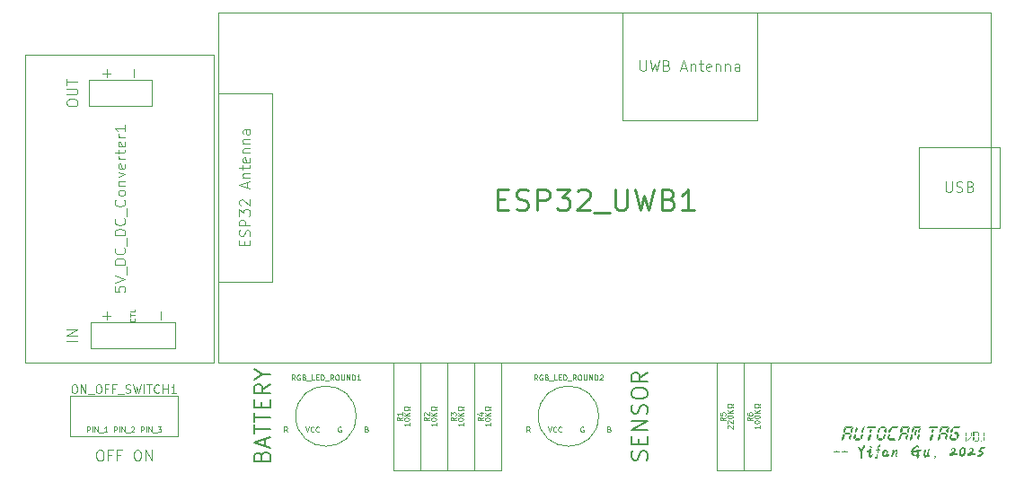
<source format=gto>
%TF.GenerationSoftware,KiCad,Pcbnew,9.0.0*%
%TF.CreationDate,2025-03-09T03:37:22-07:00*%
%TF.ProjectId,tag,7461672e-6b69-4636-9164-5f7063625858,v0.1*%
%TF.SameCoordinates,Original*%
%TF.FileFunction,Legend,Top*%
%TF.FilePolarity,Positive*%
%FSLAX46Y46*%
G04 Gerber Fmt 4.6, Leading zero omitted, Abs format (unit mm)*
G04 Created by KiCad (PCBNEW 9.0.0) date 2025-03-09 03:37:22*
%MOMM*%
%LPD*%
G01*
G04 APERTURE LIST*
%ADD10C,0.100000*%
%ADD11C,0.375000*%
%ADD12C,0.250000*%
%ADD13C,0.062500*%
%ADD14C,0.187500*%
%ADD15C,0.125000*%
G04 APERTURE END LIST*
D10*
G36*
X106792356Y-57749363D02*
G01*
X106757978Y-57784961D01*
X106698200Y-57725244D01*
X106698200Y-57453340D01*
X106792356Y-57358025D01*
X106792356Y-57749363D01*
G37*
G36*
X106750346Y-57888276D02*
G01*
X106438570Y-58203349D01*
X106371098Y-58203349D01*
X106371098Y-58135450D01*
X106682874Y-57820132D01*
X106757978Y-57820132D01*
X106750346Y-57888276D01*
G37*
G36*
X106354550Y-57725366D02*
G01*
X106294711Y-57784961D01*
X106259112Y-57749485D01*
X106259112Y-57359063D01*
X106354550Y-57454134D01*
X106354550Y-57725366D01*
G37*
G36*
X106259112Y-58200296D02*
G01*
X106306190Y-58247069D01*
X106354550Y-58200296D01*
X106354550Y-57881803D01*
X106294772Y-57822391D01*
X106259112Y-57859028D01*
X106259112Y-58200296D01*
G37*
G36*
X107478190Y-57749790D02*
G01*
X107443812Y-57784961D01*
X107384034Y-57725610D01*
X107384034Y-57471109D01*
X107478190Y-57375610D01*
X107478190Y-57749790D01*
G37*
G36*
X107460360Y-57359002D02*
G01*
X107366204Y-57452791D01*
X107056871Y-57452791D01*
X106962715Y-57359002D01*
X107460360Y-57359002D01*
G37*
G36*
X107040384Y-57725122D02*
G01*
X106980545Y-57784961D01*
X106944946Y-57749302D01*
X106944946Y-57375122D01*
X107040384Y-57470621D01*
X107040384Y-57725122D01*
G37*
G36*
X107478190Y-58230460D02*
G01*
X107384034Y-58134900D01*
X107384034Y-57880033D01*
X107443812Y-57820132D01*
X107478190Y-57857074D01*
X107478190Y-58230460D01*
G37*
G36*
X107460360Y-58250000D02*
G01*
X106962715Y-58250000D01*
X107056871Y-58156210D01*
X107366204Y-58156210D01*
X107460360Y-58250000D01*
G37*
G36*
X107040384Y-58136182D02*
G01*
X106944946Y-58232170D01*
X106944946Y-57859211D01*
X106980606Y-57820132D01*
X107040384Y-57880277D01*
X107040384Y-58136182D01*
G37*
G36*
X107630780Y-58250000D02*
G01*
X107630780Y-58156210D01*
X107726218Y-58156210D01*
X107726218Y-58250000D01*
X107630780Y-58250000D01*
G37*
G36*
X108030972Y-57857501D02*
G01*
X108030972Y-58235345D01*
X107935473Y-58138625D01*
X107935473Y-57880765D01*
X107995313Y-57820132D01*
X108030972Y-57857501D01*
G37*
G36*
X107935473Y-57724938D02*
G01*
X107935473Y-57469460D01*
X108030972Y-57373656D01*
X108030972Y-57749180D01*
X107995313Y-57784961D01*
X107935473Y-57724938D01*
G37*
D11*
G36*
X95624446Y-56828503D02*
G01*
X95388782Y-57027805D01*
X95022784Y-57027805D01*
X94870011Y-56828503D01*
X95624446Y-56828503D01*
G37*
G36*
X94853891Y-57660424D02*
G01*
X94790784Y-57964323D01*
X94555762Y-58160603D01*
X94669976Y-57611423D01*
X94758086Y-57537784D01*
X94853891Y-57660424D01*
G37*
G36*
X94717054Y-57384827D02*
G01*
X94825131Y-56864956D01*
X94977813Y-57064350D01*
X94921576Y-57334910D01*
X94773932Y-57461580D01*
X94717054Y-57384827D01*
G37*
G36*
X95497135Y-57611881D02*
G01*
X95382096Y-58165000D01*
X95228956Y-57967346D01*
X95292520Y-57661340D01*
X95439615Y-57537784D01*
X95497135Y-57611881D01*
G37*
G36*
X95360298Y-57335551D02*
G01*
X95416260Y-57066181D01*
X95652015Y-56866788D01*
X95544212Y-57385102D01*
X95455461Y-57461580D01*
X95360298Y-57335551D01*
G37*
G36*
X95336301Y-57397100D02*
G01*
X95412688Y-57496751D01*
X95294902Y-57596402D01*
X94880360Y-57596402D01*
X94803973Y-57496751D01*
X94921760Y-57397100D01*
X95336301Y-57397100D01*
G37*
G36*
X96499049Y-57930893D02*
G01*
X96381263Y-58030177D01*
X96304785Y-57930893D01*
X96360747Y-57661798D01*
X96507934Y-57537784D01*
X96565361Y-57612247D01*
X96499049Y-57930893D01*
G37*
G36*
X95854706Y-58165000D02*
G01*
X95778319Y-58065348D01*
X95896105Y-57965697D01*
X96262103Y-57965697D01*
X96338490Y-58065348D01*
X96220704Y-58165000D01*
X95854706Y-58165000D01*
G37*
G36*
X96612622Y-57384918D02*
G01*
X96523779Y-57461580D01*
X96428707Y-57335093D01*
X96492455Y-57028354D01*
X96728577Y-56827037D01*
X96612622Y-57384918D01*
G37*
G36*
X95900960Y-56828594D02*
G01*
X96053459Y-57029362D01*
X95989803Y-57335368D01*
X95842250Y-57461580D01*
X95785280Y-57385102D01*
X95900960Y-56828594D01*
G37*
G36*
X95672348Y-57928237D02*
G01*
X95748827Y-58027521D01*
X95866521Y-57928237D01*
X95922484Y-57659050D01*
X95826954Y-57535036D01*
X95738660Y-57609408D01*
X95672348Y-57928237D01*
G37*
G36*
X97221611Y-58075973D02*
G01*
X97103825Y-58175258D01*
X97027347Y-58075973D01*
X97113442Y-57661798D01*
X97260629Y-57537784D01*
X97318057Y-57612247D01*
X97221611Y-58075973D01*
G37*
G36*
X97365318Y-57384644D02*
G01*
X97276474Y-57461580D01*
X97181494Y-57334543D01*
X97213460Y-57180670D01*
X97331429Y-57080561D01*
X97407724Y-57180670D01*
X97365318Y-57384644D01*
G37*
G36*
X97820892Y-56927238D02*
G01*
X97700907Y-57027805D01*
X96982009Y-57027805D01*
X96905897Y-56927238D01*
X97023500Y-56828503D01*
X97742398Y-56828503D01*
X97820892Y-56927238D01*
G37*
G36*
X98749167Y-57385193D02*
G01*
X98660415Y-57461580D01*
X98565252Y-57335551D01*
X98621214Y-57066365D01*
X98738909Y-56967080D01*
X98815479Y-57066365D01*
X98749167Y-57385193D01*
G37*
G36*
X98711798Y-56927238D02*
G01*
X98593737Y-57027805D01*
X98227739Y-57027805D01*
X98151627Y-56927238D01*
X98269230Y-56828503D01*
X98635228Y-56828503D01*
X98711798Y-56927238D01*
G37*
G36*
X98635686Y-57930893D02*
G01*
X98517900Y-58030177D01*
X98441421Y-57930893D01*
X98497383Y-57661798D01*
X98644570Y-57537784D01*
X98701998Y-57612247D01*
X98635686Y-57930893D01*
G37*
G36*
X98126439Y-57335551D02*
G01*
X97978886Y-57461580D01*
X97921917Y-57385193D01*
X97988228Y-57066365D01*
X98105923Y-56967080D01*
X98182402Y-57066365D01*
X98126439Y-57335551D01*
G37*
G36*
X97991343Y-58165000D02*
G01*
X97914956Y-58065348D01*
X98032742Y-57965697D01*
X98398740Y-57965697D01*
X98475127Y-58065348D01*
X98357340Y-58165000D01*
X97991343Y-58165000D01*
G37*
G36*
X97808985Y-57928237D02*
G01*
X97885463Y-58027521D01*
X98003158Y-57928237D01*
X98059120Y-57659050D01*
X97963590Y-57535036D01*
X97875297Y-57609408D01*
X97808985Y-57928237D01*
G37*
G36*
X99059661Y-58165000D02*
G01*
X98983274Y-58065348D01*
X99101060Y-57965697D01*
X99502504Y-57965697D01*
X99655369Y-58165000D01*
X99059661Y-58165000D01*
G37*
G36*
X99933256Y-56828503D02*
G01*
X99697501Y-57027805D01*
X99296057Y-57027805D01*
X99219945Y-56927238D01*
X99337548Y-56828503D01*
X99933256Y-56828503D01*
G37*
G36*
X99194941Y-57334543D02*
G01*
X99047388Y-57460573D01*
X98990418Y-57384186D01*
X99056730Y-57065357D01*
X99174424Y-56966072D01*
X99250903Y-57065357D01*
X99194941Y-57334543D01*
G37*
G36*
X98876753Y-57930893D02*
G01*
X98953232Y-58030177D01*
X99070927Y-57930893D01*
X99126889Y-57661707D01*
X99031359Y-57537692D01*
X98943065Y-57612064D01*
X98876753Y-57930893D01*
G37*
G36*
X100966037Y-56828503D02*
G01*
X100730373Y-57027805D01*
X100364376Y-57027805D01*
X100211602Y-56828503D01*
X100966037Y-56828503D01*
G37*
G36*
X100195482Y-57660424D02*
G01*
X100132375Y-57964323D01*
X99897353Y-58160603D01*
X100011567Y-57611423D01*
X100099677Y-57537784D01*
X100195482Y-57660424D01*
G37*
G36*
X100058645Y-57384827D02*
G01*
X100166722Y-56864956D01*
X100319404Y-57064350D01*
X100263167Y-57334910D01*
X100115523Y-57461580D01*
X100058645Y-57384827D01*
G37*
G36*
X100838726Y-57611881D02*
G01*
X100723687Y-58165000D01*
X100570547Y-57967346D01*
X100634111Y-57661340D01*
X100781207Y-57537784D01*
X100838726Y-57611881D01*
G37*
G36*
X100701889Y-57335551D02*
G01*
X100757851Y-57066181D01*
X100993606Y-56866788D01*
X100885804Y-57385102D01*
X100797052Y-57461580D01*
X100701889Y-57335551D01*
G37*
G36*
X100677892Y-57397100D02*
G01*
X100754279Y-57496751D01*
X100636493Y-57596402D01*
X100221951Y-57596402D01*
X100145565Y-57496751D01*
X100263351Y-57397100D01*
X100677892Y-57397100D01*
G37*
G36*
X102034356Y-56828503D02*
G01*
X101798692Y-57027805D01*
X101432694Y-57027805D01*
X101279920Y-56828503D01*
X102034356Y-56828503D01*
G37*
G36*
X101263800Y-57660424D02*
G01*
X101200694Y-57964323D01*
X100965671Y-58160603D01*
X101079885Y-57611423D01*
X101167996Y-57537784D01*
X101263800Y-57660424D01*
G37*
G36*
X101126963Y-57384827D02*
G01*
X101235040Y-56864956D01*
X101387723Y-57064350D01*
X101331486Y-57334910D01*
X101183841Y-57461580D01*
X101126963Y-57384827D01*
G37*
G36*
X101907044Y-57611881D02*
G01*
X101792006Y-58165000D01*
X101638865Y-57967346D01*
X101702429Y-57661340D01*
X101849525Y-57537784D01*
X101907044Y-57611881D01*
G37*
G36*
X101770207Y-57335551D02*
G01*
X101826169Y-57066181D01*
X102061924Y-56866788D01*
X101954122Y-57385102D01*
X101865370Y-57461580D01*
X101770207Y-57335551D01*
G37*
G36*
X101493785Y-57173984D02*
G01*
X101613403Y-57074699D01*
X101689790Y-57173984D01*
X101608457Y-57565536D01*
X101490305Y-57666744D01*
X101412452Y-57565536D01*
X101493785Y-57173984D01*
G37*
G36*
X103058527Y-58075973D02*
G01*
X102940741Y-58175258D01*
X102864262Y-58075973D01*
X102950358Y-57661798D01*
X103097545Y-57537784D01*
X103154972Y-57612247D01*
X103058527Y-58075973D01*
G37*
G36*
X103202233Y-57384644D02*
G01*
X103113390Y-57461580D01*
X103018410Y-57334543D01*
X103050375Y-57180670D01*
X103168345Y-57080561D01*
X103244640Y-57180670D01*
X103202233Y-57384644D01*
G37*
G36*
X103657807Y-56927238D02*
G01*
X103537823Y-57027805D01*
X102818925Y-57027805D01*
X102742812Y-56927238D01*
X102860415Y-56828503D01*
X103579314Y-56828503D01*
X103657807Y-56927238D01*
G37*
G36*
X104666316Y-56828503D02*
G01*
X104430653Y-57027805D01*
X104064655Y-57027805D01*
X103911881Y-56828503D01*
X104666316Y-56828503D01*
G37*
G36*
X103895761Y-57660424D02*
G01*
X103832655Y-57964323D01*
X103597632Y-58160603D01*
X103711846Y-57611423D01*
X103799957Y-57537784D01*
X103895761Y-57660424D01*
G37*
G36*
X103758924Y-57384827D02*
G01*
X103867001Y-56864956D01*
X104019683Y-57064350D01*
X103963447Y-57334910D01*
X103815802Y-57461580D01*
X103758924Y-57384827D01*
G37*
G36*
X104539005Y-57611881D02*
G01*
X104423966Y-58165000D01*
X104270826Y-57967346D01*
X104334390Y-57661340D01*
X104481486Y-57537784D01*
X104539005Y-57611881D01*
G37*
G36*
X104402168Y-57335551D02*
G01*
X104458130Y-57066181D01*
X104693885Y-56866788D01*
X104586083Y-57385102D01*
X104497331Y-57461580D01*
X104402168Y-57335551D01*
G37*
G36*
X104378171Y-57397100D02*
G01*
X104454558Y-57496751D01*
X104336772Y-57596402D01*
X103922231Y-57596402D01*
X103845844Y-57496751D01*
X103963630Y-57397100D01*
X104378171Y-57397100D01*
G37*
G36*
X105770172Y-56828503D02*
G01*
X105534417Y-57027805D01*
X105132973Y-57027805D01*
X105056861Y-56927238D01*
X105174464Y-56828503D01*
X105770172Y-56828503D01*
G37*
G36*
X105528738Y-57468358D02*
G01*
X105411135Y-57567093D01*
X105190767Y-57567093D01*
X105114105Y-57468358D01*
X105232258Y-57367791D01*
X105452626Y-57367791D01*
X105528738Y-57468358D01*
G37*
G36*
X105037352Y-57308165D02*
G01*
X104890165Y-57432271D01*
X104832829Y-57357807D01*
X104893554Y-57065724D01*
X105011340Y-56966439D01*
X105087727Y-57065724D01*
X105037352Y-57308165D01*
G37*
G36*
X104907934Y-57930801D02*
G01*
X104790148Y-58030177D01*
X104713761Y-57930801D01*
X104786026Y-57583030D01*
X104874320Y-57508475D01*
X104969849Y-57632672D01*
X104907934Y-57930801D01*
G37*
G36*
X105541377Y-57928695D02*
G01*
X105423683Y-58027521D01*
X105347113Y-57928695D01*
X105408845Y-57632031D01*
X105555849Y-57508475D01*
X105613368Y-57582663D01*
X105541377Y-57928695D01*
G37*
G36*
X105262574Y-58165000D02*
G01*
X105380360Y-58065348D01*
X105303973Y-57965697D01*
X104937976Y-57965697D01*
X104820189Y-58065348D01*
X104896576Y-58165000D01*
X105262574Y-58165000D01*
G37*
D10*
G36*
X93938856Y-59173728D02*
G01*
X94116030Y-59170578D01*
X94245011Y-59172842D01*
X94292471Y-59177245D01*
X94331086Y-59186478D01*
X94350430Y-59194831D01*
X94372265Y-59208973D01*
X94379004Y-59230100D01*
X94372265Y-59248980D01*
X94367209Y-59262389D01*
X94360468Y-59280707D01*
X94353800Y-59299098D01*
X94342883Y-59314998D01*
X94329268Y-59323039D01*
X94304194Y-59327528D01*
X94162265Y-59329213D01*
X93922003Y-59332584D01*
X93822193Y-59336359D01*
X93801103Y-59334269D01*
X93780000Y-59317117D01*
X93774212Y-59300710D01*
X93767984Y-59283931D01*
X93761542Y-59273717D01*
X93764833Y-59257113D01*
X93764833Y-59220183D01*
X93763880Y-59188383D01*
X93768307Y-59182218D01*
X93777582Y-59179957D01*
X93790112Y-59176073D01*
X93799418Y-59176806D01*
X93820838Y-59179371D01*
X93938856Y-59173728D01*
G37*
G36*
X94691515Y-59173728D02*
G01*
X94868689Y-59170578D01*
X94997669Y-59172842D01*
X95045130Y-59177245D01*
X95083744Y-59186478D01*
X95103088Y-59194831D01*
X95124924Y-59208973D01*
X95131663Y-59230100D01*
X95124924Y-59248980D01*
X95119868Y-59262389D01*
X95113127Y-59280707D01*
X95106459Y-59299098D01*
X95095541Y-59314998D01*
X95081927Y-59323039D01*
X95056853Y-59327528D01*
X94914924Y-59329213D01*
X94674662Y-59332584D01*
X94574852Y-59336359D01*
X94553762Y-59334269D01*
X94532658Y-59317117D01*
X94526871Y-59300710D01*
X94520642Y-59283931D01*
X94514200Y-59273717D01*
X94517492Y-59257113D01*
X94517492Y-59220183D01*
X94516539Y-59188383D01*
X94520966Y-59182218D01*
X94530241Y-59179957D01*
X94542771Y-59176073D01*
X94552077Y-59176806D01*
X94573496Y-59179371D01*
X94691515Y-59173728D01*
G37*
G36*
X96684610Y-58607476D02*
G01*
X96698372Y-58617455D01*
X96714945Y-58641841D01*
X96736853Y-58681262D01*
X96752094Y-58703903D01*
X96778985Y-58748379D01*
X96794226Y-58789412D01*
X96785787Y-58814384D01*
X96753999Y-58844807D01*
X96718408Y-58873218D01*
X96688566Y-58908481D01*
X96670102Y-58926139D01*
X96660063Y-58937057D01*
X96655813Y-58948781D01*
X96648266Y-58955449D01*
X96640793Y-58963875D01*
X96639913Y-58972228D01*
X96643284Y-58976478D01*
X96638301Y-58975599D01*
X96629803Y-58972825D01*
X96626504Y-58985637D01*
X96623134Y-58995749D01*
X96621448Y-59000731D01*
X96622254Y-59002416D01*
X96619763Y-59002416D01*
X96609652Y-59009964D01*
X96602984Y-59022567D01*
X96598001Y-59032678D01*
X96580342Y-59049458D01*
X96567813Y-59057811D01*
X96559386Y-59062867D01*
X96554331Y-59072905D01*
X96556833Y-59076100D01*
X96569498Y-59067849D01*
X96572795Y-59064479D01*
X96581245Y-59057065D01*
X96582907Y-59059496D01*
X96576166Y-59071220D01*
X96563636Y-59077888D01*
X96550227Y-59089684D01*
X96539383Y-59114817D01*
X96532642Y-59129105D01*
X96529271Y-59139950D01*
X96529271Y-59145005D01*
X96525901Y-59146691D01*
X96529271Y-59166841D01*
X96533537Y-59174376D01*
X96537698Y-59175194D01*
X96541068Y-59175194D01*
X96536012Y-59188603D01*
X96533448Y-59205382D01*
X96532642Y-59213809D01*
X96526780Y-59228903D01*
X96524289Y-59242312D01*
X96520991Y-59250665D01*
X96505018Y-59294336D01*
X96495859Y-59335368D01*
X96493294Y-59342109D01*
X96484941Y-59371492D01*
X96477394Y-59407542D01*
X96477394Y-59418386D01*
X96478200Y-59436851D01*
X96477394Y-59458687D01*
X96474903Y-59483013D01*
X96472411Y-59510637D01*
X96467429Y-59519063D01*
X96462373Y-59510637D01*
X96460688Y-59500599D01*
X96457317Y-59510637D01*
X96456511Y-59527490D01*
X96460688Y-59529102D01*
X96468162Y-59524046D01*
X96469847Y-59529102D01*
X96469847Y-59536649D01*
X96469847Y-59548373D01*
X96468771Y-59557054D01*
X96474023Y-59565152D01*
X96475709Y-59569329D01*
X96471459Y-59571893D01*
X96470653Y-59586108D01*
X96468362Y-59600528D01*
X96463106Y-59606258D01*
X96459216Y-59611725D01*
X96457391Y-59626408D01*
X96460688Y-59651541D01*
X96463985Y-59648170D01*
X96467282Y-59639817D01*
X96468968Y-59647364D01*
X96467282Y-59663338D01*
X96462227Y-59673376D01*
X96459662Y-59688470D01*
X96463912Y-59703564D01*
X96465597Y-59691841D01*
X96466269Y-59682435D01*
X96470580Y-59680044D01*
X96475635Y-59686785D01*
X96470653Y-59718659D01*
X96472338Y-59738735D01*
X96475709Y-59751338D01*
X96474023Y-59762256D01*
X96468088Y-59773100D01*
X96470653Y-59784018D01*
X96475709Y-59794130D01*
X96477321Y-59800797D01*
X96480618Y-59805853D01*
X96487359Y-59819262D01*
X96490730Y-59825051D01*
X96485674Y-59829227D01*
X96479006Y-59838386D01*
X96474023Y-59849231D01*
X96469920Y-59857511D01*
X96464938Y-59864985D01*
X96452481Y-59880811D01*
X96441919Y-59889999D01*
X96430939Y-59884182D01*
X96422586Y-59879126D01*
X96406759Y-59880811D01*
X96394552Y-59882798D01*
X96389320Y-59887479D01*
X96387403Y-59895435D01*
X96391005Y-59897444D01*
X96396024Y-59898800D01*
X96394303Y-59902500D01*
X96385950Y-59905797D01*
X96375984Y-59900009D01*
X96367705Y-59894294D01*
X96362722Y-59891143D01*
X96356127Y-59888065D01*
X96346382Y-59884181D01*
X96342792Y-59871286D01*
X96342664Y-59870846D01*
X96354735Y-59870846D01*
X96361403Y-59867476D01*
X96365491Y-59861101D01*
X96363894Y-59857364D01*
X96356421Y-59862420D01*
X96354735Y-59870846D01*
X96342664Y-59870846D01*
X96340730Y-59864187D01*
X96334365Y-59859489D01*
X96321360Y-59840658D01*
X96331215Y-59840658D01*
X96332827Y-59846446D01*
X96337883Y-59846446D01*
X96336197Y-59840585D01*
X96331215Y-59840658D01*
X96321360Y-59840658D01*
X96318172Y-59836042D01*
X96307108Y-59805853D01*
X96302858Y-59794936D01*
X96301241Y-59789703D01*
X96305349Y-59778156D01*
X96312586Y-59768418D01*
X96317146Y-59767239D01*
X96319638Y-59764747D01*
X96323887Y-59754709D01*
X96328063Y-59746914D01*
X96328064Y-59738735D01*
X96356421Y-59738735D01*
X96357227Y-59748847D01*
X96359791Y-59750532D01*
X96363088Y-59740421D01*
X96358106Y-59728697D01*
X96356421Y-59738735D01*
X96328064Y-59738735D01*
X96328064Y-59731628D01*
X96337883Y-59731628D01*
X96341253Y-59738296D01*
X96342938Y-59731628D01*
X96339568Y-59724887D01*
X96337883Y-59731628D01*
X96328064Y-59731628D01*
X96328064Y-59730382D01*
X96326196Y-59703375D01*
X96332913Y-59703375D01*
X96336197Y-59711478D01*
X96339568Y-59709793D01*
X96336197Y-59701439D01*
X96332913Y-59703375D01*
X96326196Y-59703375D01*
X96323887Y-59670005D01*
X96323868Y-59669566D01*
X96332900Y-59669566D01*
X96336197Y-59684660D01*
X96339568Y-59679604D01*
X96336197Y-59666195D01*
X96332900Y-59669566D01*
X96323868Y-59669566D01*
X96323374Y-59657842D01*
X96332900Y-59657842D01*
X96336197Y-59661139D01*
X96339568Y-59659454D01*
X96336197Y-59656157D01*
X96332900Y-59657842D01*
X96323374Y-59657842D01*
X96321781Y-59620107D01*
X96329529Y-59620107D01*
X96332827Y-59624283D01*
X96336197Y-59622598D01*
X96332827Y-59618421D01*
X96329529Y-59620107D01*
X96321781Y-59620107D01*
X96320608Y-59592316D01*
X96332298Y-59592316D01*
X96336124Y-59596220D01*
X96341107Y-59597905D01*
X96345283Y-59602082D01*
X96346162Y-59648170D01*
X96348141Y-59693526D01*
X96354149Y-59711918D01*
X96358106Y-59723641D01*
X96358106Y-59713163D01*
X96379941Y-59713163D01*
X96383238Y-59734925D01*
X96385730Y-59713163D01*
X96382432Y-59691328D01*
X96379941Y-59713163D01*
X96358106Y-59713163D01*
X96358106Y-59709426D01*
X96356640Y-59686785D01*
X96358106Y-59680044D01*
X96361403Y-59674988D01*
X96357520Y-59666635D01*
X96356640Y-59659894D01*
X96356640Y-59629705D01*
X96353636Y-59599517D01*
X96350632Y-59584423D01*
X96345666Y-59582306D01*
X96337809Y-59586108D01*
X96332298Y-59592316D01*
X96320608Y-59592316D01*
X96315461Y-59470410D01*
X96315310Y-59466600D01*
X96326159Y-59466600D01*
X96326159Y-59469971D01*
X96329529Y-59480009D01*
X96332900Y-59471656D01*
X96330653Y-59464915D01*
X96455485Y-59464915D01*
X96458856Y-59468285D01*
X96462227Y-59466600D01*
X96458856Y-59463229D01*
X96455485Y-59464915D01*
X96330653Y-59464915D01*
X96329529Y-59461544D01*
X96326159Y-59466600D01*
X96315310Y-59466600D01*
X96312970Y-59407542D01*
X96305936Y-59406663D01*
X96304250Y-59401680D01*
X96303664Y-59379039D01*
X96303664Y-59333756D01*
X96303664Y-59257406D01*
X96301906Y-59240627D01*
X96300220Y-59233885D01*
X96304456Y-59210117D01*
X96300220Y-59193659D01*
X96262924Y-59145005D01*
X96220426Y-59070414D01*
X96169502Y-58963875D01*
X96151623Y-58911924D01*
X96143213Y-58890488D01*
X96138873Y-58886719D01*
X96126124Y-58868254D01*
X96116818Y-58843121D01*
X96110810Y-58826342D01*
X96104875Y-58795347D01*
X96107353Y-58778152D01*
X96113374Y-58769336D01*
X96128689Y-58761788D01*
X96140559Y-58764280D01*
X96154114Y-58767650D01*
X96181298Y-58776883D01*
X96199983Y-58789412D01*
X96211926Y-58796153D01*
X96230482Y-58808436D01*
X96256916Y-58835574D01*
X96278333Y-58865580D01*
X96283294Y-58881663D01*
X96294945Y-58915222D01*
X96304983Y-58927825D01*
X96310039Y-58937057D01*
X96310918Y-58942040D01*
X96319271Y-58958819D01*
X96328430Y-58975599D01*
X96331801Y-58982340D01*
X96335098Y-58990693D01*
X96338469Y-58989008D01*
X96338469Y-58986516D01*
X96340154Y-58987322D01*
X96337663Y-58995749D01*
X96337663Y-59002416D01*
X96341839Y-58999119D01*
X96343383Y-58995084D01*
X96350192Y-59004102D01*
X96355248Y-59017511D01*
X96361037Y-59028428D01*
X96368584Y-59034290D01*
X96391152Y-59015899D01*
X96402736Y-59000365D01*
X96596609Y-59000365D01*
X96599980Y-59003662D01*
X96605035Y-59000365D01*
X96601665Y-58996994D01*
X96596609Y-59000365D01*
X96402736Y-59000365D01*
X96406507Y-58995309D01*
X96462227Y-58995309D01*
X96463912Y-58996994D01*
X96474023Y-58976844D01*
X96479006Y-58960065D01*
X96462227Y-58995309D01*
X96406507Y-58995309D01*
X96413720Y-58985637D01*
X96434676Y-58957134D01*
X96443193Y-58944971D01*
X96482377Y-58944971D01*
X96484062Y-58948341D01*
X96484062Y-58941600D01*
X96482377Y-58944971D01*
X96443193Y-58944971D01*
X96458123Y-58923648D01*
X96479812Y-58885913D01*
X96488221Y-58868220D01*
X96490730Y-58853160D01*
X96494100Y-58833083D01*
X96509268Y-58806265D01*
X96538723Y-58758418D01*
X96571623Y-58705588D01*
X96613477Y-58641038D01*
X96647534Y-58611652D01*
X96668725Y-58605490D01*
X96684610Y-58607476D01*
G37*
G36*
X96310478Y-59706862D02*
G01*
X96308793Y-59708547D01*
X96307108Y-59700194D01*
X96310478Y-59700194D01*
X96310478Y-59706862D01*
G37*
G36*
X96307035Y-59644800D02*
G01*
X96308835Y-59684544D01*
X96303664Y-59690082D01*
X96301979Y-59656597D01*
X96303664Y-59628093D01*
X96307035Y-59644800D01*
G37*
G36*
X96301979Y-59520236D02*
G01*
X96303664Y-59569768D01*
X96303664Y-59609189D01*
X96298608Y-59528662D01*
X96300294Y-59505142D01*
X96301979Y-59520236D01*
G37*
G36*
X96485747Y-59426373D02*
G01*
X96482377Y-59429670D01*
X96479006Y-59426373D01*
X96482377Y-59423003D01*
X96485747Y-59426373D01*
G37*
G36*
X96544512Y-59240187D02*
G01*
X96541215Y-59245169D01*
X96539529Y-59240187D01*
X96542827Y-59235131D01*
X96544512Y-59240187D01*
G37*
G36*
X96547883Y-59212490D02*
G01*
X96541215Y-59214981D01*
X96541215Y-59208313D01*
X96552938Y-59204943D01*
X96547883Y-59212490D01*
G37*
G36*
X96546197Y-59155483D02*
G01*
X96542900Y-59163031D01*
X96539559Y-59166153D01*
X96534474Y-59157975D01*
X96533594Y-59151307D01*
X96537844Y-59154604D01*
X96542900Y-59154604D01*
X96542900Y-59151307D01*
X96546197Y-59155483D01*
G37*
G36*
X96567227Y-59159660D02*
G01*
X96561365Y-59163031D01*
X96563856Y-59156363D01*
X96569718Y-59152992D01*
X96567227Y-59159660D01*
G37*
G36*
X96561145Y-59121558D02*
G01*
X96551033Y-59134088D01*
X96538430Y-59145005D01*
X96542607Y-59140829D01*
X96546803Y-59135717D01*
X96546051Y-59128226D01*
X96547663Y-59124855D01*
X96552719Y-59124855D01*
X96557738Y-59119731D01*
X96561145Y-59121558D01*
G37*
G36*
X97194296Y-58960065D02*
G01*
X97217453Y-58955897D01*
X97248078Y-58960065D01*
X97278413Y-58968418D01*
X97323915Y-58981021D01*
X97367806Y-59000292D01*
X97380989Y-59020274D01*
X97382291Y-59051374D01*
X97366120Y-59100968D01*
X97350083Y-59139468D01*
X97329777Y-59204943D01*
X97307063Y-59305546D01*
X97302813Y-59328261D01*
X97295339Y-59361014D01*
X97285654Y-59458209D01*
X97290524Y-59525397D01*
X97305377Y-59570647D01*
X97315485Y-59581315D01*
X97336592Y-59589112D01*
X97360671Y-59591209D01*
X97382973Y-59587427D01*
X97400729Y-59575206D01*
X97426790Y-59542144D01*
X97449924Y-59502396D01*
X97468922Y-59459932D01*
X97477422Y-59434800D01*
X97490363Y-59396922D01*
X97499331Y-59355958D01*
X97504386Y-59342549D01*
X97506481Y-59345801D01*
X97502701Y-59366070D01*
X97497645Y-59392228D01*
X97493395Y-59409081D01*
X97489952Y-59421757D01*
X97482405Y-59449601D01*
X97472293Y-59484185D01*
X97458712Y-59524791D01*
X97423200Y-59587061D01*
X97411330Y-59607357D01*
X97404589Y-59625895D01*
X97404589Y-59634322D01*
X97399460Y-59642748D01*
X97396089Y-59649489D01*
X97396089Y-59652933D01*
X97388038Y-59662669D01*
X97380922Y-59684953D01*
X97371543Y-59698509D01*
X97365992Y-59703373D01*
X97363996Y-59711991D01*
X97360903Y-59721788D01*
X97348828Y-59735658D01*
X97323622Y-59755808D01*
X97307649Y-59767605D01*
X97288378Y-59779475D01*
X97276581Y-59784531D01*
X97243022Y-59789587D01*
X97209187Y-59787548D01*
X97187555Y-59776178D01*
X97179201Y-59771122D01*
X97167405Y-59763502D01*
X97160663Y-59752584D01*
X97153996Y-59744231D01*
X97139391Y-59735595D01*
X97142199Y-59730749D01*
X97138828Y-59720710D01*
X97132160Y-59710599D01*
X97127104Y-59703931D01*
X97113622Y-59683781D01*
X97106954Y-59662751D01*
X97099334Y-59644213D01*
X97089222Y-59617322D01*
X97083434Y-59566031D01*
X97079702Y-59496836D01*
X97085119Y-59446743D01*
X97091787Y-59409814D01*
X97100213Y-59366070D01*
X97098528Y-59339179D01*
X97083141Y-59315156D01*
X97063962Y-59301756D01*
X97039763Y-59297193D01*
X96999884Y-59288898D01*
X96966283Y-59263658D01*
X96937254Y-59216666D01*
X96927521Y-59188467D01*
X96927992Y-59170212D01*
X96935569Y-59157975D01*
X96956662Y-59149147D01*
X96982610Y-59159660D01*
X97004700Y-59167207D01*
X97027966Y-59159660D01*
X97063076Y-59126300D01*
X97108640Y-59059056D01*
X97153116Y-58988568D01*
X97171130Y-58972396D01*
X97194296Y-58960065D01*
G37*
G36*
X97179421Y-58722075D02*
G01*
X97199571Y-58720389D01*
X97233130Y-58722075D01*
X97317509Y-58731873D01*
X97342380Y-58740466D01*
X97350733Y-58753948D01*
X97362457Y-58775710D01*
X97375060Y-58795860D01*
X97382680Y-58816010D01*
X97386265Y-58828746D01*
X97383486Y-58837846D01*
X97375202Y-58845161D01*
X97356595Y-58853746D01*
X97336998Y-58863235D01*
X97320471Y-58876387D01*
X97303692Y-58891481D01*
X97293913Y-58888397D01*
X97280171Y-58876387D01*
X97223092Y-58831105D01*
X97189901Y-58806391D01*
X97186089Y-58797546D01*
X97184404Y-58792490D01*
X97176051Y-58781572D01*
X97174365Y-58762301D01*
X97172680Y-58750578D01*
X97170116Y-58736289D01*
X97179421Y-58722075D01*
G37*
G36*
X97790883Y-59943753D02*
G01*
X97785021Y-59946317D01*
X97779160Y-59943753D01*
X97785021Y-59941262D01*
X97790883Y-59943753D01*
G37*
G36*
X97769854Y-59937891D02*
G01*
X97772418Y-59944632D01*
X97764798Y-59937891D01*
X97762307Y-59931223D01*
X97769854Y-59937891D01*
G37*
G36*
X97753954Y-59926167D02*
G01*
X97754760Y-59931223D01*
X97749704Y-59926167D01*
X97748898Y-59921112D01*
X97753954Y-59926167D01*
G37*
G36*
X97787513Y-59917741D02*
G01*
X97794254Y-59924482D01*
X97789198Y-59927853D01*
X97779966Y-59922797D01*
X97778280Y-59916056D01*
X97787513Y-59917741D01*
G37*
G36*
X98158855Y-58565436D02*
G01*
X98183846Y-58582636D01*
X98202237Y-58597730D01*
X98202237Y-58644625D01*
X98200097Y-58687616D01*
X98195569Y-58706687D01*
X98178972Y-58730342D01*
X98156808Y-58746987D01*
X98145084Y-58751164D01*
X98148455Y-58736876D01*
X98155123Y-58696649D01*
X98153437Y-58654737D01*
X98140028Y-58643819D01*
X98129763Y-58642133D01*
X98118120Y-58645504D01*
X98094672Y-58664775D01*
X98074153Y-58695422D01*
X98047631Y-58752849D01*
X98025345Y-58815236D01*
X98010629Y-58871112D01*
X98000590Y-58915515D01*
X97993849Y-58949953D01*
X97993258Y-58972674D01*
X97997220Y-58982633D01*
X98009424Y-58987432D01*
X98054299Y-58990180D01*
X98101020Y-58993225D01*
X98126546Y-59000292D01*
X98147172Y-59012912D01*
X98166920Y-59032019D01*
X98183688Y-59058293D01*
X98175273Y-59063892D01*
X98166700Y-59056345D01*
X98163986Y-59052167D01*
X98158933Y-59054660D01*
X98156368Y-59066530D01*
X98157015Y-59072709D01*
X98151239Y-59081991D01*
X98145690Y-59091035D01*
X98146916Y-59096572D01*
X98146110Y-59108589D01*
X98141787Y-59119800D01*
X98149554Y-59130937D01*
X98153526Y-59135848D01*
X98144425Y-59137751D01*
X98116874Y-59137751D01*
X98049023Y-59142001D01*
X97994948Y-59151234D01*
X97982858Y-59162884D01*
X97979488Y-59290086D01*
X97972746Y-59569622D01*
X97953447Y-59713438D01*
X97935744Y-59777277D01*
X97928929Y-59801530D01*
X97919697Y-59826590D01*
X97917132Y-59837434D01*
X97915447Y-59840804D01*
X97912150Y-59845860D01*
X97906743Y-59855566D01*
X97905116Y-59852382D01*
X97901745Y-59855679D01*
X97903430Y-59859049D01*
X97906529Y-59855950D01*
X97902844Y-59862567D01*
X97881815Y-59889384D01*
X97860712Y-59906091D01*
X97850963Y-59908590D01*
X97846497Y-59906091D01*
X97843284Y-59903261D01*
X97834627Y-59904405D01*
X97819533Y-59906091D01*
X97819533Y-59909461D01*
X97822903Y-59912832D01*
X97831257Y-59919500D01*
X97816236Y-59917814D01*
X97783945Y-59909614D01*
X97780407Y-59906823D01*
X97797624Y-59906823D01*
X97804292Y-59911073D01*
X97808469Y-59909388D01*
X97809348Y-59907703D01*
X97802607Y-59902647D01*
X97797624Y-59906823D01*
X97780407Y-59906823D01*
X97771026Y-59899423D01*
X97767656Y-59906091D01*
X97767656Y-59914517D01*
X97755932Y-59902720D01*
X97727575Y-59869234D01*
X97717537Y-59854067D01*
X97707499Y-59833990D01*
X97704128Y-59828934D01*
X97697460Y-59825564D01*
X97690719Y-59812155D01*
X97689034Y-59805487D01*
X97685663Y-59805487D01*
X97685663Y-59802116D01*
X97690767Y-59800091D01*
X97699072Y-59808784D01*
X97709990Y-59823878D01*
X97719149Y-59837287D01*
X97731679Y-59855752D01*
X97737541Y-59867476D01*
X97750070Y-59885941D01*
X97764285Y-59896052D01*
X97765933Y-59889353D01*
X97761771Y-59884329D01*
X97799310Y-59884329D01*
X97803118Y-59888615D01*
X97822830Y-59890996D01*
X97831183Y-59887626D01*
X97869725Y-59887626D01*
X97873022Y-59889311D01*
X97881448Y-59882643D01*
X97869725Y-59887626D01*
X97831183Y-59887626D01*
X97821294Y-59884329D01*
X97836239Y-59884329D01*
X97842980Y-59880958D01*
X97848842Y-59879273D01*
X97857195Y-59883449D01*
X97864816Y-59880958D01*
X97864816Y-59878393D01*
X97858074Y-59877587D01*
X97849648Y-59877587D01*
X97861445Y-59864179D01*
X97884550Y-59827124D01*
X97903430Y-59760204D01*
X97916033Y-59698948D01*
X97916839Y-59683048D01*
X97913542Y-59683048D01*
X97899254Y-59736684D01*
X97879910Y-59797061D01*
X97874854Y-59819702D01*
X97863936Y-59839046D01*
X97853019Y-59856631D01*
X97842980Y-59872532D01*
X97836239Y-59884329D01*
X97821294Y-59884329D01*
X97821072Y-59884255D01*
X97805977Y-59883449D01*
X97799310Y-59884329D01*
X97761771Y-59884329D01*
X97749264Y-59869234D01*
X97737541Y-59854946D01*
X97737054Y-59854140D01*
X97750950Y-59854140D01*
X97754320Y-59859123D01*
X97755932Y-59855752D01*
X97752036Y-59849458D01*
X97750950Y-59854140D01*
X97737054Y-59854140D01*
X97730946Y-59844028D01*
X97729642Y-59842270D01*
X97738786Y-59842270D01*
X97742157Y-59845640D01*
X97745527Y-59843955D01*
X97742157Y-59840585D01*
X97738786Y-59842270D01*
X97729642Y-59842270D01*
X97712252Y-59818823D01*
X97723692Y-59818823D01*
X97725377Y-59825490D01*
X97730433Y-59832232D01*
X97728748Y-59825490D01*
X97723692Y-59818823D01*
X97712252Y-59818823D01*
X97705185Y-59809294D01*
X97701218Y-59802043D01*
X97718636Y-59802043D01*
X97722007Y-59806220D01*
X97725377Y-59804534D01*
X97722007Y-59800358D01*
X97718636Y-59802043D01*
X97701218Y-59802043D01*
X97694803Y-59790319D01*
X97706913Y-59790319D01*
X97708598Y-59796987D01*
X97712701Y-59797867D01*
X97711895Y-59790319D01*
X97706913Y-59790319D01*
X97694803Y-59790319D01*
X97687427Y-59776837D01*
X97693430Y-59776837D01*
X97697607Y-59780208D01*
X97701857Y-59778523D01*
X97697607Y-59775225D01*
X97693430Y-59776837D01*
X97687427Y-59776837D01*
X97685663Y-59773613D01*
X97679802Y-59761010D01*
X97675625Y-59757640D01*
X97673060Y-59757640D01*
X97673940Y-59753463D01*
X97668884Y-59731701D01*
X97663828Y-59708181D01*
X97667199Y-59711551D01*
X97675625Y-59715728D01*
X97678996Y-59716607D01*
X97675625Y-59719904D01*
X97673940Y-59724960D01*
X97678996Y-59728331D01*
X97681487Y-59729210D01*
X97682366Y-59733313D01*
X97682366Y-59736684D01*
X97686543Y-59737563D01*
X97690719Y-59745110D01*
X97695775Y-59753463D01*
X97695169Y-59751778D01*
X97717464Y-59751778D01*
X97718270Y-59755148D01*
X97722520Y-59760131D01*
X97724205Y-59766872D01*
X97727575Y-59763502D01*
X97727575Y-59760204D01*
X97724808Y-59750367D01*
X97717464Y-59751778D01*
X97695169Y-59751778D01*
X97687349Y-59730016D01*
X97682366Y-59703125D01*
X97687349Y-59711551D01*
X97694017Y-59718219D01*
X97696508Y-59719098D01*
X97695702Y-59721590D01*
X97697330Y-59731121D01*
X97700758Y-59733313D01*
X97703249Y-59734192D01*
X97707499Y-59740054D01*
X97713333Y-59748681D01*
X97719149Y-59746795D01*
X97720834Y-59741740D01*
X97717464Y-59734998D01*
X97714093Y-59730822D01*
X97719149Y-59730822D01*
X97724205Y-59740054D01*
X97730873Y-59751778D01*
X97743401Y-59769032D01*
X97740911Y-59771928D01*
X97739226Y-59775299D01*
X97747579Y-59775299D01*
X97749264Y-59770243D01*
X97755932Y-59775299D01*
X97763479Y-59781966D01*
X97776815Y-59789513D01*
X97796892Y-59798746D01*
X97807920Y-59797431D01*
X97815356Y-59790319D01*
X97825321Y-59776105D01*
X97831183Y-59759325D01*
X97838730Y-59732507D01*
X97842907Y-59710672D01*
X97844592Y-59703125D01*
X97846277Y-59693086D01*
X97846277Y-59684733D01*
X97852945Y-59679677D01*
X97856316Y-59683048D01*
X97856316Y-59693086D01*
X97852945Y-59714116D01*
X97847890Y-59731701D01*
X97841222Y-59750093D01*
X97831916Y-59773540D01*
X97831110Y-59795375D01*
X97834089Y-59798664D01*
X97833601Y-59807978D01*
X97826054Y-59827249D01*
X97822757Y-59837361D01*
X97830226Y-59832034D01*
X97838000Y-59816757D01*
X97845705Y-59816757D01*
X97846277Y-59828934D01*
X97857207Y-59806487D01*
X97876466Y-59741740D01*
X97892024Y-59671378D01*
X97893216Y-59662825D01*
X97920210Y-59662825D01*
X97923580Y-59666195D01*
X97926951Y-59664510D01*
X97923580Y-59661139D01*
X97920210Y-59662825D01*
X97893216Y-59662825D01*
X97894380Y-59654472D01*
X97952157Y-59654472D01*
X97953842Y-59659454D01*
X97953842Y-59652786D01*
X97952157Y-59654472D01*
X97894380Y-59654472D01*
X97895673Y-59645196D01*
X97948324Y-59645196D01*
X97950471Y-59647730D01*
X97955527Y-59634322D01*
X97956301Y-59621706D01*
X97952157Y-59630951D01*
X97948324Y-59645196D01*
X97895673Y-59645196D01*
X97899987Y-59614245D01*
X97900793Y-59600030D01*
X97900793Y-59590797D01*
X97899987Y-59587427D01*
X97897069Y-59596247D01*
X97884892Y-59677992D01*
X97874781Y-59723275D01*
X97862178Y-59768557D01*
X97851260Y-59800431D01*
X97845705Y-59816757D01*
X97838000Y-59816757D01*
X97844592Y-59803802D01*
X97857279Y-59768518D01*
X97868772Y-59714922D01*
X97878078Y-59622598D01*
X97880789Y-59614172D01*
X97883500Y-59604939D01*
X97888043Y-59594901D01*
X97888043Y-59585742D01*
X97887164Y-59573945D01*
X97894418Y-59577315D01*
X97901452Y-59583177D01*
X97901452Y-59573945D01*
X97904823Y-59560536D01*
X97910695Y-59552629D01*
X97904823Y-59550424D01*
X97899767Y-59546248D01*
X97904823Y-59542071D01*
X97909878Y-59537088D01*
X97904823Y-59530347D01*
X97901708Y-59524815D01*
X97899767Y-59497594D01*
X97899767Y-59463156D01*
X97899767Y-59441394D01*
X97896396Y-59421244D01*
X97891487Y-59407835D01*
X97889654Y-59398368D01*
X97885811Y-59396185D01*
X97896689Y-59396185D01*
X97900060Y-59401167D01*
X97900866Y-59396185D01*
X97897495Y-59391129D01*
X97896689Y-59396185D01*
X97885811Y-59396185D01*
X97885552Y-59396038D01*
X97883060Y-59391862D01*
X97886431Y-59384315D01*
X97886431Y-59380944D01*
X97894784Y-59381823D01*
X97901525Y-59382703D01*
X97898155Y-59379332D01*
X97894784Y-59372591D01*
X97896469Y-59370906D01*
X97900907Y-59376382D01*
X97903211Y-59372591D01*
X97903211Y-59365850D01*
X97896469Y-59354126D01*
X97891487Y-59347458D01*
X97898081Y-59345773D01*
X97905629Y-59340717D01*
X97904823Y-59331485D01*
X97899767Y-59266858D01*
X97901989Y-59213339D01*
X97904823Y-59206481D01*
X97906508Y-59204796D01*
X97903137Y-59196443D01*
X97899913Y-59189702D01*
X97896762Y-59194758D01*
X97894967Y-59198051D01*
X97887677Y-59194758D01*
X97886138Y-59189702D01*
X97883134Y-59177978D01*
X97884819Y-59177978D01*
X97890692Y-59180882D01*
X97894784Y-59176293D01*
X97896469Y-59171237D01*
X97898155Y-59177978D01*
X97901452Y-59184646D01*
X97904749Y-59171237D01*
X97903064Y-59161199D01*
X97852945Y-59161199D01*
X97808103Y-59158724D01*
X97796086Y-59154458D01*
X97784514Y-59138383D01*
X97776009Y-59104119D01*
X97768788Y-59082935D01*
X97760841Y-59089025D01*
X97755279Y-59098681D01*
X97754174Y-59095766D01*
X97755786Y-59087486D01*
X97759381Y-59075777D01*
X97756665Y-59064845D01*
X97753294Y-59046380D01*
X97764212Y-59029601D01*
X97777694Y-59020368D01*
X97787732Y-59015312D01*
X97791909Y-59012821D01*
X97792788Y-59020368D01*
X97806124Y-59025351D01*
X97829287Y-59022552D01*
X97844665Y-59015239D01*
X97847832Y-59011627D01*
X97884746Y-59003516D01*
X97899767Y-58998533D01*
X97900057Y-58993624D01*
X97913542Y-58993624D01*
X97915227Y-58998606D01*
X97915227Y-58990253D01*
X97913542Y-58993624D01*
X97900057Y-58993624D01*
X97901452Y-58970030D01*
X97903137Y-58956621D01*
X97909805Y-58951565D01*
X97909805Y-58953250D01*
X97911490Y-58959991D01*
X97914788Y-58975086D01*
X97919770Y-58970030D01*
X97919770Y-58944897D01*
X97916473Y-58929803D01*
X97914788Y-58934859D01*
X97911417Y-58933174D01*
X97912223Y-58924747D01*
X97907167Y-58929803D01*
X97902991Y-58934053D01*
X97904676Y-58926433D01*
X97909732Y-58911338D01*
X97912920Y-58899617D01*
X97914788Y-58856017D01*
X97918085Y-58825829D01*
X97916400Y-58822458D01*
X97911417Y-58838432D01*
X97904749Y-58871112D01*
X97901452Y-58902985D01*
X97900573Y-58912218D01*
X97893099Y-58907968D01*
X97891414Y-58898809D01*
X97894784Y-58878659D01*
X97898961Y-58859388D01*
X97901452Y-58847591D01*
X97904823Y-58842608D01*
X97906435Y-58843414D01*
X97906435Y-58840923D01*
X97908120Y-58833376D01*
X97908120Y-58828320D01*
X97908120Y-58815717D01*
X97913102Y-58805679D01*
X97921455Y-58803994D01*
X97921455Y-58807364D01*
X97919770Y-58817403D01*
X97924753Y-58810735D01*
X97929337Y-58803083D01*
X97926365Y-58798938D01*
X97922608Y-58790596D01*
X97928050Y-58773805D01*
X97931347Y-58758711D01*
X97935045Y-58742176D01*
X97948053Y-58721781D01*
X97951424Y-58720169D01*
X97954907Y-58722202D01*
X97961462Y-58713428D01*
X97966445Y-58703390D01*
X97963148Y-58701705D01*
X97979854Y-58676499D01*
X97986595Y-58664775D01*
X98019128Y-58626234D01*
X98065144Y-58582636D01*
X98081776Y-58570839D01*
X98100241Y-58562486D01*
X98131584Y-58558792D01*
X98158855Y-58565436D01*
G37*
G36*
X97754320Y-59882643D02*
G01*
X97754320Y-59885941D01*
X97747579Y-59877587D01*
X97749264Y-59874217D01*
X97754320Y-59882643D01*
G37*
G36*
X97906801Y-59855679D02*
G01*
X97906529Y-59855950D01*
X97906743Y-59855566D01*
X97906801Y-59855679D01*
G37*
G36*
X97678996Y-59781966D02*
G01*
X97680681Y-59790393D01*
X97684051Y-59800431D01*
X97678996Y-59792078D01*
X97672328Y-59778596D01*
X97673651Y-59774305D01*
X97678996Y-59781966D01*
G37*
G36*
X97669910Y-59751705D02*
G01*
X97666539Y-59753390D01*
X97663169Y-59750093D01*
X97666539Y-59748407D01*
X97669910Y-59751705D01*
G37*
G36*
X97712701Y-59719904D02*
G01*
X97711895Y-59724887D01*
X97708598Y-59719904D01*
X97709404Y-59714848D01*
X97712701Y-59719904D01*
G37*
G36*
X97653130Y-59711478D02*
G01*
X97649760Y-59714848D01*
X97646389Y-59709793D01*
X97649760Y-59706422D01*
X97653130Y-59711478D01*
G37*
G36*
X97700171Y-59698142D02*
G01*
X97703082Y-59707021D01*
X97695116Y-59709866D01*
X97691745Y-59704883D01*
X97694236Y-59695651D01*
X97700171Y-59698142D01*
G37*
G36*
X97647122Y-59651174D02*
G01*
X97647122Y-59661213D01*
X97652178Y-59659527D01*
X97653863Y-59654545D01*
X97655548Y-59657842D01*
X97658919Y-59671251D01*
X97659809Y-59679960D01*
X97655548Y-59691401D01*
X97653863Y-59686419D01*
X97653863Y-59677186D01*
X97647122Y-59675501D01*
X97642066Y-59676307D01*
X97645437Y-59672936D01*
X97647928Y-59668760D01*
X97643751Y-59664583D01*
X97640573Y-59662548D01*
X97643751Y-59646118D01*
X97645437Y-59641063D01*
X97648807Y-59641063D01*
X97647122Y-59651174D01*
G37*
G36*
X97688374Y-59679604D02*
G01*
X97693430Y-59684660D01*
X97692109Y-59687620D01*
X97686689Y-59682975D01*
X97685077Y-59678798D01*
X97688374Y-59679604D01*
G37*
G36*
X97861445Y-59667881D02*
G01*
X97858880Y-59674548D01*
X97854704Y-59667881D01*
X97857195Y-59661139D01*
X97861445Y-59667881D01*
G37*
G36*
X97666539Y-59652786D02*
G01*
X97663169Y-59657769D01*
X97662363Y-59652786D01*
X97665660Y-59647730D01*
X97666539Y-59652786D01*
G37*
G36*
X97861372Y-59639377D02*
G01*
X97856316Y-59647730D01*
X97858001Y-59632636D01*
X97863057Y-59622598D01*
X97861372Y-59639377D01*
G37*
G36*
X97646389Y-59617542D02*
G01*
X97646389Y-59630951D01*
X97643019Y-59620913D01*
X97643825Y-59610874D01*
X97646389Y-59617542D01*
G37*
G36*
X97865622Y-59609995D02*
G01*
X97861445Y-59610874D01*
X97863936Y-59605012D01*
X97868186Y-59604133D01*
X97865622Y-59609995D01*
G37*
G36*
X97659871Y-59599151D02*
G01*
X97656501Y-59600763D01*
X97653130Y-59597465D01*
X97656501Y-59595780D01*
X97659871Y-59599151D01*
G37*
G36*
X97860566Y-59595780D02*
G01*
X97856389Y-59599077D01*
X97854704Y-59595780D01*
X97858880Y-59592409D01*
X97860566Y-59595780D01*
G37*
G36*
X97864816Y-59573945D02*
G01*
X97863130Y-59570574D01*
X97864816Y-59567204D01*
X97864816Y-59573945D01*
G37*
G36*
X97893293Y-59537809D02*
G01*
X97893099Y-59547054D01*
X97888239Y-59551666D01*
X97884672Y-59548666D01*
X97888849Y-59541998D01*
X97888043Y-59538627D01*
X97888043Y-59535257D01*
X97893293Y-59537809D01*
G37*
G36*
X97869798Y-59506900D02*
G01*
X97873975Y-59525365D01*
X97871557Y-59533718D01*
X97868186Y-59530347D01*
X97863130Y-59501844D01*
X97864816Y-59495103D01*
X97869798Y-59506900D01*
G37*
G36*
X97884453Y-59458100D02*
G01*
X97889802Y-59461471D01*
X97889802Y-59463156D01*
X97889802Y-59478250D01*
X97894447Y-59506227D01*
X97891487Y-59520236D01*
X97885625Y-59499280D01*
X97883134Y-59468212D01*
X97883134Y-59456415D01*
X97884453Y-59458100D01*
G37*
G36*
X97868186Y-59473341D02*
G01*
X97864816Y-59476638D01*
X97863936Y-59473341D01*
X97867307Y-59469971D01*
X97868186Y-59473341D01*
G37*
G36*
X97868186Y-59459053D02*
G01*
X97864816Y-59463229D01*
X97861445Y-59459053D01*
X97864816Y-59454876D01*
X97868186Y-59459053D01*
G37*
G36*
X97868186Y-59448135D02*
G01*
X97864816Y-59451506D01*
X97861445Y-59448135D01*
X97864816Y-59444765D01*
X97868186Y-59448135D01*
G37*
G36*
X97895077Y-59313973D02*
G01*
X97893392Y-59310602D01*
X97895077Y-59307232D01*
X97895077Y-59313973D01*
G37*
G36*
X97896689Y-59272940D02*
G01*
X97893319Y-59273746D01*
X97890021Y-59270375D01*
X97893319Y-59269569D01*
X97896689Y-59272940D01*
G37*
G36*
X97869871Y-59250225D02*
G01*
X97866501Y-59256966D01*
X97864816Y-59250225D01*
X97868186Y-59243484D01*
X97869871Y-59250225D01*
G37*
G36*
X97888336Y-59241872D02*
G01*
X97893392Y-59251911D01*
X97888336Y-59248613D01*
X97883280Y-59238502D01*
X97888336Y-59241872D01*
G37*
G36*
X97878078Y-59226631D02*
G01*
X97878078Y-59230002D01*
X97874707Y-59225019D01*
X97878078Y-59226631D01*
G37*
G36*
X97869871Y-59203257D02*
G01*
X97871557Y-59209998D01*
X97873975Y-59218352D01*
X97869871Y-59214981D01*
X97864816Y-59203257D01*
X97865978Y-59199088D01*
X97869871Y-59203257D01*
G37*
G36*
X98757279Y-59058104D02*
G01*
X98797563Y-59079807D01*
X98808350Y-59089831D01*
X98818393Y-59102461D01*
X98828866Y-59104925D01*
X98835608Y-59109981D01*
X98839857Y-59115916D01*
X98849310Y-59115037D01*
X98857736Y-59109981D01*
X98871998Y-59104060D01*
X98890196Y-59113352D01*
X98900075Y-59126916D01*
X98907122Y-59146837D01*
X98913904Y-59191055D01*
X98910492Y-59228903D01*
X98901503Y-59287542D01*
X98902139Y-59334416D01*
X98905562Y-59385927D01*
X98915841Y-59436631D01*
X98931409Y-59481609D01*
X98943392Y-59500232D01*
X98960538Y-59506900D01*
X98982474Y-59498663D01*
X99004896Y-59468097D01*
X99028022Y-59398017D01*
X99031319Y-59387978D01*
X99034617Y-59391349D01*
X99034617Y-59403072D01*
X99036302Y-59418167D01*
X99041010Y-59414155D01*
X99046194Y-59393034D01*
X99050451Y-59384216D01*
X99056305Y-59391349D01*
X99057991Y-59396331D01*
X99059015Y-59423950D01*
X99046194Y-59480155D01*
X99042823Y-59503676D01*
X99034617Y-59532179D01*
X99026410Y-59566544D01*
X99018863Y-59598418D01*
X99011389Y-59616809D01*
X99000105Y-59641063D01*
X98987953Y-59670987D01*
X98992558Y-59676307D01*
X98995556Y-59680320D01*
X98988894Y-59688031D01*
X98988894Y-59698948D01*
X98990947Y-59702706D01*
X98998933Y-59703125D01*
X99004795Y-59703198D01*
X98992192Y-59716607D01*
X98974800Y-59729519D01*
X98958999Y-59733313D01*
X98939972Y-59730140D01*
X98902506Y-59716827D01*
X98881057Y-59703123D01*
X98860154Y-59679458D01*
X98843759Y-59651003D01*
X98835355Y-59627654D01*
X98992338Y-59627654D01*
X98994713Y-59629925D01*
X99001497Y-59621865D01*
X99009118Y-59605086D01*
X99015786Y-59585742D01*
X99020841Y-59568962D01*
X99012488Y-59577389D01*
X98993319Y-59613409D01*
X98992338Y-59627654D01*
X98835355Y-59627654D01*
X98832823Y-59620620D01*
X98820611Y-59595126D01*
X98799631Y-59587427D01*
X98783730Y-59607504D01*
X98768636Y-59625895D01*
X98766145Y-59629266D01*
X98752809Y-59652713D01*
X98724570Y-59681313D01*
X98690967Y-59699534D01*
X98667593Y-59710452D01*
X98636672Y-59723861D01*
X98609121Y-59734632D01*
X98575709Y-59738003D01*
X98528887Y-59732947D01*
X98495502Y-59722496D01*
X98456201Y-59702026D01*
X98421026Y-59676630D01*
X98401979Y-59655937D01*
X98377083Y-59611462D01*
X98363511Y-59577242D01*
X98350102Y-59526977D01*
X98344252Y-59496242D01*
X98342662Y-59461544D01*
X98562153Y-59461544D01*
X98564660Y-59497301D01*
X98570506Y-59516938D01*
X98593917Y-59548056D01*
X98616635Y-59554930D01*
X98643926Y-59542071D01*
X98664286Y-59522153D01*
X98695730Y-59480009D01*
X98744163Y-59396185D01*
X98776104Y-59316009D01*
X98782558Y-59287155D01*
X98774351Y-59251911D01*
X98762656Y-59217920D01*
X98764313Y-59184793D01*
X98770344Y-59151602D01*
X98767684Y-59141195D01*
X98746141Y-59134527D01*
X98727090Y-59136213D01*
X98713828Y-59142075D01*
X98691407Y-59151307D01*
X98656602Y-59189042D01*
X98623483Y-59241872D01*
X98606850Y-59270375D01*
X98597764Y-59293896D01*
X98585381Y-59325696D01*
X98568886Y-59377151D01*
X98562153Y-59461544D01*
X98342662Y-59461544D01*
X98341749Y-59441614D01*
X98345054Y-59385772D01*
X98353619Y-59346139D01*
X98368480Y-59303332D01*
X98392600Y-59250665D01*
X98421047Y-59201145D01*
X98463748Y-59145958D01*
X98511104Y-59098195D01*
X98531924Y-59084189D01*
X98762921Y-59084189D01*
X98771347Y-59089245D01*
X98783950Y-59094227D01*
X98789812Y-59094227D01*
X98778088Y-59087560D01*
X98762921Y-59084189D01*
X98531924Y-59084189D01*
X98543469Y-59076422D01*
X98633301Y-59039639D01*
X98679023Y-59034583D01*
X98711264Y-59034583D01*
X98757279Y-59058104D01*
G37*
G36*
X99800025Y-59039273D02*
G01*
X99824261Y-59056169D01*
X99836148Y-59077814D01*
X99838641Y-59099819D01*
X99836148Y-59144126D01*
X99824351Y-59210365D01*
X99809257Y-59243851D01*
X99796654Y-59271548D01*
X99790793Y-59279095D01*
X99789913Y-59282465D01*
X99787422Y-59300930D01*
X99765727Y-59371446D01*
X99753790Y-59428352D01*
X99747122Y-59493784D01*
X99744557Y-59505581D01*
X99743751Y-59517305D01*
X99750492Y-59582664D01*
X99765948Y-59608203D01*
X99789107Y-59627947D01*
X99800831Y-59639744D01*
X99779875Y-59631391D01*
X99752104Y-59612926D01*
X99742872Y-59600323D01*
X99738696Y-59593582D01*
X99736131Y-59589405D01*
X99738304Y-59587165D01*
X99737010Y-59575190D01*
X99734446Y-59556726D01*
X99733640Y-59520602D01*
X99730269Y-59492099D01*
X99728657Y-59500525D01*
X99726972Y-59505508D01*
X99721916Y-59508878D01*
X99725287Y-59517305D01*
X99722722Y-59520602D01*
X99716860Y-59524852D01*
X99722722Y-59533205D01*
X99728657Y-59550791D01*
X99726972Y-59563393D01*
X99721916Y-59565885D01*
X99717666Y-59570135D01*
X99723601Y-59575190D01*
X99727084Y-59576547D01*
X99728657Y-59584349D01*
X99732710Y-59604997D01*
X99745437Y-59624650D01*
X99768333Y-59642872D01*
X99807572Y-59658135D01*
X99822666Y-59666562D01*
X99801710Y-59661579D01*
X99784051Y-59655717D01*
X99760531Y-59644726D01*
X99732577Y-59627239D01*
X99726972Y-59617908D01*
X99718545Y-59601129D01*
X99711804Y-59594461D01*
X99715175Y-59607870D01*
X99725195Y-59632660D01*
X99752337Y-59655322D01*
X99805887Y-59675941D01*
X99862966Y-59681656D01*
X99926860Y-59679971D01*
X99940269Y-59679971D01*
X99945325Y-59686712D01*
X99955402Y-59687902D01*
X99977272Y-59679971D01*
X99987310Y-59676600D01*
X99992366Y-59674109D01*
X100003284Y-59667441D01*
X100022628Y-59662385D01*
X100031054Y-59664876D01*
X100025998Y-59665756D01*
X100020943Y-59668247D01*
X100015007Y-59674915D01*
X100009146Y-59671617D01*
X100005775Y-59669126D01*
X100004163Y-59675794D01*
X99999107Y-59681656D01*
X99988996Y-59679971D01*
X99987310Y-59680850D01*
X99987310Y-59683341D01*
X99983940Y-59686712D01*
X99974707Y-59690888D01*
X99962104Y-59695944D01*
X99948696Y-59700121D01*
X99938657Y-59701806D01*
X99931916Y-59705176D01*
X99924296Y-59708474D01*
X99906637Y-59715215D01*
X99894913Y-59720271D01*
X99873957Y-59723641D01*
X99833730Y-59728624D01*
X99812774Y-59731994D01*
X99817757Y-59735292D01*
X99821933Y-59737856D01*
X99819442Y-59743718D01*
X99816145Y-59742033D01*
X99809404Y-59742033D01*
X99766539Y-59742033D01*
X99727192Y-59740347D01*
X99720577Y-59740591D01*
X99701986Y-59731994D01*
X99701479Y-59731628D01*
X99795042Y-59731628D01*
X99801710Y-59734925D01*
X99808451Y-59731628D01*
X99801710Y-59728257D01*
X99795042Y-59731628D01*
X99701479Y-59731628D01*
X99671724Y-59710159D01*
X99663992Y-59698069D01*
X99914331Y-59698069D01*
X99920998Y-59697263D01*
X99934407Y-59693013D01*
X99942834Y-59689643D01*
X99937851Y-59687957D01*
X99924369Y-59691328D01*
X99914331Y-59698069D01*
X99663992Y-59698069D01*
X99653426Y-59681546D01*
X99640192Y-59633986D01*
X99634868Y-59559217D01*
X99637585Y-59489413D01*
X99644980Y-59433407D01*
X99653406Y-59388125D01*
X99660074Y-59366363D01*
X99684984Y-59305341D01*
X99686965Y-59292504D01*
X99697077Y-59257333D01*
X99722746Y-59178122D01*
X99729524Y-59132404D01*
X99725653Y-59108003D01*
X99714655Y-59098092D01*
X99688650Y-59096279D01*
X99664324Y-59103020D01*
X99640803Y-59114744D01*
X99633256Y-59123097D01*
X99630691Y-59129838D01*
X99629079Y-59126467D01*
X99628273Y-59123097D01*
X99620799Y-59127347D01*
X99619993Y-59134894D01*
X99615011Y-59136506D01*
X99610028Y-59136506D01*
X99607537Y-59137385D01*
X99608416Y-59138191D01*
X99593395Y-59156656D01*
X99537928Y-59223774D01*
X99516933Y-59258790D01*
X99512209Y-59275724D01*
X99509645Y-59290012D01*
X99502097Y-59314339D01*
X99487336Y-59371535D01*
X99465168Y-59433407D01*
X99446703Y-59482061D01*
X99406330Y-59579367D01*
X99402959Y-59589405D01*
X99396218Y-59601202D01*
X99392042Y-59616296D01*
X99391236Y-59627141D01*
X99386180Y-59643041D01*
X99384495Y-59652347D01*
X99379439Y-59654838D01*
X99376141Y-59661579D01*
X99374511Y-59668882D01*
X99364344Y-59676673D01*
X99347565Y-59690082D01*
X99339945Y-59696750D01*
X99337453Y-59701806D01*
X99334083Y-59713530D01*
X99329100Y-59714336D01*
X99324850Y-59708474D01*
X99313127Y-59716900D01*
X99303894Y-59731994D01*
X99298839Y-59730309D01*
X99293783Y-59725253D01*
X99288727Y-59730309D01*
X99273633Y-59742912D01*
X99261909Y-59745403D01*
X99255974Y-59733680D01*
X99251828Y-59726389D01*
X99245056Y-59725253D01*
X99235824Y-59722762D01*
X99228277Y-59701806D01*
X99217359Y-59690082D01*
X99210674Y-59683019D01*
X99208127Y-59669932D01*
X99213183Y-59643041D01*
X99218165Y-59629632D01*
X99212303Y-59635494D01*
X99204756Y-59642235D01*
X99203071Y-59634688D01*
X99199700Y-59622964D01*
X99196833Y-59618802D01*
X99197136Y-59602814D01*
X99199700Y-59583543D01*
X99209739Y-59578488D01*
X99219850Y-59568449D01*
X99225712Y-59552549D01*
X99233333Y-59527343D01*
X99238315Y-59512249D01*
X99256853Y-59502211D01*
X99278615Y-59492099D01*
X99290339Y-59455243D01*
X99310489Y-59399848D01*
X99327478Y-59345304D01*
X99327342Y-59334489D01*
X99324777Y-59333683D01*
X99323971Y-59337786D01*
X99313859Y-59371345D01*
X99300451Y-59404098D01*
X99298765Y-59401607D01*
X99307118Y-59373104D01*
X99329027Y-59307598D01*
X99352387Y-59220035D01*
X99354233Y-59188530D01*
X99344121Y-59179370D01*
X99325656Y-59181862D01*
X99308685Y-59187841D01*
X99300451Y-59185159D01*
X99307118Y-59174315D01*
X99312174Y-59164276D01*
X99311368Y-59153359D01*
X99311368Y-59138264D01*
X99318109Y-59114744D01*
X99329004Y-59098787D01*
X99341557Y-59089611D01*
X99352810Y-59082326D01*
X99354233Y-59077814D01*
X99353354Y-59072026D01*
X99357530Y-59072832D01*
X99383881Y-59076967D01*
X99397903Y-59072832D01*
X99421241Y-59066524D01*
X99453224Y-59074517D01*
X99476959Y-59093025D01*
X99498580Y-59126467D01*
X99507760Y-59143594D01*
X99513748Y-59148303D01*
X99524665Y-59145811D01*
X99559030Y-59118114D01*
X99621206Y-59072789D01*
X99678427Y-59044657D01*
X99731954Y-59030846D01*
X99769126Y-59030565D01*
X99800025Y-59039273D01*
G37*
G36*
X99840398Y-59738296D02*
G01*
X99833657Y-59734925D01*
X99841204Y-59733313D01*
X99840398Y-59738296D01*
G37*
G36*
X99860548Y-59734998D02*
G01*
X99853807Y-59738296D01*
X99850437Y-59734998D01*
X99857178Y-59731628D01*
X99860548Y-59734998D01*
G37*
G36*
X99899163Y-59726572D02*
G01*
X99888245Y-59731628D01*
X99881504Y-59734925D01*
X99884069Y-59729943D01*
X99897478Y-59724887D01*
X99903340Y-59724887D01*
X99899163Y-59726572D01*
G37*
G36*
X99966354Y-59711478D02*
G01*
X99962984Y-59714848D01*
X99961372Y-59711478D01*
X99964669Y-59708107D01*
X99966354Y-59711478D01*
G37*
G36*
X99848751Y-59669566D02*
G01*
X99845381Y-59672863D01*
X99840398Y-59669566D01*
X99843696Y-59666195D01*
X99848751Y-59669566D01*
G37*
G36*
X99969725Y-59669566D02*
G01*
X99964669Y-59672863D01*
X99962984Y-59669566D01*
X99968040Y-59666195D01*
X99969725Y-59669566D01*
G37*
G36*
X100005042Y-59656157D02*
G01*
X99998301Y-59657769D01*
X99982328Y-59667075D01*
X99978151Y-59667881D01*
X99987384Y-59658648D01*
X100003357Y-59652786D01*
X100005042Y-59656157D01*
G37*
G36*
X99832778Y-59648097D02*
G01*
X99841204Y-59653153D01*
X99831093Y-59651467D01*
X99817684Y-59646412D01*
X99817684Y-59643041D01*
X99832778Y-59648097D01*
G37*
G36*
X100015887Y-59649416D02*
G01*
X100016766Y-59646045D01*
X100025192Y-59646045D01*
X100015887Y-59649416D01*
G37*
G36*
X100061243Y-59643554D02*
G01*
X100057066Y-59644433D01*
X100058751Y-59638571D01*
X100062928Y-59637692D01*
X100061243Y-59643554D01*
G37*
G36*
X100049519Y-59637692D02*
G01*
X100043657Y-59637692D01*
X100045342Y-59632636D01*
X100053769Y-59632636D01*
X100049519Y-59637692D01*
G37*
G36*
X100090698Y-59617542D02*
G01*
X100081466Y-59627654D01*
X100068863Y-59636007D01*
X100075604Y-59625968D01*
X100088538Y-59615612D01*
X100090698Y-59617542D01*
G37*
G36*
X100109163Y-59592409D02*
G01*
X100105793Y-59595780D01*
X100109163Y-59599077D01*
X100114219Y-59594095D01*
X100117589Y-59592409D01*
X100111654Y-59599957D01*
X100102422Y-59604133D01*
X100105793Y-59589918D01*
X100114219Y-59582371D01*
X100109163Y-59592409D01*
G37*
G36*
X99222122Y-59533718D02*
G01*
X99218751Y-59537015D01*
X99215381Y-59533718D01*
X99218751Y-59530347D01*
X99222122Y-59533718D01*
G37*
G36*
X99284331Y-59443079D02*
G01*
X99284331Y-59448135D01*
X99279275Y-59454876D01*
X99279275Y-59448135D01*
X99282589Y-59440736D01*
X99284331Y-59443079D01*
G37*
G36*
X101370995Y-59454876D02*
G01*
X101375171Y-59463229D01*
X101365939Y-59458247D01*
X101361762Y-59449821D01*
X101370995Y-59454876D01*
G37*
G36*
X101246651Y-58969297D02*
G01*
X101229871Y-58999486D01*
X101215583Y-59018756D01*
X101211407Y-59017071D01*
X101234927Y-58978530D01*
X101241668Y-58965121D01*
X101250021Y-58958379D01*
X101246651Y-58969297D01*
G37*
G36*
X101702921Y-58654370D02*
G01*
X101737359Y-58673714D01*
X101758388Y-58691300D01*
X101773483Y-58708079D01*
X101794448Y-58730132D01*
X101804380Y-58751524D01*
X101805430Y-58773439D01*
X101793044Y-58812304D01*
X101771797Y-58837186D01*
X101752453Y-58850595D01*
X101733989Y-58855651D01*
X101716403Y-58862319D01*
X101713033Y-58864004D01*
X101718088Y-58842242D01*
X101726836Y-58803548D01*
X101724756Y-58786848D01*
X101716330Y-58804506D01*
X101707097Y-58822092D01*
X101704606Y-58817109D01*
X101708783Y-58796153D01*
X101708845Y-58783439D01*
X101704606Y-58776809D01*
X101693713Y-58773651D01*
X101668483Y-58777615D01*
X101615580Y-58800257D01*
X101580262Y-58820407D01*
X101555538Y-58833015D01*
X101516441Y-58861586D01*
X101482403Y-58892900D01*
X101476141Y-58904377D01*
X101469400Y-58911045D01*
X101457009Y-58920618D01*
X101439212Y-58947975D01*
X101418183Y-58977357D01*
X101393783Y-59008425D01*
X101373633Y-59043669D01*
X101356316Y-59086733D01*
X101355168Y-59110714D01*
X101365280Y-59124123D01*
X101379428Y-59127549D01*
X101418989Y-59125002D01*
X101506403Y-59104046D01*
X101579456Y-59081405D01*
X101613894Y-59072172D01*
X101697865Y-59050337D01*
X101819373Y-59028243D01*
X101917960Y-59020114D01*
X101997358Y-59023185D01*
X102060932Y-59035243D01*
X102095523Y-59050820D01*
X102101232Y-59057078D01*
X102088629Y-59054587D01*
X102078646Y-59053138D01*
X102071850Y-59057078D01*
X102059247Y-59062061D01*
X102055876Y-59062134D01*
X102057562Y-59068802D01*
X102062617Y-59077155D01*
X102073462Y-59088072D01*
X102079397Y-59101481D01*
X102073462Y-59112399D01*
X102064303Y-59114084D01*
X102055876Y-59115770D01*
X102050820Y-59125881D01*
X102048256Y-59132549D01*
X102032282Y-59140975D01*
X102023953Y-59149675D01*
X102023929Y-59156070D01*
X102025615Y-59166181D01*
X102028985Y-59172043D01*
X102034041Y-59178784D01*
X102022244Y-59188823D01*
X102007150Y-59192193D01*
X102003779Y-59192999D01*
X102004961Y-59198575D01*
X102015576Y-59211464D01*
X102023531Y-59223912D01*
X102022244Y-59229049D01*
X102017455Y-59230563D01*
X102012206Y-59226558D01*
X102000409Y-59223188D01*
X101999529Y-59233226D01*
X101993668Y-59235791D01*
X101988685Y-59229929D01*
X101982750Y-59228243D01*
X101960109Y-59231541D01*
X101908149Y-59234893D01*
X101896288Y-59240407D01*
X101887253Y-59243709D01*
X101854010Y-59245609D01*
X101821626Y-59248177D01*
X101815175Y-59252350D01*
X101815981Y-59256600D01*
X101820084Y-59255721D01*
X101825799Y-59257406D01*
X101823381Y-59260703D01*
X101819667Y-59263389D01*
X101824993Y-59275871D01*
X101842163Y-59304253D01*
X101854596Y-59336321D01*
X101862802Y-59366656D01*
X101867221Y-59395291D01*
X101869397Y-59465794D01*
X101866581Y-59536035D01*
X101860970Y-59563247D01*
X101859358Y-59573285D01*
X101864341Y-59566544D01*
X101872767Y-59556506D01*
X101877823Y-59559876D01*
X101876138Y-59576656D01*
X101871082Y-59604353D01*
X101871082Y-59608530D01*
X101871888Y-59614391D01*
X101867712Y-59625309D01*
X101862656Y-59633662D01*
X101851738Y-59654691D01*
X101851249Y-59668376D01*
X101852324Y-59666195D01*
X101854889Y-59662019D01*
X101857380Y-59652786D01*
X101862363Y-59646045D01*
X101863242Y-59652786D01*
X101857847Y-59665427D01*
X101851181Y-59670270D01*
X101850932Y-59677259D01*
X101850932Y-59685686D01*
X101849247Y-59690742D01*
X101845876Y-59694039D01*
X101829829Y-59714189D01*
X101817227Y-59739322D01*
X101823968Y-59736830D01*
X101833273Y-59733460D01*
X101829903Y-59740201D01*
X101823968Y-59747748D01*
X101817227Y-59749433D01*
X101807994Y-59753610D01*
X101792021Y-59769510D01*
X101778612Y-59784604D01*
X101772057Y-59796221D01*
X101735747Y-59829081D01*
X101696377Y-59856902D01*
X101687753Y-59858390D01*
X101691124Y-59853407D01*
X101692883Y-59846666D01*
X101692883Y-59844981D01*
X101697865Y-59844981D01*
X101718088Y-59838313D01*
X101738238Y-59816478D01*
X101743221Y-59811422D01*
X101752527Y-59801384D01*
X101762638Y-59790466D01*
X101768500Y-59782919D01*
X101765203Y-59781234D01*
X101770185Y-59774566D01*
X101778612Y-59763648D01*
X101790335Y-59742692D01*
X101803772Y-59721285D01*
X101802132Y-59719245D01*
X101783668Y-59734339D01*
X101716330Y-59803069D01*
X101674271Y-59838313D01*
X101660222Y-59837925D01*
X101657492Y-59834943D01*
X101659177Y-59831572D01*
X101660862Y-59822340D01*
X101657492Y-59809737D01*
X101648186Y-59796328D01*
X101638954Y-59784604D01*
X101637268Y-59781234D01*
X101628842Y-59789660D01*
X101623859Y-59789660D01*
X101627157Y-59784604D01*
X101635583Y-59774566D01*
X101640639Y-59771195D01*
X101638954Y-59766945D01*
X101632213Y-59766139D01*
X101625471Y-59764454D01*
X101624665Y-59755295D01*
X101624665Y-59746942D01*
X101620342Y-59747748D01*
X101603636Y-59748554D01*
X101596702Y-59743262D01*
X101595796Y-59736830D01*
X101595170Y-59730602D01*
X101589641Y-59726792D01*
X101584830Y-59723170D01*
X101586124Y-59717560D01*
X101587003Y-59706642D01*
X101583486Y-59664730D01*
X101585766Y-59630753D01*
X101590227Y-59618568D01*
X101599059Y-59601755D01*
X101591913Y-59591750D01*
X101579923Y-59593226D01*
X101539742Y-59611900D01*
X101513247Y-59624534D01*
X101492628Y-59630292D01*
X101486766Y-59632856D01*
X101479219Y-59635347D01*
X101471878Y-59636830D01*
X101474163Y-59640403D01*
X101482589Y-59645386D01*
X101492628Y-59648756D01*
X101481394Y-59653885D01*
X101395102Y-59660480D01*
X101372387Y-59658868D01*
X101359784Y-59654691D01*
X101332893Y-59649636D01*
X101317799Y-59642894D01*
X101307687Y-59636227D01*
X101284973Y-59618568D01*
X101263064Y-59603474D01*
X101253832Y-59596806D01*
X101249088Y-59588379D01*
X101544798Y-59588379D01*
X101548169Y-59593435D01*
X101556595Y-59591750D01*
X101563336Y-59588379D01*
X101553224Y-59586694D01*
X101544798Y-59588379D01*
X101249088Y-59588379D01*
X101246284Y-59583397D01*
X101233682Y-59576656D01*
X101230311Y-59574971D01*
X101235367Y-59569915D01*
X101240423Y-59571600D01*
X101243793Y-59574971D01*
X101247954Y-59573485D01*
X101243793Y-59568229D01*
X101445587Y-59568229D01*
X101465737Y-59566544D01*
X101518640Y-59555700D01*
X101527378Y-59552109D01*
X101636462Y-59552109D01*
X101640148Y-59552585D01*
X101648186Y-59545442D01*
X101666651Y-59516938D01*
X101683504Y-59480009D01*
X101691930Y-59453997D01*
X101690245Y-59453191D01*
X101672586Y-59491733D01*
X101645695Y-59536209D01*
X101636462Y-59552109D01*
X101527378Y-59552109D01*
X101557328Y-59539800D01*
X101573228Y-59529688D01*
X101581654Y-59522947D01*
X101578453Y-59520989D01*
X101558134Y-59531373D01*
X101523731Y-59548304D01*
X101469107Y-59563247D01*
X101445587Y-59568229D01*
X101243793Y-59568229D01*
X101235367Y-59564932D01*
X101220273Y-59551450D01*
X101211249Y-59539720D01*
X101205105Y-59538041D01*
X101200855Y-59544782D01*
X101190744Y-59542291D01*
X101184882Y-59533058D01*
X101178141Y-59522141D01*
X101174963Y-59516938D01*
X101204739Y-59516938D01*
X101208036Y-59521921D01*
X101211407Y-59519430D01*
X101208036Y-59514447D01*
X101204739Y-59516938D01*
X101174963Y-59516938D01*
X101171473Y-59511223D01*
X101168102Y-59506167D01*
X101166417Y-59514594D01*
X101169788Y-59521262D01*
X101162973Y-59514594D01*
X101156232Y-59491073D01*
X101146047Y-59460885D01*
X101140918Y-59443299D01*
X101140112Y-59432455D01*
X101135056Y-59421537D01*
X101133371Y-59417287D01*
X101131686Y-59391349D01*
X101127436Y-59363652D01*
X101124065Y-59372005D01*
X101129194Y-59434067D01*
X101132565Y-59457587D01*
X101130880Y-59456708D01*
X101125751Y-59450846D01*
X101118936Y-59444105D01*
X101106260Y-59429011D01*
X101103769Y-59421464D01*
X101096954Y-59403878D01*
X101095269Y-59393840D01*
X101102010Y-59397211D01*
X101107066Y-59400508D01*
X101106187Y-59395525D01*
X101105381Y-59387099D01*
X101108751Y-59377061D01*
X101100325Y-59365337D01*
X101098640Y-59351855D01*
X101102094Y-59345425D01*
X101107066Y-59356911D01*
X101110437Y-59365337D01*
X101117104Y-59383728D01*
X101118790Y-59375375D01*
X101118790Y-59361966D01*
X101116225Y-59335954D01*
X101113734Y-59330093D01*
X101110437Y-59335148D01*
X101108290Y-59339642D01*
X101100325Y-59336761D01*
X101097000Y-59330984D01*
X101095269Y-59312507D01*
X101093665Y-59294581D01*
X101091093Y-59291551D01*
X101093584Y-59287375D01*
X101094578Y-59285386D01*
X101315213Y-59285386D01*
X101315527Y-59315365D01*
X101326445Y-59383728D01*
X101347474Y-59439123D01*
X101363351Y-59469970D01*
X101370116Y-59477664D01*
X101376943Y-59482344D01*
X101378542Y-59479349D01*
X101378542Y-59475979D01*
X101378542Y-59469311D01*
X101384592Y-59473809D01*
X101393636Y-59489461D01*
X101409846Y-59511839D01*
X101428954Y-59522947D01*
X101448885Y-59524801D01*
X101489404Y-59519650D01*
X101580116Y-59496129D01*
X101590227Y-59492758D01*
X101603087Y-59486231D01*
X101644083Y-59449161D01*
X101672316Y-59413559D01*
X101687827Y-59377061D01*
X101694495Y-59357790D01*
X101697865Y-59326722D01*
X101696108Y-59303971D01*
X101692296Y-59293603D01*
X101684702Y-59287843D01*
X101669289Y-59285470D01*
X101653242Y-59287961D01*
X101644083Y-59315292D01*
X101637342Y-59338446D01*
X101635656Y-59323425D01*
X101631407Y-59304227D01*
X101620489Y-59300051D01*
X101604515Y-59310016D01*
X101593598Y-59324964D01*
X101591913Y-59318296D01*
X101590227Y-59306572D01*
X101554983Y-59306572D01*
X101501737Y-59300706D01*
X101455845Y-59283784D01*
X101420443Y-59260887D01*
X101375171Y-59221722D01*
X101346556Y-59198153D01*
X101335677Y-59194098D01*
X101328488Y-59199777D01*
X101319777Y-59225093D01*
X101318898Y-59253596D01*
X101318092Y-59275431D01*
X101315213Y-59285386D01*
X101094578Y-59285386D01*
X101097760Y-59279021D01*
X101100325Y-59266419D01*
X101104502Y-59254695D01*
X101098640Y-59247954D01*
X101097760Y-59240480D01*
X101099974Y-59206451D01*
X101168710Y-59206451D01*
X101169421Y-59221722D01*
X101172343Y-59224319D01*
X101175283Y-59218352D01*
X101179533Y-59193219D01*
X101202980Y-59116063D01*
X101233242Y-59042277D01*
X101246724Y-59018756D01*
X101278516Y-58963650D01*
X101320656Y-58903058D01*
X101337363Y-58880417D01*
X101342492Y-58869500D01*
X101334888Y-58875722D01*
X101299627Y-58919838D01*
X101248409Y-58995309D01*
X101238298Y-59008718D01*
X101233242Y-59018756D01*
X101216462Y-59055686D01*
X101197938Y-59099804D01*
X101180339Y-59154677D01*
X101168710Y-59206451D01*
X101099974Y-59206451D01*
X101100325Y-59201059D01*
X101103985Y-59147226D01*
X101109338Y-59139070D01*
X101112928Y-59134088D01*
X101113807Y-59131597D01*
X101115566Y-59130717D01*
X101118277Y-59128226D01*
X101121940Y-59122291D01*
X101129194Y-59103973D01*
X101129310Y-59103433D01*
X101172036Y-59103433D01*
X101174477Y-59110567D01*
X101184515Y-59102214D01*
X101187886Y-59095473D01*
X101200489Y-59063673D01*
X101218148Y-59029234D01*
X101226574Y-59016631D01*
X101258448Y-58963875D01*
X101303804Y-58902619D01*
X101317286Y-58882469D01*
X101302998Y-58896757D01*
X101276913Y-58930316D01*
X101260133Y-58952957D01*
X101255077Y-58954569D01*
X101255746Y-58948838D01*
X101271930Y-58922769D01*
X101279035Y-58904827D01*
X101273615Y-58900934D01*
X101256762Y-58920204D01*
X101241668Y-58946216D01*
X101234048Y-58958819D01*
X101217268Y-58986516D01*
X101198804Y-59020075D01*
X101191257Y-59038467D01*
X101179533Y-59073711D01*
X101172036Y-59103433D01*
X101129310Y-59103433D01*
X101132785Y-59087193D01*
X101129414Y-59068728D01*
X101131100Y-59061181D01*
X101134713Y-59059930D01*
X101141211Y-59065358D01*
X101147952Y-59073784D01*
X101147952Y-59058690D01*
X101148758Y-59043596D01*
X101151323Y-59040225D01*
X101154037Y-59025771D01*
X101164732Y-59001610D01*
X101170018Y-59006841D01*
X101179899Y-58989887D01*
X101195903Y-58957908D01*
X101208476Y-58941234D01*
X101216023Y-58931195D01*
X101233682Y-58908554D01*
X101250461Y-58889210D01*
X101279111Y-58862319D01*
X101316114Y-58828833D01*
X101345496Y-58805386D01*
X101363228Y-58791904D01*
X101417010Y-58755853D01*
X101489331Y-58714747D01*
X101524423Y-58696667D01*
X101529704Y-58691300D01*
X101535331Y-58685021D01*
X101569198Y-58669465D01*
X101607090Y-58657105D01*
X101632286Y-58652685D01*
X101679028Y-58650711D01*
X101702921Y-58654370D01*
G37*
G36*
X101729665Y-59847326D02*
G01*
X101722924Y-59852382D01*
X101722118Y-59847326D01*
X101728859Y-59842270D01*
X101729665Y-59847326D01*
G37*
G36*
X101651557Y-59820508D02*
G01*
X101649871Y-59825564D01*
X101648259Y-59835602D01*
X101644889Y-59827176D01*
X101648259Y-59817137D01*
X101651557Y-59820508D01*
G37*
G36*
X101779271Y-59808711D02*
G01*
X101774215Y-59812082D01*
X101772530Y-59808711D01*
X101777586Y-59805414D01*
X101779271Y-59808711D01*
G37*
G36*
X101841407Y-59713163D02*
G01*
X101835545Y-59720710D01*
X101833053Y-59721516D01*
X101836351Y-59711478D01*
X101843092Y-59703125D01*
X101841407Y-59713163D01*
G37*
G36*
X101514610Y-59646045D02*
G01*
X101503692Y-59647730D01*
X101498709Y-59644360D01*
X101502080Y-59643554D01*
X101512118Y-59641063D01*
X101523915Y-59641063D01*
X101514610Y-59646045D01*
G37*
G36*
X101883392Y-59587354D02*
G01*
X101881707Y-59589039D01*
X101883392Y-59583983D01*
X101886762Y-59579807D01*
X101883392Y-59587354D01*
G37*
G36*
X101213898Y-59558851D02*
G01*
X101218148Y-59572259D01*
X101212213Y-59569768D01*
X101204665Y-59559657D01*
X101203053Y-59552109D01*
X101206351Y-59547127D01*
X101213898Y-59558851D01*
G37*
G36*
X101890133Y-59563906D02*
G01*
X101888448Y-59560536D01*
X101890133Y-59555480D01*
X101890133Y-59563906D01*
G37*
G36*
X101176162Y-59555480D02*
G01*
X101174477Y-59560536D01*
X101171107Y-59555480D01*
X101172792Y-59550424D01*
X101176162Y-59555480D01*
G37*
G36*
X101162680Y-59526977D02*
G01*
X101166051Y-59537015D01*
X101166051Y-59540386D01*
X101160995Y-59533718D01*
X101154327Y-59520236D01*
X101155626Y-59518099D01*
X101162680Y-59526977D01*
G37*
G36*
X101144582Y-59486091D02*
G01*
X101147952Y-59494444D01*
X101153008Y-59512908D01*
X101153008Y-59515473D01*
X101147952Y-59516279D01*
X101139526Y-59512908D01*
X101141211Y-59504555D01*
X101141211Y-59498694D01*
X101137841Y-59487776D01*
X101139540Y-59478961D01*
X101144582Y-59486091D01*
G37*
G36*
X102789997Y-58962556D02*
G01*
X102805091Y-58974280D01*
X102820683Y-58991309D01*
X102828612Y-59018097D01*
X102826806Y-59037023D01*
X102815203Y-59072026D01*
X102788140Y-59143338D01*
X102774008Y-59199653D01*
X102769847Y-59243851D01*
X102767282Y-59321080D01*
X102769847Y-59369660D01*
X102772118Y-59406516D01*
X102775929Y-59442567D01*
X102775123Y-59448428D01*
X102775929Y-59461837D01*
X102785014Y-59498767D01*
X102789385Y-59532180D01*
X102805091Y-59579367D01*
X102811832Y-59598638D01*
X102815130Y-59606991D01*
X102820185Y-59619594D01*
X102827732Y-59631391D01*
X102841947Y-59633003D01*
X102851598Y-59622280D01*
X102862024Y-59594461D01*
X102867080Y-59572626D01*
X102867080Y-59601129D01*
X102865395Y-59632197D01*
X102868912Y-59638864D01*
X102870597Y-59643041D01*
X102867080Y-59646412D01*
X102871257Y-59648097D01*
X102875506Y-59641429D01*
X102871989Y-59634688D01*
X102874774Y-59628020D01*
X102881148Y-59613732D01*
X102882327Y-59608182D01*
X102885325Y-59610361D01*
X102887010Y-59619594D01*
X102887890Y-59624650D01*
X102892872Y-59617908D01*
X102892872Y-59614538D01*
X102899613Y-59604500D01*
X102900419Y-59612047D01*
X102896243Y-59628020D01*
X102892872Y-59643114D01*
X102889575Y-59658135D01*
X102887890Y-59669932D01*
X102885325Y-59666562D01*
X102882834Y-59666562D01*
X102882834Y-59673229D01*
X102881148Y-59687518D01*
X102857701Y-59713530D01*
X102828569Y-59736964D01*
X102794760Y-59753756D01*
X102760460Y-59761387D01*
X102736947Y-59757127D01*
X102705937Y-59736425D01*
X102704053Y-59734119D01*
X102800841Y-59734119D01*
X102808388Y-59729943D01*
X102811759Y-59724887D01*
X102803333Y-59728257D01*
X102800841Y-59734119D01*
X102704053Y-59734119D01*
X102675216Y-59698816D01*
X102651249Y-59651101D01*
X102877265Y-59651101D01*
X102878950Y-59656157D01*
X102880635Y-59649416D01*
X102877265Y-59651101D01*
X102651249Y-59651101D01*
X102644697Y-59638058D01*
X102627038Y-59599517D01*
X102616120Y-59592776D01*
X102600294Y-59601202D01*
X102589376Y-59612853D01*
X102567541Y-59649782D01*
X102532296Y-59700121D01*
X102523562Y-59714578D01*
X102523064Y-59721956D01*
X102523126Y-59726922D01*
X102518081Y-59728624D01*
X102512702Y-59731148D01*
X102510534Y-59740347D01*
X102507970Y-59752071D01*
X102498737Y-59762183D01*
X102474239Y-59795360D01*
X102449864Y-59812448D01*
X102414669Y-59820374D01*
X102387582Y-59810763D01*
X102358127Y-59780574D01*
X102356037Y-59776911D01*
X102469062Y-59776911D01*
X102476609Y-59770169D01*
X102480786Y-59760131D01*
X102473238Y-59766799D01*
X102469062Y-59776911D01*
X102356037Y-59776911D01*
X102337097Y-59743718D01*
X102329550Y-59726132D01*
X102325301Y-59711038D01*
X102316068Y-59692573D01*
X102311012Y-59680850D01*
X102305956Y-59669053D01*
X102299215Y-59659015D01*
X102308521Y-59654838D01*
X102318559Y-59651467D01*
X102310133Y-59649782D01*
X102300095Y-59643041D01*
X102299875Y-59641429D01*
X102303465Y-59641429D01*
X102310133Y-59639744D01*
X102303465Y-59626335D01*
X102295845Y-59613732D01*
X102291668Y-59601202D01*
X102293793Y-59596146D01*
X102290569Y-59584423D01*
X102283242Y-59565958D01*
X102283242Y-59528222D01*
X102284909Y-59501112D01*
X102287272Y-59497155D01*
X102288078Y-59492099D01*
X102285798Y-59479488D01*
X102288078Y-59426666D01*
X102301194Y-59314266D01*
X102303382Y-59289800D01*
X102300388Y-59279095D01*
X102292174Y-59273218D01*
X102273790Y-59270668D01*
X102255598Y-59268094D01*
X102247924Y-59262242D01*
X102242539Y-59245665D01*
X102246239Y-59222015D01*
X102257341Y-59203116D01*
X102269760Y-59200180D01*
X102278465Y-59198463D01*
X102293793Y-59186771D01*
X102324128Y-59148229D01*
X102335322Y-59124367D01*
X102336078Y-59116063D01*
X102487527Y-59116063D01*
X102489212Y-59121045D01*
X102494194Y-59117748D01*
X102492509Y-59112692D01*
X102487527Y-59116063D01*
X102336078Y-59116063D01*
X102336365Y-59112912D01*
X102337171Y-59095326D01*
X102340468Y-59070194D01*
X102343478Y-59054762D01*
X102351532Y-59045867D01*
X102363476Y-59031579D01*
X102366670Y-59025305D01*
X102376298Y-59019855D01*
X102390000Y-59012308D01*
X102390000Y-59009817D01*
X102386557Y-59010623D01*
X102383113Y-59008938D01*
X102385368Y-59006500D01*
X102396815Y-59008938D01*
X102458291Y-59013994D01*
X102493682Y-59017364D01*
X102500349Y-59040152D01*
X102500349Y-59067849D01*
X102496173Y-59088952D01*
X102491996Y-59096499D01*
X102491996Y-59104852D01*
X102495367Y-59108222D01*
X102499643Y-59112831D01*
X102499470Y-59120899D01*
X102495294Y-59140243D01*
X102490311Y-59158707D01*
X102486940Y-59173875D01*
X102483570Y-59212490D01*
X102476829Y-59239527D01*
X102476829Y-59237769D01*
X102473458Y-59229342D01*
X102473458Y-59237769D01*
X102471557Y-59245685D01*
X102466790Y-59247881D01*
X102463420Y-59247881D01*
X102466790Y-59251251D01*
X102470734Y-59255413D01*
X102469282Y-59261363D01*
X102467596Y-59270668D01*
X102466790Y-59276457D01*
X102459976Y-59299245D01*
X102459976Y-59310504D01*
X102460635Y-59309210D01*
X102466497Y-59306719D01*
X102469062Y-59310895D01*
X102464006Y-59315951D01*
X102459976Y-59314772D01*
X102459976Y-59320201D01*
X102461735Y-59326942D01*
X102458291Y-59326942D01*
X102453162Y-59328627D01*
X102457411Y-59333683D01*
X102454847Y-59342109D01*
X102448839Y-59364018D01*
X102449718Y-59382483D01*
X102450524Y-59402706D01*
X102447153Y-59424541D01*
X102448912Y-59432968D01*
X102449718Y-59440515D01*
X102447227Y-59445571D01*
X102450597Y-59480082D01*
X102458291Y-59540606D01*
X102463420Y-59582664D01*
X102461735Y-59575996D01*
X102453366Y-59543187D01*
X102446640Y-59495470D01*
X102441585Y-59465208D01*
X102439899Y-59461837D01*
X102439899Y-59470264D01*
X102438214Y-59493784D01*
X102438214Y-59508072D01*
X102443270Y-59532399D01*
X102451030Y-59586180D01*
X102463420Y-59633003D01*
X102469282Y-59649782D01*
X102473458Y-59660700D01*
X102476829Y-59665756D01*
X102480199Y-59664876D01*
X102480199Y-59656523D01*
X102473458Y-59632197D01*
X102468476Y-59607870D01*
X102468476Y-59602814D01*
X102474338Y-59615417D01*
X102483570Y-59635567D01*
X102491180Y-59643050D01*
X102498737Y-59643041D01*
X102540869Y-59589405D01*
X102587104Y-59513861D01*
X102602809Y-59479830D01*
X102604836Y-59468578D01*
X102606522Y-59463523D01*
X102611578Y-59465208D01*
X102611578Y-59455169D01*
X102606522Y-59452678D01*
X102603151Y-59451799D01*
X102601466Y-59434213D01*
X102603151Y-59421610D01*
X102606522Y-59431649D01*
X102607328Y-59440075D01*
X102611578Y-59440075D01*
X102614069Y-59435899D01*
X102609892Y-59429158D01*
X102613190Y-59421610D01*
X102613190Y-59408202D01*
X102611504Y-59390616D01*
X102609819Y-59384681D01*
X102606522Y-59398163D01*
X102603151Y-59413184D01*
X102599781Y-59396478D01*
X102601466Y-59371272D01*
X102604155Y-59346726D01*
X102606522Y-59346726D01*
X102606522Y-59368488D01*
X102608207Y-59377720D01*
X102610698Y-59357570D01*
X102612384Y-59329873D01*
X102611504Y-59322326D01*
X102608207Y-59324011D01*
X102606522Y-59346726D01*
X102604155Y-59346726D01*
X102612610Y-59269559D01*
X102635171Y-59176733D01*
X102650266Y-59124782D01*
X102645210Y-59109615D01*
X102645210Y-59107929D01*
X102650266Y-59106317D01*
X102651951Y-59097891D01*
X102669782Y-59044561D01*
X102698479Y-59003076D01*
X102725810Y-58984465D01*
X102753214Y-58975965D01*
X102762139Y-58973583D01*
X102769847Y-58965927D01*
X102781244Y-58956629D01*
X102789997Y-58962556D01*
G37*
G36*
X102900786Y-59644360D02*
G01*
X102899100Y-59639377D01*
X102900786Y-59634322D01*
X102900786Y-59644360D01*
G37*
G36*
X102884812Y-59584056D02*
G01*
X102883127Y-59592409D01*
X102879756Y-59595780D01*
X102876386Y-59591530D01*
X102879756Y-59581492D01*
X102884812Y-59577315D01*
X102884812Y-59584056D01*
G37*
G36*
X102456679Y-59376328D02*
G01*
X102454993Y-59376328D01*
X102456679Y-59362919D01*
X102458364Y-59362919D01*
X102456679Y-59376328D01*
G37*
G36*
X102472359Y-59297193D02*
G01*
X102468989Y-59298878D01*
X102465691Y-59295508D01*
X102468989Y-59293823D01*
X102472359Y-59297193D01*
G37*
G36*
X102642865Y-59118554D02*
G01*
X102642059Y-59124416D01*
X102637003Y-59129472D01*
X102635318Y-59137825D01*
X102632021Y-59139510D01*
X102631141Y-59133648D01*
X102635318Y-59121924D01*
X102638689Y-59116063D01*
X102642865Y-59118554D01*
G37*
G36*
X103258577Y-59587940D02*
G01*
X103283783Y-59587940D01*
X103310674Y-59592629D01*
X103325768Y-59597319D01*
X103361012Y-59604939D01*
X103389589Y-59617542D01*
X103406441Y-59627654D01*
X103419742Y-59639540D01*
X103433259Y-59663118D01*
X103442125Y-59690532D01*
X103445056Y-59718659D01*
X103441406Y-59735972D01*
X103425712Y-59770902D01*
X103404978Y-59805395D01*
X103384606Y-59829887D01*
X103328434Y-59873776D01*
X103261947Y-59909095D01*
X103238049Y-59917665D01*
X103204795Y-59920892D01*
X103162809Y-59922577D01*
X103182959Y-59910853D01*
X103219103Y-59890317D01*
X103247586Y-59867329D01*
X103272883Y-59839035D01*
X103302247Y-59797061D01*
X103319027Y-59766139D01*
X103316286Y-59760997D01*
X103303933Y-59753610D01*
X103278727Y-59737710D01*
X103259383Y-59722615D01*
X103248465Y-59708400D01*
X103237548Y-59682462D01*
X103231979Y-59663492D01*
X103233371Y-59638132D01*
X103243405Y-59602402D01*
X103258577Y-59587940D01*
G37*
G36*
X105141250Y-58851621D02*
G01*
X105178159Y-58865964D01*
X105212764Y-58889430D01*
X105242484Y-58919457D01*
X105265740Y-58953983D01*
X105279222Y-58989227D01*
X105282593Y-59002563D01*
X105289456Y-59028199D01*
X105292705Y-59086460D01*
X105289671Y-59145563D01*
X105282739Y-59177026D01*
X105276072Y-59200546D01*
X105266180Y-59223994D01*
X105257900Y-59239967D01*
X105253797Y-59246635D01*
X105229763Y-59279315D01*
X105206375Y-59310870D01*
X105190049Y-59326282D01*
X105187218Y-59330865D01*
X105196790Y-59337420D01*
X105203532Y-59340644D01*
X105245590Y-59347019D01*
X105252258Y-59347825D01*
X105252258Y-59353393D01*
X105246153Y-59356464D01*
X105224561Y-59358156D01*
X105203666Y-59359993D01*
X105200161Y-59362919D01*
X105208927Y-59367573D01*
X105275852Y-59378673D01*
X105289977Y-59381673D01*
X105292705Y-59384901D01*
X105284278Y-59386513D01*
X105277537Y-59388198D01*
X105291019Y-59393254D01*
X105302743Y-59390763D01*
X105306920Y-59386513D01*
X105308605Y-59389883D01*
X105311975Y-59395818D01*
X105319522Y-59394133D01*
X105324578Y-59389883D01*
X105325384Y-59393254D01*
X105327070Y-59396624D01*
X105331319Y-59393254D01*
X105334690Y-59389883D01*
X105336375Y-59393254D01*
X105337181Y-59395818D01*
X105343043Y-59398310D01*
X105349784Y-59400801D01*
X105357331Y-59402486D01*
X105363266Y-59403292D01*
X105369934Y-59397430D01*
X105373680Y-59393741D01*
X105385102Y-59393254D01*
X105402275Y-59395647D01*
X105405252Y-59393254D01*
X105398511Y-59389883D01*
X105391769Y-59384974D01*
X105381658Y-59380504D01*
X105369934Y-59382043D01*
X105358211Y-59382776D01*
X105352540Y-59378405D01*
X105353155Y-59374349D01*
X105357448Y-59371492D01*
X105374990Y-59369880D01*
X105415829Y-59374424D01*
X105435513Y-59384827D01*
X105444672Y-59394939D01*
X105438811Y-59398236D01*
X105432521Y-59403983D01*
X105440496Y-59408202D01*
X105456469Y-59419046D01*
X105459034Y-59429817D01*
X105458961Y-59444838D01*
X105459840Y-59454803D01*
X105455663Y-59463962D01*
X105456276Y-59472270D01*
X105461525Y-59478983D01*
X105465509Y-59483559D01*
X105462331Y-59484772D01*
X105456401Y-59488363D01*
X105457349Y-59503090D01*
X105455663Y-59514740D01*
X105453978Y-59519796D01*
X105460719Y-59523020D01*
X105465000Y-59527609D01*
X105464823Y-59535550D01*
X105460719Y-59546394D01*
X105450434Y-59549335D01*
X105418661Y-59544709D01*
X105375173Y-59537603D01*
X105353081Y-59543024D01*
X105341358Y-59548079D01*
X105346340Y-59543024D01*
X105346340Y-59541412D01*
X105317764Y-59546394D01*
X105290873Y-59549765D01*
X105269843Y-59546394D01*
X105244638Y-59545588D01*
X105222729Y-59548079D01*
X105202579Y-59551377D01*
X105199208Y-59551377D01*
X105195838Y-59548079D01*
X105189976Y-59552256D01*
X105183235Y-59557971D01*
X105169347Y-59559875D01*
X105166455Y-59556359D01*
X105161006Y-59553183D01*
X105126082Y-59561342D01*
X105105053Y-59563833D01*
X105096626Y-59565518D01*
X105055374Y-59577901D01*
X104946051Y-59606112D01*
X104914647Y-59619527D01*
X104892195Y-59634322D01*
X104867722Y-59644213D01*
X104839952Y-59652640D01*
X104803094Y-59665365D01*
X104777743Y-59659308D01*
X104765080Y-59647975D01*
X104745723Y-59616590D01*
X104731200Y-59582760D01*
X104728943Y-59567057D01*
X104725573Y-59552036D01*
X104719134Y-59531446D01*
X105344728Y-59531446D01*
X105351469Y-59536429D01*
X105354840Y-59533132D01*
X105346448Y-59529283D01*
X105344728Y-59531446D01*
X104719134Y-59531446D01*
X104715848Y-59520940D01*
X104717876Y-59499948D01*
X104728943Y-59484991D01*
X104732314Y-59463156D01*
X104736490Y-59421464D01*
X104742160Y-59406369D01*
X104747408Y-59403072D01*
X104752971Y-59400409D01*
X104758399Y-59389737D01*
X104762153Y-59384388D01*
X105254676Y-59384388D01*
X105255555Y-59387758D01*
X105261417Y-59384388D01*
X105254676Y-59384388D01*
X104762153Y-59384388D01*
X104770123Y-59373031D01*
X104777743Y-59366363D01*
X104788661Y-59353906D01*
X104809690Y-59342989D01*
X104899742Y-59302762D01*
X105011703Y-59245756D01*
X105080469Y-59197868D01*
X105126683Y-59148296D01*
X105154732Y-59096499D01*
X105161400Y-59051216D01*
X105154732Y-59004248D01*
X105136280Y-58974992D01*
X105109303Y-58958966D01*
X105087500Y-58955084D01*
X105057059Y-58956474D01*
X105026491Y-58962742D01*
X105001518Y-58972375D01*
X104978984Y-58988474D01*
X104955283Y-59012675D01*
X104935701Y-59040254D01*
X104924142Y-59066310D01*
X104910660Y-59100749D01*
X104905604Y-59118334D01*
X104903113Y-59127567D01*
X104893001Y-59130058D01*
X104887139Y-59125075D01*
X104876954Y-59118334D01*
X104862482Y-59104910D01*
X104856804Y-59076422D01*
X104862961Y-59038691D01*
X104884575Y-58989227D01*
X104915875Y-58942618D01*
X104952719Y-58905330D01*
X105005768Y-58866788D01*
X105048633Y-58851621D01*
X105099360Y-58846607D01*
X105141250Y-58851621D01*
G37*
G36*
X105422301Y-59556578D02*
G01*
X105415950Y-59560536D01*
X105412652Y-59558851D01*
X105417635Y-59555480D01*
X105422301Y-59556578D01*
G37*
G36*
X105363926Y-59394500D02*
G01*
X105357991Y-59396991D01*
X105347073Y-59394500D01*
X105347073Y-59391129D01*
X105357185Y-59387758D01*
X105363926Y-59394500D01*
G37*
G36*
X105340405Y-59384388D02*
G01*
X105331979Y-59384388D01*
X105337035Y-59382703D01*
X105340405Y-59384388D01*
G37*
G36*
X105323552Y-59364311D02*
G01*
X105319376Y-59366802D01*
X105315199Y-59362626D01*
X105321061Y-59360941D01*
X105323552Y-59364311D01*
G37*
G36*
X105295049Y-59361527D02*
G01*
X105286623Y-59364897D01*
X105278197Y-59361527D01*
X105286623Y-59358156D01*
X105295049Y-59361527D01*
G37*
G36*
X105310144Y-59362626D02*
G01*
X105303402Y-59362626D01*
X105308458Y-59360941D01*
X105310144Y-59362626D01*
G37*
G36*
X105266473Y-59359255D02*
G01*
X105259732Y-59359255D01*
X105263102Y-59357570D01*
X105266473Y-59359255D01*
G37*
G36*
X106014331Y-58810281D02*
G01*
X106069617Y-58820700D01*
X106109831Y-58833579D01*
X106148238Y-58855944D01*
X106196672Y-58900421D01*
X106222853Y-58930030D01*
X106231843Y-58944824D01*
X106248923Y-58993066D01*
X106261958Y-59075689D01*
X106261079Y-59155410D01*
X106255217Y-59208313D01*
X106251161Y-59262776D01*
X106238217Y-59324084D01*
X106226274Y-59370319D01*
X106217774Y-59396331D01*
X106206783Y-59421537D01*
X106200848Y-59438317D01*
X106177035Y-59488655D01*
X106177035Y-59493638D01*
X106182090Y-59493638D01*
X106177035Y-59497008D01*
X106165897Y-59503749D01*
X106159962Y-59515546D01*
X106154906Y-59532326D01*
X106149777Y-59544049D01*
X106146407Y-59534011D01*
X106141351Y-59523899D01*
X106132998Y-59537162D01*
X106121201Y-59557898D01*
X106116145Y-59565372D01*
X106112774Y-59573725D01*
X106108540Y-59582228D01*
X106087715Y-59600323D01*
X106055768Y-59625236D01*
X106050712Y-59636886D01*
X106045730Y-59641795D01*
X106034006Y-59649342D01*
X106030635Y-59656743D01*
X106027265Y-59658428D01*
X106019718Y-59658502D01*
X105988650Y-59669273D01*
X105954285Y-59683414D01*
X105945053Y-59687591D01*
X105939118Y-59689276D01*
X105923217Y-59696017D01*
X105913740Y-59696178D01*
X105911494Y-59692647D01*
X105916550Y-59690082D01*
X105928273Y-59687591D01*
X105939997Y-59681729D01*
X105924976Y-59681729D01*
X105877935Y-59681729D01*
X105845182Y-59685100D01*
X105836324Y-59685506D01*
X105793158Y-59676673D01*
X105728605Y-59656597D01*
X105706910Y-59641314D01*
X105678266Y-59612853D01*
X105643524Y-59562922D01*
X105622872Y-59515546D01*
X105604407Y-59450040D01*
X105601037Y-59396405D01*
X105602965Y-59337095D01*
X105766284Y-59337095D01*
X105773741Y-59369074D01*
X105775426Y-59389224D01*
X105776232Y-59403512D01*
X105785391Y-59412671D01*
X105790810Y-59417298D01*
X105790374Y-59424468D01*
X105790508Y-59438611D01*
X105798727Y-59459712D01*
X105811865Y-59478819D01*
X105825471Y-59489827D01*
X105857456Y-59496433D01*
X105898691Y-59488790D01*
X105953846Y-59461324D01*
X105973586Y-59443974D01*
X106000594Y-59410180D01*
X106024456Y-59372105D01*
X106040601Y-59337200D01*
X106054260Y-59291373D01*
X106080681Y-59171164D01*
X106084051Y-59122584D01*
X106082755Y-59102580D01*
X106234114Y-59102580D01*
X106237631Y-59194904D01*
X106241148Y-59198202D01*
X106248183Y-59122657D01*
X106245799Y-59092736D01*
X106241148Y-59082430D01*
X106234114Y-59075689D01*
X106234114Y-59102580D01*
X106082755Y-59102580D01*
X106080681Y-59070560D01*
X106067272Y-59029454D01*
X106037084Y-58998386D01*
X106001839Y-58973254D01*
X105999997Y-58972521D01*
X106217335Y-58972521D01*
X106219020Y-58989301D01*
X106224076Y-59000145D01*
X106230925Y-59010492D01*
X106234114Y-59037075D01*
X106237631Y-59053854D01*
X106239390Y-59060595D01*
X106242834Y-59065578D01*
X106246424Y-59058910D01*
X106241148Y-59035389D01*
X106230011Y-58989301D01*
X106219020Y-58963289D01*
X106217335Y-58972521D01*
X105999997Y-58972521D01*
X105990007Y-58968546D01*
X105969160Y-58966586D01*
X105929665Y-58973254D01*
X105912885Y-58983747D01*
X105887753Y-59008498D01*
X105850603Y-59055456D01*
X105817338Y-59112472D01*
X105788835Y-59167793D01*
X105778797Y-59189629D01*
X105778797Y-59204723D01*
X105781103Y-59210026D01*
X105777917Y-59225679D01*
X105772056Y-59282685D01*
X105768685Y-59325476D01*
X105766284Y-59337095D01*
X105602965Y-59337095D01*
X105603617Y-59317026D01*
X105609463Y-59275431D01*
X105611075Y-59259531D01*
X105611954Y-59254548D01*
X105615252Y-59225972D01*
X105619428Y-59196590D01*
X105622799Y-59186478D01*
X105625047Y-59171259D01*
X105629467Y-59168013D01*
X105631152Y-59179810D01*
X105631152Y-59189848D01*
X105632837Y-59186478D01*
X105634522Y-59168892D01*
X105636208Y-59157975D01*
X105637893Y-59149622D01*
X105639182Y-59132756D01*
X105654672Y-59090784D01*
X105664784Y-59066530D01*
X105673064Y-59058983D01*
X105675555Y-59058177D01*
X105674749Y-59055613D01*
X105677102Y-59046777D01*
X105698270Y-59006886D01*
X105713437Y-58990107D01*
X105713437Y-58996848D01*
X105713437Y-59003516D01*
X105720105Y-58993477D01*
X105731829Y-58976698D01*
X105738570Y-58961603D01*
X105741867Y-58953177D01*
X105755203Y-58942333D01*
X105765241Y-58928045D01*
X105785362Y-58906356D01*
X105993706Y-58906356D01*
X106008800Y-58910606D01*
X106039868Y-58908920D01*
X106057527Y-58903058D01*
X106049980Y-58895511D01*
X106033127Y-58892141D01*
X106009606Y-58898003D01*
X105993706Y-58906356D01*
X105785362Y-58906356D01*
X105787809Y-58903718D01*
X105815433Y-58879391D01*
X105823859Y-58874409D01*
X105828205Y-58868858D01*
X105854781Y-58851767D01*
X105894055Y-58834109D01*
X105914132Y-58827441D01*
X105944100Y-58816770D01*
X105991068Y-58808976D01*
X106014331Y-58810281D01*
G37*
G36*
X106171759Y-59508805D02*
G01*
X106168388Y-59509684D01*
X106170074Y-59507120D01*
X106178500Y-59503823D01*
X106171759Y-59508805D01*
G37*
G36*
X106827111Y-58851621D02*
G01*
X106864021Y-58865964D01*
X106898626Y-58889430D01*
X106928346Y-58919457D01*
X106951602Y-58953983D01*
X106965084Y-58989227D01*
X106968455Y-59002563D01*
X106975317Y-59028199D01*
X106978566Y-59086460D01*
X106975533Y-59145563D01*
X106968601Y-59177026D01*
X106961933Y-59200546D01*
X106952042Y-59223994D01*
X106943762Y-59239967D01*
X106939659Y-59246635D01*
X106915625Y-59279315D01*
X106892236Y-59310870D01*
X106875911Y-59326282D01*
X106873079Y-59330865D01*
X106882652Y-59337420D01*
X106889393Y-59340644D01*
X106931452Y-59347019D01*
X106938120Y-59347825D01*
X106938120Y-59353393D01*
X106932014Y-59356464D01*
X106910423Y-59358156D01*
X106889527Y-59359993D01*
X106886023Y-59362919D01*
X106894789Y-59367573D01*
X106961714Y-59378673D01*
X106975838Y-59381673D01*
X106978566Y-59384901D01*
X106970140Y-59386513D01*
X106963399Y-59388198D01*
X106976881Y-59393254D01*
X106988605Y-59390763D01*
X106992781Y-59386513D01*
X106994467Y-59389883D01*
X106997837Y-59395818D01*
X107005384Y-59394133D01*
X107010440Y-59389883D01*
X107011246Y-59393254D01*
X107012931Y-59396624D01*
X107017181Y-59393254D01*
X107020552Y-59389883D01*
X107022237Y-59393254D01*
X107023043Y-59395818D01*
X107028905Y-59398310D01*
X107035646Y-59400801D01*
X107043193Y-59402486D01*
X107049128Y-59403292D01*
X107055796Y-59397430D01*
X107059542Y-59393741D01*
X107070963Y-59393254D01*
X107088137Y-59395647D01*
X107091114Y-59393254D01*
X107084372Y-59389883D01*
X107077631Y-59384974D01*
X107067520Y-59380504D01*
X107055796Y-59382043D01*
X107044072Y-59382776D01*
X107038402Y-59378405D01*
X107039017Y-59374349D01*
X107043310Y-59371492D01*
X107060852Y-59369880D01*
X107101691Y-59374424D01*
X107121375Y-59384827D01*
X107130534Y-59394939D01*
X107124672Y-59398236D01*
X107118383Y-59403983D01*
X107126358Y-59408202D01*
X107142331Y-59419046D01*
X107144896Y-59429817D01*
X107144823Y-59444838D01*
X107145702Y-59454803D01*
X107141525Y-59463962D01*
X107142138Y-59472270D01*
X107147387Y-59478983D01*
X107151371Y-59483559D01*
X107148193Y-59484772D01*
X107142263Y-59488363D01*
X107143211Y-59503090D01*
X107141525Y-59514740D01*
X107139840Y-59519796D01*
X107146581Y-59523020D01*
X107150862Y-59527609D01*
X107150684Y-59535550D01*
X107146581Y-59546394D01*
X107136296Y-59549335D01*
X107104522Y-59544709D01*
X107061035Y-59537603D01*
X107038943Y-59543024D01*
X107027220Y-59548079D01*
X107032202Y-59543024D01*
X107032202Y-59541412D01*
X107003626Y-59546394D01*
X106976735Y-59549765D01*
X106955705Y-59546394D01*
X106930499Y-59545588D01*
X106908591Y-59548079D01*
X106888441Y-59551377D01*
X106885070Y-59551377D01*
X106881700Y-59548079D01*
X106875838Y-59552256D01*
X106869097Y-59557971D01*
X106855209Y-59559875D01*
X106852317Y-59556359D01*
X106846867Y-59553183D01*
X106811944Y-59561342D01*
X106790915Y-59563833D01*
X106782488Y-59565518D01*
X106741236Y-59577901D01*
X106631913Y-59606112D01*
X106600509Y-59619527D01*
X106578057Y-59634322D01*
X106553584Y-59644213D01*
X106525813Y-59652640D01*
X106488955Y-59665365D01*
X106463605Y-59659308D01*
X106450941Y-59647975D01*
X106431585Y-59616590D01*
X106417062Y-59582760D01*
X106414805Y-59567057D01*
X106411435Y-59552036D01*
X106404996Y-59531446D01*
X107030590Y-59531446D01*
X107037331Y-59536429D01*
X107040702Y-59533132D01*
X107032310Y-59529283D01*
X107030590Y-59531446D01*
X106404996Y-59531446D01*
X106401710Y-59520940D01*
X106403738Y-59499948D01*
X106414805Y-59484991D01*
X106418176Y-59463156D01*
X106422352Y-59421464D01*
X106428022Y-59406369D01*
X106433270Y-59403072D01*
X106438833Y-59400409D01*
X106444261Y-59389737D01*
X106448015Y-59384388D01*
X106940538Y-59384388D01*
X106941417Y-59387758D01*
X106947279Y-59384388D01*
X106940538Y-59384388D01*
X106448015Y-59384388D01*
X106455984Y-59373031D01*
X106463605Y-59366363D01*
X106474522Y-59353906D01*
X106495552Y-59342989D01*
X106585604Y-59302762D01*
X106697565Y-59245756D01*
X106766331Y-59197868D01*
X106812544Y-59148296D01*
X106840594Y-59096499D01*
X106847261Y-59051216D01*
X106840594Y-59004248D01*
X106822142Y-58974992D01*
X106795164Y-58958966D01*
X106773362Y-58955084D01*
X106742921Y-58956474D01*
X106712353Y-58962742D01*
X106687380Y-58972375D01*
X106664846Y-58988474D01*
X106641145Y-59012675D01*
X106621563Y-59040254D01*
X106610004Y-59066310D01*
X106596522Y-59100749D01*
X106591466Y-59118334D01*
X106588975Y-59127567D01*
X106578863Y-59130058D01*
X106573001Y-59125075D01*
X106562816Y-59118334D01*
X106548343Y-59104910D01*
X106542666Y-59076422D01*
X106548822Y-59038691D01*
X106570437Y-58989227D01*
X106601737Y-58942618D01*
X106638580Y-58905330D01*
X106691630Y-58866788D01*
X106734495Y-58851621D01*
X106785221Y-58846607D01*
X106827111Y-58851621D01*
G37*
G36*
X107108163Y-59556578D02*
G01*
X107101811Y-59560536D01*
X107098514Y-59558851D01*
X107103497Y-59555480D01*
X107108163Y-59556578D01*
G37*
G36*
X107049788Y-59394500D02*
G01*
X107043853Y-59396991D01*
X107032935Y-59394500D01*
X107032935Y-59391129D01*
X107043047Y-59387758D01*
X107049788Y-59394500D01*
G37*
G36*
X107026267Y-59384388D02*
G01*
X107017841Y-59384388D01*
X107022896Y-59382703D01*
X107026267Y-59384388D01*
G37*
G36*
X107009414Y-59364311D02*
G01*
X107005238Y-59366802D01*
X107001061Y-59362626D01*
X107006923Y-59360941D01*
X107009414Y-59364311D01*
G37*
G36*
X106980911Y-59361527D02*
G01*
X106972485Y-59364897D01*
X106964058Y-59361527D01*
X106972485Y-59358156D01*
X106980911Y-59361527D01*
G37*
G36*
X106996005Y-59362626D02*
G01*
X106989264Y-59362626D01*
X106994320Y-59360941D01*
X106996005Y-59362626D01*
G37*
G36*
X106952335Y-59359255D02*
G01*
X106945594Y-59359255D01*
X106948964Y-59357570D01*
X106952335Y-59359255D01*
G37*
G36*
X107387209Y-59735218D02*
G01*
X107384718Y-59738589D01*
X107370430Y-59740274D01*
X107366180Y-59741153D01*
X107370430Y-59736904D01*
X107378907Y-59733138D01*
X107387209Y-59735218D01*
G37*
G36*
X108004313Y-58768017D02*
G01*
X108020583Y-58770708D01*
X108032890Y-58778348D01*
X108063957Y-58797179D01*
X108079931Y-58802382D01*
X108087478Y-58808390D01*
X108088284Y-58814398D01*
X108082422Y-58821213D01*
X108077301Y-58828140D01*
X108079051Y-58833303D01*
X108084107Y-58855578D01*
X108086599Y-58879611D01*
X108086105Y-58885682D01*
X108078172Y-58892434D01*
X108060440Y-58898442D01*
X108053699Y-58901886D01*
X108038458Y-58910459D01*
X108004606Y-58917347D01*
X107936029Y-58922416D01*
X107870029Y-58937524D01*
X107805890Y-58962849D01*
X107777241Y-58974646D01*
X107748664Y-58986370D01*
X107725070Y-59000731D01*
X107706532Y-59025204D01*
X107686373Y-59062742D01*
X107681253Y-59085874D01*
X107689015Y-59102587D01*
X107719941Y-59119506D01*
X107789237Y-59154879D01*
X107845883Y-59203862D01*
X107891400Y-59267884D01*
X107913496Y-59319562D01*
X107919976Y-59361380D01*
X107913282Y-59403769D01*
X107889714Y-59459932D01*
X107858647Y-59507193D01*
X107831756Y-59537528D01*
X107800615Y-59557751D01*
X107776895Y-59573095D01*
X107767056Y-59576289D01*
X107751082Y-59582151D01*
X107748591Y-59594827D01*
X107744341Y-59603181D01*
X107731738Y-59608236D01*
X107725278Y-59606764D01*
X107726682Y-59603181D01*
X107735109Y-59598051D01*
X107741850Y-59594754D01*
X107726682Y-59598051D01*
X107712458Y-59604812D01*
X107713200Y-59611534D01*
X107718329Y-59613219D01*
X107720014Y-59609922D01*
X107723385Y-59609922D01*
X107727488Y-59616590D01*
X107714959Y-59623331D01*
X107701476Y-59631757D01*
X107694735Y-59635128D01*
X107687168Y-59632832D01*
X107694735Y-59625016D01*
X107699791Y-59623331D01*
X107709829Y-59611534D01*
X107692171Y-59619081D01*
X107674585Y-59628313D01*
X107662788Y-59631684D01*
X107657732Y-59635934D01*
X107636703Y-59646924D01*
X107615747Y-59655278D01*
X107618238Y-59658575D01*
X107624980Y-59657769D01*
X107632600Y-59653592D01*
X107647621Y-59648536D01*
X107662788Y-59643481D01*
X107675875Y-59639697D01*
X107686309Y-59641795D01*
X107672827Y-59654398D01*
X107655974Y-59661945D01*
X107650991Y-59665316D01*
X107614795Y-59685466D01*
X107566728Y-59707301D01*
X107532264Y-59717147D01*
X107516243Y-59717413D01*
X107511260Y-59716607D01*
X107516243Y-59721663D01*
X107520419Y-59725839D01*
X107514631Y-59727525D01*
X107501075Y-59720710D01*
X107497705Y-59717413D01*
X107499390Y-59722469D01*
X107497705Y-59728404D01*
X107474111Y-59729210D01*
X107447220Y-59727525D01*
X107465758Y-59724154D01*
X107485981Y-59720857D01*
X107496899Y-59714995D01*
X107507890Y-59709060D01*
X107510381Y-59707375D01*
X107517928Y-59704004D01*
X107519705Y-59699279D01*
X107510308Y-59697263D01*
X107453961Y-59707375D01*
X107420328Y-59711624D01*
X107386696Y-59717486D01*
X107369369Y-59717264D01*
X107359732Y-59707375D01*
X107352991Y-59695578D01*
X107341194Y-59706569D01*
X107331471Y-59714422D01*
X107326906Y-59714116D01*
X107324414Y-59695578D01*
X107324414Y-59692433D01*
X107525987Y-59692433D01*
X107526647Y-59698069D01*
X107537565Y-59703125D01*
X107546797Y-59698069D01*
X107554344Y-59693013D01*
X107562771Y-59688837D01*
X107570318Y-59684660D01*
X107577059Y-59681289D01*
X107577865Y-59675428D01*
X107553538Y-59682975D01*
X107543427Y-59685539D01*
X107530824Y-59688837D01*
X107525987Y-59692433D01*
X107324414Y-59692433D01*
X107324414Y-59682169D01*
X107314303Y-59677113D01*
X107294153Y-59674548D01*
X107284041Y-59672936D01*
X107289097Y-59658575D01*
X107295543Y-59643655D01*
X107300894Y-59611534D01*
X107309247Y-59582151D01*
X107325220Y-59556945D01*
X107337823Y-59534231D01*
X107345428Y-59518141D01*
X107351305Y-59522507D01*
X107361344Y-59525878D01*
X107369843Y-59528442D01*
X107384132Y-59530934D01*
X107398420Y-59533425D01*
X107404282Y-59535916D01*
X107420255Y-59533425D01*
X107438793Y-59527563D01*
X107461252Y-59519616D01*
X107452202Y-59525878D01*
X107440478Y-59532619D01*
X107450517Y-59530934D01*
X107489278Y-59515839D01*
X107512872Y-59505728D01*
X107509502Y-59510784D01*
X107494334Y-59519137D01*
X107489351Y-59522507D01*
X107495213Y-59523386D01*
X107505252Y-59520016D01*
X107512872Y-59515839D01*
X107521298Y-59512469D01*
X107539763Y-59507413D01*
X107590321Y-59483892D01*
X107598748Y-59473781D01*
X107605416Y-59467113D01*
X107614648Y-59464622D01*
X107621462Y-59462936D01*
X107640000Y-59450333D01*
X107661909Y-59435166D01*
X107676197Y-59428352D01*
X107681253Y-59425054D01*
X107677883Y-59433481D01*
X107676197Y-59436851D01*
X107684624Y-59431795D01*
X107686309Y-59423369D01*
X107691365Y-59418313D01*
X107702282Y-59412451D01*
X107719941Y-59398163D01*
X107753647Y-59369513D01*
X107776722Y-59338560D01*
X107783982Y-59305620D01*
X107778263Y-59286382D01*
X107757017Y-59261949D01*
X107731738Y-59248540D01*
X107706532Y-59240114D01*
X107685969Y-59247155D01*
X107650991Y-59276970D01*
X107627398Y-59300490D01*
X107603877Y-59302176D01*
X107578752Y-59300444D01*
X107541522Y-59290379D01*
X107489277Y-59268898D01*
X107470813Y-59255208D01*
X107452595Y-59231344D01*
X107448905Y-59221649D01*
X107445432Y-59201662D01*
X107435496Y-59186478D01*
X107416659Y-59160031D01*
X107411902Y-59142954D01*
X107419179Y-59116625D01*
X107442164Y-59096059D01*
X107460114Y-59084591D01*
X107471546Y-59071879D01*
X107490890Y-59045867D01*
X107558155Y-58965560D01*
X107599854Y-58916506D01*
X107638755Y-58861659D01*
X107679055Y-58806412D01*
X107704261Y-58789705D01*
X107731152Y-58781352D01*
X107752181Y-58788093D01*
X107766543Y-58803114D01*
X107778266Y-58809855D01*
X107946281Y-58767211D01*
X107968996Y-58766405D01*
X108004313Y-58768017D01*
G37*
G36*
X107391386Y-59521994D02*
G01*
X107385524Y-59526977D01*
X107387209Y-59520236D01*
X107392265Y-59515253D01*
X107391386Y-59521994D01*
G37*
D12*
X62144523Y-35424619D02*
X62811190Y-35424619D01*
X63096904Y-36472238D02*
X62144523Y-36472238D01*
X62144523Y-36472238D02*
X62144523Y-34472238D01*
X62144523Y-34472238D02*
X63096904Y-34472238D01*
X63858809Y-36377000D02*
X64144523Y-36472238D01*
X64144523Y-36472238D02*
X64620714Y-36472238D01*
X64620714Y-36472238D02*
X64811190Y-36377000D01*
X64811190Y-36377000D02*
X64906428Y-36281761D01*
X64906428Y-36281761D02*
X65001666Y-36091285D01*
X65001666Y-36091285D02*
X65001666Y-35900809D01*
X65001666Y-35900809D02*
X64906428Y-35710333D01*
X64906428Y-35710333D02*
X64811190Y-35615095D01*
X64811190Y-35615095D02*
X64620714Y-35519857D01*
X64620714Y-35519857D02*
X64239761Y-35424619D01*
X64239761Y-35424619D02*
X64049285Y-35329380D01*
X64049285Y-35329380D02*
X63954047Y-35234142D01*
X63954047Y-35234142D02*
X63858809Y-35043666D01*
X63858809Y-35043666D02*
X63858809Y-34853190D01*
X63858809Y-34853190D02*
X63954047Y-34662714D01*
X63954047Y-34662714D02*
X64049285Y-34567476D01*
X64049285Y-34567476D02*
X64239761Y-34472238D01*
X64239761Y-34472238D02*
X64715952Y-34472238D01*
X64715952Y-34472238D02*
X65001666Y-34567476D01*
X65858809Y-36472238D02*
X65858809Y-34472238D01*
X65858809Y-34472238D02*
X66620714Y-34472238D01*
X66620714Y-34472238D02*
X66811190Y-34567476D01*
X66811190Y-34567476D02*
X66906428Y-34662714D01*
X66906428Y-34662714D02*
X67001666Y-34853190D01*
X67001666Y-34853190D02*
X67001666Y-35138904D01*
X67001666Y-35138904D02*
X66906428Y-35329380D01*
X66906428Y-35329380D02*
X66811190Y-35424619D01*
X66811190Y-35424619D02*
X66620714Y-35519857D01*
X66620714Y-35519857D02*
X65858809Y-35519857D01*
X67668333Y-34472238D02*
X68906428Y-34472238D01*
X68906428Y-34472238D02*
X68239761Y-35234142D01*
X68239761Y-35234142D02*
X68525476Y-35234142D01*
X68525476Y-35234142D02*
X68715952Y-35329380D01*
X68715952Y-35329380D02*
X68811190Y-35424619D01*
X68811190Y-35424619D02*
X68906428Y-35615095D01*
X68906428Y-35615095D02*
X68906428Y-36091285D01*
X68906428Y-36091285D02*
X68811190Y-36281761D01*
X68811190Y-36281761D02*
X68715952Y-36377000D01*
X68715952Y-36377000D02*
X68525476Y-36472238D01*
X68525476Y-36472238D02*
X67954047Y-36472238D01*
X67954047Y-36472238D02*
X67763571Y-36377000D01*
X67763571Y-36377000D02*
X67668333Y-36281761D01*
X69668333Y-34662714D02*
X69763571Y-34567476D01*
X69763571Y-34567476D02*
X69954047Y-34472238D01*
X69954047Y-34472238D02*
X70430238Y-34472238D01*
X70430238Y-34472238D02*
X70620714Y-34567476D01*
X70620714Y-34567476D02*
X70715952Y-34662714D01*
X70715952Y-34662714D02*
X70811190Y-34853190D01*
X70811190Y-34853190D02*
X70811190Y-35043666D01*
X70811190Y-35043666D02*
X70715952Y-35329380D01*
X70715952Y-35329380D02*
X69573095Y-36472238D01*
X69573095Y-36472238D02*
X70811190Y-36472238D01*
X71192143Y-36662714D02*
X72715952Y-36662714D01*
X73192143Y-34472238D02*
X73192143Y-36091285D01*
X73192143Y-36091285D02*
X73287381Y-36281761D01*
X73287381Y-36281761D02*
X73382619Y-36377000D01*
X73382619Y-36377000D02*
X73573095Y-36472238D01*
X73573095Y-36472238D02*
X73954048Y-36472238D01*
X73954048Y-36472238D02*
X74144524Y-36377000D01*
X74144524Y-36377000D02*
X74239762Y-36281761D01*
X74239762Y-36281761D02*
X74335000Y-36091285D01*
X74335000Y-36091285D02*
X74335000Y-34472238D01*
X75096905Y-34472238D02*
X75573095Y-36472238D01*
X75573095Y-36472238D02*
X75954048Y-35043666D01*
X75954048Y-35043666D02*
X76335000Y-36472238D01*
X76335000Y-36472238D02*
X76811191Y-34472238D01*
X78239762Y-35424619D02*
X78525476Y-35519857D01*
X78525476Y-35519857D02*
X78620714Y-35615095D01*
X78620714Y-35615095D02*
X78715952Y-35805571D01*
X78715952Y-35805571D02*
X78715952Y-36091285D01*
X78715952Y-36091285D02*
X78620714Y-36281761D01*
X78620714Y-36281761D02*
X78525476Y-36377000D01*
X78525476Y-36377000D02*
X78335000Y-36472238D01*
X78335000Y-36472238D02*
X77573095Y-36472238D01*
X77573095Y-36472238D02*
X77573095Y-34472238D01*
X77573095Y-34472238D02*
X78239762Y-34472238D01*
X78239762Y-34472238D02*
X78430238Y-34567476D01*
X78430238Y-34567476D02*
X78525476Y-34662714D01*
X78525476Y-34662714D02*
X78620714Y-34853190D01*
X78620714Y-34853190D02*
X78620714Y-35043666D01*
X78620714Y-35043666D02*
X78525476Y-35234142D01*
X78525476Y-35234142D02*
X78430238Y-35329380D01*
X78430238Y-35329380D02*
X78239762Y-35424619D01*
X78239762Y-35424619D02*
X77573095Y-35424619D01*
X80620714Y-36472238D02*
X79477857Y-36472238D01*
X80049285Y-36472238D02*
X80049285Y-34472238D01*
X80049285Y-34472238D02*
X79858809Y-34757952D01*
X79858809Y-34757952D02*
X79668333Y-34948428D01*
X79668333Y-34948428D02*
X79477857Y-35043666D01*
D10*
X38248609Y-39766190D02*
X38248609Y-39432857D01*
X38772419Y-39290000D02*
X38772419Y-39766190D01*
X38772419Y-39766190D02*
X37772419Y-39766190D01*
X37772419Y-39766190D02*
X37772419Y-39290000D01*
X38724800Y-38909047D02*
X38772419Y-38766190D01*
X38772419Y-38766190D02*
X38772419Y-38528095D01*
X38772419Y-38528095D02*
X38724800Y-38432857D01*
X38724800Y-38432857D02*
X38677180Y-38385238D01*
X38677180Y-38385238D02*
X38581942Y-38337619D01*
X38581942Y-38337619D02*
X38486704Y-38337619D01*
X38486704Y-38337619D02*
X38391466Y-38385238D01*
X38391466Y-38385238D02*
X38343847Y-38432857D01*
X38343847Y-38432857D02*
X38296228Y-38528095D01*
X38296228Y-38528095D02*
X38248609Y-38718571D01*
X38248609Y-38718571D02*
X38200990Y-38813809D01*
X38200990Y-38813809D02*
X38153371Y-38861428D01*
X38153371Y-38861428D02*
X38058133Y-38909047D01*
X38058133Y-38909047D02*
X37962895Y-38909047D01*
X37962895Y-38909047D02*
X37867657Y-38861428D01*
X37867657Y-38861428D02*
X37820038Y-38813809D01*
X37820038Y-38813809D02*
X37772419Y-38718571D01*
X37772419Y-38718571D02*
X37772419Y-38480476D01*
X37772419Y-38480476D02*
X37820038Y-38337619D01*
X38772419Y-37909047D02*
X37772419Y-37909047D01*
X37772419Y-37909047D02*
X37772419Y-37528095D01*
X37772419Y-37528095D02*
X37820038Y-37432857D01*
X37820038Y-37432857D02*
X37867657Y-37385238D01*
X37867657Y-37385238D02*
X37962895Y-37337619D01*
X37962895Y-37337619D02*
X38105752Y-37337619D01*
X38105752Y-37337619D02*
X38200990Y-37385238D01*
X38200990Y-37385238D02*
X38248609Y-37432857D01*
X38248609Y-37432857D02*
X38296228Y-37528095D01*
X38296228Y-37528095D02*
X38296228Y-37909047D01*
X37772419Y-37004285D02*
X37772419Y-36385238D01*
X37772419Y-36385238D02*
X38153371Y-36718571D01*
X38153371Y-36718571D02*
X38153371Y-36575714D01*
X38153371Y-36575714D02*
X38200990Y-36480476D01*
X38200990Y-36480476D02*
X38248609Y-36432857D01*
X38248609Y-36432857D02*
X38343847Y-36385238D01*
X38343847Y-36385238D02*
X38581942Y-36385238D01*
X38581942Y-36385238D02*
X38677180Y-36432857D01*
X38677180Y-36432857D02*
X38724800Y-36480476D01*
X38724800Y-36480476D02*
X38772419Y-36575714D01*
X38772419Y-36575714D02*
X38772419Y-36861428D01*
X38772419Y-36861428D02*
X38724800Y-36956666D01*
X38724800Y-36956666D02*
X38677180Y-37004285D01*
X37867657Y-36004285D02*
X37820038Y-35956666D01*
X37820038Y-35956666D02*
X37772419Y-35861428D01*
X37772419Y-35861428D02*
X37772419Y-35623333D01*
X37772419Y-35623333D02*
X37820038Y-35528095D01*
X37820038Y-35528095D02*
X37867657Y-35480476D01*
X37867657Y-35480476D02*
X37962895Y-35432857D01*
X37962895Y-35432857D02*
X38058133Y-35432857D01*
X38058133Y-35432857D02*
X38200990Y-35480476D01*
X38200990Y-35480476D02*
X38772419Y-36051904D01*
X38772419Y-36051904D02*
X38772419Y-35432857D01*
X38486704Y-34289999D02*
X38486704Y-33813809D01*
X38772419Y-34385237D02*
X37772419Y-34051904D01*
X37772419Y-34051904D02*
X38772419Y-33718571D01*
X38105752Y-33385237D02*
X38772419Y-33385237D01*
X38200990Y-33385237D02*
X38153371Y-33337618D01*
X38153371Y-33337618D02*
X38105752Y-33242380D01*
X38105752Y-33242380D02*
X38105752Y-33099523D01*
X38105752Y-33099523D02*
X38153371Y-33004285D01*
X38153371Y-33004285D02*
X38248609Y-32956666D01*
X38248609Y-32956666D02*
X38772419Y-32956666D01*
X38105752Y-32623332D02*
X38105752Y-32242380D01*
X37772419Y-32480475D02*
X38629561Y-32480475D01*
X38629561Y-32480475D02*
X38724800Y-32432856D01*
X38724800Y-32432856D02*
X38772419Y-32337618D01*
X38772419Y-32337618D02*
X38772419Y-32242380D01*
X38724800Y-31528094D02*
X38772419Y-31623332D01*
X38772419Y-31623332D02*
X38772419Y-31813808D01*
X38772419Y-31813808D02*
X38724800Y-31909046D01*
X38724800Y-31909046D02*
X38629561Y-31956665D01*
X38629561Y-31956665D02*
X38248609Y-31956665D01*
X38248609Y-31956665D02*
X38153371Y-31909046D01*
X38153371Y-31909046D02*
X38105752Y-31813808D01*
X38105752Y-31813808D02*
X38105752Y-31623332D01*
X38105752Y-31623332D02*
X38153371Y-31528094D01*
X38153371Y-31528094D02*
X38248609Y-31480475D01*
X38248609Y-31480475D02*
X38343847Y-31480475D01*
X38343847Y-31480475D02*
X38439085Y-31956665D01*
X38105752Y-31051903D02*
X38772419Y-31051903D01*
X38200990Y-31051903D02*
X38153371Y-31004284D01*
X38153371Y-31004284D02*
X38105752Y-30909046D01*
X38105752Y-30909046D02*
X38105752Y-30766189D01*
X38105752Y-30766189D02*
X38153371Y-30670951D01*
X38153371Y-30670951D02*
X38248609Y-30623332D01*
X38248609Y-30623332D02*
X38772419Y-30623332D01*
X38105752Y-30147141D02*
X38772419Y-30147141D01*
X38200990Y-30147141D02*
X38153371Y-30099522D01*
X38153371Y-30099522D02*
X38105752Y-30004284D01*
X38105752Y-30004284D02*
X38105752Y-29861427D01*
X38105752Y-29861427D02*
X38153371Y-29766189D01*
X38153371Y-29766189D02*
X38248609Y-29718570D01*
X38248609Y-29718570D02*
X38772419Y-29718570D01*
X38772419Y-28813808D02*
X38248609Y-28813808D01*
X38248609Y-28813808D02*
X38153371Y-28861427D01*
X38153371Y-28861427D02*
X38105752Y-28956665D01*
X38105752Y-28956665D02*
X38105752Y-29147141D01*
X38105752Y-29147141D02*
X38153371Y-29242379D01*
X38724800Y-28813808D02*
X38772419Y-28909046D01*
X38772419Y-28909046D02*
X38772419Y-29147141D01*
X38772419Y-29147141D02*
X38724800Y-29242379D01*
X38724800Y-29242379D02*
X38629561Y-29289998D01*
X38629561Y-29289998D02*
X38534323Y-29289998D01*
X38534323Y-29289998D02*
X38439085Y-29242379D01*
X38439085Y-29242379D02*
X38391466Y-29147141D01*
X38391466Y-29147141D02*
X38391466Y-28909046D01*
X38391466Y-28909046D02*
X38343847Y-28813808D01*
X75534523Y-22317419D02*
X75534523Y-23126942D01*
X75534523Y-23126942D02*
X75582142Y-23222180D01*
X75582142Y-23222180D02*
X75629761Y-23269800D01*
X75629761Y-23269800D02*
X75724999Y-23317419D01*
X75724999Y-23317419D02*
X75915475Y-23317419D01*
X75915475Y-23317419D02*
X76010713Y-23269800D01*
X76010713Y-23269800D02*
X76058332Y-23222180D01*
X76058332Y-23222180D02*
X76105951Y-23126942D01*
X76105951Y-23126942D02*
X76105951Y-22317419D01*
X76486904Y-22317419D02*
X76724999Y-23317419D01*
X76724999Y-23317419D02*
X76915475Y-22603133D01*
X76915475Y-22603133D02*
X77105951Y-23317419D01*
X77105951Y-23317419D02*
X77344047Y-22317419D01*
X78058332Y-22793609D02*
X78201189Y-22841228D01*
X78201189Y-22841228D02*
X78248808Y-22888847D01*
X78248808Y-22888847D02*
X78296427Y-22984085D01*
X78296427Y-22984085D02*
X78296427Y-23126942D01*
X78296427Y-23126942D02*
X78248808Y-23222180D01*
X78248808Y-23222180D02*
X78201189Y-23269800D01*
X78201189Y-23269800D02*
X78105951Y-23317419D01*
X78105951Y-23317419D02*
X77724999Y-23317419D01*
X77724999Y-23317419D02*
X77724999Y-22317419D01*
X77724999Y-22317419D02*
X78058332Y-22317419D01*
X78058332Y-22317419D02*
X78153570Y-22365038D01*
X78153570Y-22365038D02*
X78201189Y-22412657D01*
X78201189Y-22412657D02*
X78248808Y-22507895D01*
X78248808Y-22507895D02*
X78248808Y-22603133D01*
X78248808Y-22603133D02*
X78201189Y-22698371D01*
X78201189Y-22698371D02*
X78153570Y-22745990D01*
X78153570Y-22745990D02*
X78058332Y-22793609D01*
X78058332Y-22793609D02*
X77724999Y-22793609D01*
X79439285Y-23031704D02*
X79915475Y-23031704D01*
X79344047Y-23317419D02*
X79677380Y-22317419D01*
X79677380Y-22317419D02*
X80010713Y-23317419D01*
X80344047Y-22650752D02*
X80344047Y-23317419D01*
X80344047Y-22745990D02*
X80391666Y-22698371D01*
X80391666Y-22698371D02*
X80486904Y-22650752D01*
X80486904Y-22650752D02*
X80629761Y-22650752D01*
X80629761Y-22650752D02*
X80724999Y-22698371D01*
X80724999Y-22698371D02*
X80772618Y-22793609D01*
X80772618Y-22793609D02*
X80772618Y-23317419D01*
X81105952Y-22650752D02*
X81486904Y-22650752D01*
X81248809Y-22317419D02*
X81248809Y-23174561D01*
X81248809Y-23174561D02*
X81296428Y-23269800D01*
X81296428Y-23269800D02*
X81391666Y-23317419D01*
X81391666Y-23317419D02*
X81486904Y-23317419D01*
X82201190Y-23269800D02*
X82105952Y-23317419D01*
X82105952Y-23317419D02*
X81915476Y-23317419D01*
X81915476Y-23317419D02*
X81820238Y-23269800D01*
X81820238Y-23269800D02*
X81772619Y-23174561D01*
X81772619Y-23174561D02*
X81772619Y-22793609D01*
X81772619Y-22793609D02*
X81820238Y-22698371D01*
X81820238Y-22698371D02*
X81915476Y-22650752D01*
X81915476Y-22650752D02*
X82105952Y-22650752D01*
X82105952Y-22650752D02*
X82201190Y-22698371D01*
X82201190Y-22698371D02*
X82248809Y-22793609D01*
X82248809Y-22793609D02*
X82248809Y-22888847D01*
X82248809Y-22888847D02*
X81772619Y-22984085D01*
X82677381Y-22650752D02*
X82677381Y-23317419D01*
X82677381Y-22745990D02*
X82725000Y-22698371D01*
X82725000Y-22698371D02*
X82820238Y-22650752D01*
X82820238Y-22650752D02*
X82963095Y-22650752D01*
X82963095Y-22650752D02*
X83058333Y-22698371D01*
X83058333Y-22698371D02*
X83105952Y-22793609D01*
X83105952Y-22793609D02*
X83105952Y-23317419D01*
X83582143Y-22650752D02*
X83582143Y-23317419D01*
X83582143Y-22745990D02*
X83629762Y-22698371D01*
X83629762Y-22698371D02*
X83725000Y-22650752D01*
X83725000Y-22650752D02*
X83867857Y-22650752D01*
X83867857Y-22650752D02*
X83963095Y-22698371D01*
X83963095Y-22698371D02*
X84010714Y-22793609D01*
X84010714Y-22793609D02*
X84010714Y-23317419D01*
X84915476Y-23317419D02*
X84915476Y-22793609D01*
X84915476Y-22793609D02*
X84867857Y-22698371D01*
X84867857Y-22698371D02*
X84772619Y-22650752D01*
X84772619Y-22650752D02*
X84582143Y-22650752D01*
X84582143Y-22650752D02*
X84486905Y-22698371D01*
X84915476Y-23269800D02*
X84820238Y-23317419D01*
X84820238Y-23317419D02*
X84582143Y-23317419D01*
X84582143Y-23317419D02*
X84486905Y-23269800D01*
X84486905Y-23269800D02*
X84439286Y-23174561D01*
X84439286Y-23174561D02*
X84439286Y-23079323D01*
X84439286Y-23079323D02*
X84486905Y-22984085D01*
X84486905Y-22984085D02*
X84582143Y-22936466D01*
X84582143Y-22936466D02*
X84820238Y-22936466D01*
X84820238Y-22936466D02*
X84915476Y-22888847D01*
X104363095Y-33747419D02*
X104363095Y-34556942D01*
X104363095Y-34556942D02*
X104410714Y-34652180D01*
X104410714Y-34652180D02*
X104458333Y-34699800D01*
X104458333Y-34699800D02*
X104553571Y-34747419D01*
X104553571Y-34747419D02*
X104744047Y-34747419D01*
X104744047Y-34747419D02*
X104839285Y-34699800D01*
X104839285Y-34699800D02*
X104886904Y-34652180D01*
X104886904Y-34652180D02*
X104934523Y-34556942D01*
X104934523Y-34556942D02*
X104934523Y-33747419D01*
X105363095Y-34699800D02*
X105505952Y-34747419D01*
X105505952Y-34747419D02*
X105744047Y-34747419D01*
X105744047Y-34747419D02*
X105839285Y-34699800D01*
X105839285Y-34699800D02*
X105886904Y-34652180D01*
X105886904Y-34652180D02*
X105934523Y-34556942D01*
X105934523Y-34556942D02*
X105934523Y-34461704D01*
X105934523Y-34461704D02*
X105886904Y-34366466D01*
X105886904Y-34366466D02*
X105839285Y-34318847D01*
X105839285Y-34318847D02*
X105744047Y-34271228D01*
X105744047Y-34271228D02*
X105553571Y-34223609D01*
X105553571Y-34223609D02*
X105458333Y-34175990D01*
X105458333Y-34175990D02*
X105410714Y-34128371D01*
X105410714Y-34128371D02*
X105363095Y-34033133D01*
X105363095Y-34033133D02*
X105363095Y-33937895D01*
X105363095Y-33937895D02*
X105410714Y-33842657D01*
X105410714Y-33842657D02*
X105458333Y-33795038D01*
X105458333Y-33795038D02*
X105553571Y-33747419D01*
X105553571Y-33747419D02*
X105791666Y-33747419D01*
X105791666Y-33747419D02*
X105934523Y-33795038D01*
X106696428Y-34223609D02*
X106839285Y-34271228D01*
X106839285Y-34271228D02*
X106886904Y-34318847D01*
X106886904Y-34318847D02*
X106934523Y-34414085D01*
X106934523Y-34414085D02*
X106934523Y-34556942D01*
X106934523Y-34556942D02*
X106886904Y-34652180D01*
X106886904Y-34652180D02*
X106839285Y-34699800D01*
X106839285Y-34699800D02*
X106744047Y-34747419D01*
X106744047Y-34747419D02*
X106363095Y-34747419D01*
X106363095Y-34747419D02*
X106363095Y-33747419D01*
X106363095Y-33747419D02*
X106696428Y-33747419D01*
X106696428Y-33747419D02*
X106791666Y-33795038D01*
X106791666Y-33795038D02*
X106839285Y-33842657D01*
X106839285Y-33842657D02*
X106886904Y-33937895D01*
X106886904Y-33937895D02*
X106886904Y-34033133D01*
X106886904Y-34033133D02*
X106839285Y-34128371D01*
X106839285Y-34128371D02*
X106791666Y-34175990D01*
X106791666Y-34175990D02*
X106696428Y-34223609D01*
X106696428Y-34223609D02*
X106363095Y-34223609D01*
X26022419Y-43657144D02*
X26022419Y-44133334D01*
X26022419Y-44133334D02*
X26498609Y-44180953D01*
X26498609Y-44180953D02*
X26450990Y-44133334D01*
X26450990Y-44133334D02*
X26403371Y-44038096D01*
X26403371Y-44038096D02*
X26403371Y-43800001D01*
X26403371Y-43800001D02*
X26450990Y-43704763D01*
X26450990Y-43704763D02*
X26498609Y-43657144D01*
X26498609Y-43657144D02*
X26593847Y-43609525D01*
X26593847Y-43609525D02*
X26831942Y-43609525D01*
X26831942Y-43609525D02*
X26927180Y-43657144D01*
X26927180Y-43657144D02*
X26974800Y-43704763D01*
X26974800Y-43704763D02*
X27022419Y-43800001D01*
X27022419Y-43800001D02*
X27022419Y-44038096D01*
X27022419Y-44038096D02*
X26974800Y-44133334D01*
X26974800Y-44133334D02*
X26927180Y-44180953D01*
X26022419Y-43323810D02*
X27022419Y-42990477D01*
X27022419Y-42990477D02*
X26022419Y-42657144D01*
X27117657Y-42561906D02*
X27117657Y-41800001D01*
X27022419Y-41561905D02*
X26022419Y-41561905D01*
X26022419Y-41561905D02*
X26022419Y-41323810D01*
X26022419Y-41323810D02*
X26070038Y-41180953D01*
X26070038Y-41180953D02*
X26165276Y-41085715D01*
X26165276Y-41085715D02*
X26260514Y-41038096D01*
X26260514Y-41038096D02*
X26450990Y-40990477D01*
X26450990Y-40990477D02*
X26593847Y-40990477D01*
X26593847Y-40990477D02*
X26784323Y-41038096D01*
X26784323Y-41038096D02*
X26879561Y-41085715D01*
X26879561Y-41085715D02*
X26974800Y-41180953D01*
X26974800Y-41180953D02*
X27022419Y-41323810D01*
X27022419Y-41323810D02*
X27022419Y-41561905D01*
X26927180Y-39990477D02*
X26974800Y-40038096D01*
X26974800Y-40038096D02*
X27022419Y-40180953D01*
X27022419Y-40180953D02*
X27022419Y-40276191D01*
X27022419Y-40276191D02*
X26974800Y-40419048D01*
X26974800Y-40419048D02*
X26879561Y-40514286D01*
X26879561Y-40514286D02*
X26784323Y-40561905D01*
X26784323Y-40561905D02*
X26593847Y-40609524D01*
X26593847Y-40609524D02*
X26450990Y-40609524D01*
X26450990Y-40609524D02*
X26260514Y-40561905D01*
X26260514Y-40561905D02*
X26165276Y-40514286D01*
X26165276Y-40514286D02*
X26070038Y-40419048D01*
X26070038Y-40419048D02*
X26022419Y-40276191D01*
X26022419Y-40276191D02*
X26022419Y-40180953D01*
X26022419Y-40180953D02*
X26070038Y-40038096D01*
X26070038Y-40038096D02*
X26117657Y-39990477D01*
X27117657Y-39800001D02*
X27117657Y-39038096D01*
X27022419Y-38800000D02*
X26022419Y-38800000D01*
X26022419Y-38800000D02*
X26022419Y-38561905D01*
X26022419Y-38561905D02*
X26070038Y-38419048D01*
X26070038Y-38419048D02*
X26165276Y-38323810D01*
X26165276Y-38323810D02*
X26260514Y-38276191D01*
X26260514Y-38276191D02*
X26450990Y-38228572D01*
X26450990Y-38228572D02*
X26593847Y-38228572D01*
X26593847Y-38228572D02*
X26784323Y-38276191D01*
X26784323Y-38276191D02*
X26879561Y-38323810D01*
X26879561Y-38323810D02*
X26974800Y-38419048D01*
X26974800Y-38419048D02*
X27022419Y-38561905D01*
X27022419Y-38561905D02*
X27022419Y-38800000D01*
X26927180Y-37228572D02*
X26974800Y-37276191D01*
X26974800Y-37276191D02*
X27022419Y-37419048D01*
X27022419Y-37419048D02*
X27022419Y-37514286D01*
X27022419Y-37514286D02*
X26974800Y-37657143D01*
X26974800Y-37657143D02*
X26879561Y-37752381D01*
X26879561Y-37752381D02*
X26784323Y-37800000D01*
X26784323Y-37800000D02*
X26593847Y-37847619D01*
X26593847Y-37847619D02*
X26450990Y-37847619D01*
X26450990Y-37847619D02*
X26260514Y-37800000D01*
X26260514Y-37800000D02*
X26165276Y-37752381D01*
X26165276Y-37752381D02*
X26070038Y-37657143D01*
X26070038Y-37657143D02*
X26022419Y-37514286D01*
X26022419Y-37514286D02*
X26022419Y-37419048D01*
X26022419Y-37419048D02*
X26070038Y-37276191D01*
X26070038Y-37276191D02*
X26117657Y-37228572D01*
X27117657Y-37038096D02*
X27117657Y-36276191D01*
X26927180Y-35466667D02*
X26974800Y-35514286D01*
X26974800Y-35514286D02*
X27022419Y-35657143D01*
X27022419Y-35657143D02*
X27022419Y-35752381D01*
X27022419Y-35752381D02*
X26974800Y-35895238D01*
X26974800Y-35895238D02*
X26879561Y-35990476D01*
X26879561Y-35990476D02*
X26784323Y-36038095D01*
X26784323Y-36038095D02*
X26593847Y-36085714D01*
X26593847Y-36085714D02*
X26450990Y-36085714D01*
X26450990Y-36085714D02*
X26260514Y-36038095D01*
X26260514Y-36038095D02*
X26165276Y-35990476D01*
X26165276Y-35990476D02*
X26070038Y-35895238D01*
X26070038Y-35895238D02*
X26022419Y-35752381D01*
X26022419Y-35752381D02*
X26022419Y-35657143D01*
X26022419Y-35657143D02*
X26070038Y-35514286D01*
X26070038Y-35514286D02*
X26117657Y-35466667D01*
X27022419Y-34895238D02*
X26974800Y-34990476D01*
X26974800Y-34990476D02*
X26927180Y-35038095D01*
X26927180Y-35038095D02*
X26831942Y-35085714D01*
X26831942Y-35085714D02*
X26546228Y-35085714D01*
X26546228Y-35085714D02*
X26450990Y-35038095D01*
X26450990Y-35038095D02*
X26403371Y-34990476D01*
X26403371Y-34990476D02*
X26355752Y-34895238D01*
X26355752Y-34895238D02*
X26355752Y-34752381D01*
X26355752Y-34752381D02*
X26403371Y-34657143D01*
X26403371Y-34657143D02*
X26450990Y-34609524D01*
X26450990Y-34609524D02*
X26546228Y-34561905D01*
X26546228Y-34561905D02*
X26831942Y-34561905D01*
X26831942Y-34561905D02*
X26927180Y-34609524D01*
X26927180Y-34609524D02*
X26974800Y-34657143D01*
X26974800Y-34657143D02*
X27022419Y-34752381D01*
X27022419Y-34752381D02*
X27022419Y-34895238D01*
X26355752Y-34133333D02*
X27022419Y-34133333D01*
X26450990Y-34133333D02*
X26403371Y-34085714D01*
X26403371Y-34085714D02*
X26355752Y-33990476D01*
X26355752Y-33990476D02*
X26355752Y-33847619D01*
X26355752Y-33847619D02*
X26403371Y-33752381D01*
X26403371Y-33752381D02*
X26498609Y-33704762D01*
X26498609Y-33704762D02*
X27022419Y-33704762D01*
X26355752Y-33323809D02*
X27022419Y-33085714D01*
X27022419Y-33085714D02*
X26355752Y-32847619D01*
X26974800Y-32085714D02*
X27022419Y-32180952D01*
X27022419Y-32180952D02*
X27022419Y-32371428D01*
X27022419Y-32371428D02*
X26974800Y-32466666D01*
X26974800Y-32466666D02*
X26879561Y-32514285D01*
X26879561Y-32514285D02*
X26498609Y-32514285D01*
X26498609Y-32514285D02*
X26403371Y-32466666D01*
X26403371Y-32466666D02*
X26355752Y-32371428D01*
X26355752Y-32371428D02*
X26355752Y-32180952D01*
X26355752Y-32180952D02*
X26403371Y-32085714D01*
X26403371Y-32085714D02*
X26498609Y-32038095D01*
X26498609Y-32038095D02*
X26593847Y-32038095D01*
X26593847Y-32038095D02*
X26689085Y-32514285D01*
X27022419Y-31609523D02*
X26355752Y-31609523D01*
X26546228Y-31609523D02*
X26450990Y-31561904D01*
X26450990Y-31561904D02*
X26403371Y-31514285D01*
X26403371Y-31514285D02*
X26355752Y-31419047D01*
X26355752Y-31419047D02*
X26355752Y-31323809D01*
X26355752Y-31133332D02*
X26355752Y-30752380D01*
X26022419Y-30990475D02*
X26879561Y-30990475D01*
X26879561Y-30990475D02*
X26974800Y-30942856D01*
X26974800Y-30942856D02*
X27022419Y-30847618D01*
X27022419Y-30847618D02*
X27022419Y-30752380D01*
X26974800Y-30038094D02*
X27022419Y-30133332D01*
X27022419Y-30133332D02*
X27022419Y-30323808D01*
X27022419Y-30323808D02*
X26974800Y-30419046D01*
X26974800Y-30419046D02*
X26879561Y-30466665D01*
X26879561Y-30466665D02*
X26498609Y-30466665D01*
X26498609Y-30466665D02*
X26403371Y-30419046D01*
X26403371Y-30419046D02*
X26355752Y-30323808D01*
X26355752Y-30323808D02*
X26355752Y-30133332D01*
X26355752Y-30133332D02*
X26403371Y-30038094D01*
X26403371Y-30038094D02*
X26498609Y-29990475D01*
X26498609Y-29990475D02*
X26593847Y-29990475D01*
X26593847Y-29990475D02*
X26689085Y-30466665D01*
X27022419Y-29561903D02*
X26355752Y-29561903D01*
X26546228Y-29561903D02*
X26450990Y-29514284D01*
X26450990Y-29514284D02*
X26403371Y-29466665D01*
X26403371Y-29466665D02*
X26355752Y-29371427D01*
X26355752Y-29371427D02*
X26355752Y-29276189D01*
X27022419Y-28419046D02*
X27022419Y-28990474D01*
X27022419Y-28704760D02*
X26022419Y-28704760D01*
X26022419Y-28704760D02*
X26165276Y-28799998D01*
X26165276Y-28799998D02*
X26260514Y-28895236D01*
X26260514Y-28895236D02*
X26308133Y-28990474D01*
X27801466Y-23925788D02*
X27801466Y-23163884D01*
D13*
X27905440Y-46642070D02*
X27929250Y-46665879D01*
X27929250Y-46665879D02*
X27953059Y-46737308D01*
X27953059Y-46737308D02*
X27953059Y-46784927D01*
X27953059Y-46784927D02*
X27929250Y-46856355D01*
X27929250Y-46856355D02*
X27881630Y-46903974D01*
X27881630Y-46903974D02*
X27834011Y-46927784D01*
X27834011Y-46927784D02*
X27738773Y-46951593D01*
X27738773Y-46951593D02*
X27667345Y-46951593D01*
X27667345Y-46951593D02*
X27572107Y-46927784D01*
X27572107Y-46927784D02*
X27524488Y-46903974D01*
X27524488Y-46903974D02*
X27476869Y-46856355D01*
X27476869Y-46856355D02*
X27453059Y-46784927D01*
X27453059Y-46784927D02*
X27453059Y-46737308D01*
X27453059Y-46737308D02*
X27476869Y-46665879D01*
X27476869Y-46665879D02*
X27500678Y-46642070D01*
X27453059Y-46499212D02*
X27453059Y-46213498D01*
X27953059Y-46356355D02*
X27453059Y-46356355D01*
X27953059Y-45808737D02*
X27953059Y-46046832D01*
X27953059Y-46046832D02*
X27453059Y-46046832D01*
D10*
X25261466Y-46785788D02*
X25261466Y-46023884D01*
X25642419Y-46404836D02*
X24880514Y-46404836D01*
X22517419Y-48783808D02*
X21517419Y-48783808D01*
X22517419Y-48307618D02*
X21517419Y-48307618D01*
X21517419Y-48307618D02*
X22517419Y-47736190D01*
X22517419Y-47736190D02*
X21517419Y-47736190D01*
X25261466Y-23925788D02*
X25261466Y-23163884D01*
X25642419Y-23544836D02*
X24880514Y-23544836D01*
X21517419Y-26399999D02*
X21517419Y-26209523D01*
X21517419Y-26209523D02*
X21565038Y-26114285D01*
X21565038Y-26114285D02*
X21660276Y-26019047D01*
X21660276Y-26019047D02*
X21850752Y-25971428D01*
X21850752Y-25971428D02*
X22184085Y-25971428D01*
X22184085Y-25971428D02*
X22374561Y-26019047D01*
X22374561Y-26019047D02*
X22469800Y-26114285D01*
X22469800Y-26114285D02*
X22517419Y-26209523D01*
X22517419Y-26209523D02*
X22517419Y-26399999D01*
X22517419Y-26399999D02*
X22469800Y-26495237D01*
X22469800Y-26495237D02*
X22374561Y-26590475D01*
X22374561Y-26590475D02*
X22184085Y-26638094D01*
X22184085Y-26638094D02*
X21850752Y-26638094D01*
X21850752Y-26638094D02*
X21660276Y-26590475D01*
X21660276Y-26590475D02*
X21565038Y-26495237D01*
X21565038Y-26495237D02*
X21517419Y-26399999D01*
X21517419Y-25542856D02*
X22326942Y-25542856D01*
X22326942Y-25542856D02*
X22422180Y-25495237D01*
X22422180Y-25495237D02*
X22469800Y-25447618D01*
X22469800Y-25447618D02*
X22517419Y-25352380D01*
X22517419Y-25352380D02*
X22517419Y-25161904D01*
X22517419Y-25161904D02*
X22469800Y-25066666D01*
X22469800Y-25066666D02*
X22422180Y-25019047D01*
X22422180Y-25019047D02*
X22326942Y-24971428D01*
X22326942Y-24971428D02*
X21517419Y-24971428D01*
X21517419Y-24638094D02*
X21517419Y-24066666D01*
X22517419Y-24352380D02*
X21517419Y-24352380D01*
X30341466Y-46785788D02*
X30341466Y-46023884D01*
D13*
X53110290Y-55999297D02*
X52872195Y-56165963D01*
X53110290Y-56285011D02*
X52610290Y-56285011D01*
X52610290Y-56285011D02*
X52610290Y-56094535D01*
X52610290Y-56094535D02*
X52634100Y-56046916D01*
X52634100Y-56046916D02*
X52657909Y-56023106D01*
X52657909Y-56023106D02*
X52705528Y-55999297D01*
X52705528Y-55999297D02*
X52776957Y-55999297D01*
X52776957Y-55999297D02*
X52824576Y-56023106D01*
X52824576Y-56023106D02*
X52848385Y-56046916D01*
X52848385Y-56046916D02*
X52872195Y-56094535D01*
X52872195Y-56094535D02*
X52872195Y-56285011D01*
X53110290Y-55523106D02*
X53110290Y-55808820D01*
X53110290Y-55665963D02*
X52610290Y-55665963D01*
X52610290Y-55665963D02*
X52681719Y-55713582D01*
X52681719Y-55713582D02*
X52729338Y-55761201D01*
X52729338Y-55761201D02*
X52753147Y-55808820D01*
X53783059Y-56510951D02*
X53783059Y-56796665D01*
X53783059Y-56653808D02*
X53283059Y-56653808D01*
X53283059Y-56653808D02*
X53354488Y-56701427D01*
X53354488Y-56701427D02*
X53402107Y-56749046D01*
X53402107Y-56749046D02*
X53425916Y-56796665D01*
X53283059Y-56201428D02*
X53283059Y-56153809D01*
X53283059Y-56153809D02*
X53306869Y-56106190D01*
X53306869Y-56106190D02*
X53330678Y-56082380D01*
X53330678Y-56082380D02*
X53378297Y-56058571D01*
X53378297Y-56058571D02*
X53473535Y-56034761D01*
X53473535Y-56034761D02*
X53592583Y-56034761D01*
X53592583Y-56034761D02*
X53687821Y-56058571D01*
X53687821Y-56058571D02*
X53735440Y-56082380D01*
X53735440Y-56082380D02*
X53759250Y-56106190D01*
X53759250Y-56106190D02*
X53783059Y-56153809D01*
X53783059Y-56153809D02*
X53783059Y-56201428D01*
X53783059Y-56201428D02*
X53759250Y-56249047D01*
X53759250Y-56249047D02*
X53735440Y-56272856D01*
X53735440Y-56272856D02*
X53687821Y-56296666D01*
X53687821Y-56296666D02*
X53592583Y-56320475D01*
X53592583Y-56320475D02*
X53473535Y-56320475D01*
X53473535Y-56320475D02*
X53378297Y-56296666D01*
X53378297Y-56296666D02*
X53330678Y-56272856D01*
X53330678Y-56272856D02*
X53306869Y-56249047D01*
X53306869Y-56249047D02*
X53283059Y-56201428D01*
X53783059Y-55820476D02*
X53283059Y-55820476D01*
X53783059Y-55534762D02*
X53497345Y-55749047D01*
X53283059Y-55534762D02*
X53568773Y-55820476D01*
X53783059Y-55344285D02*
X53783059Y-55225238D01*
X53783059Y-55225238D02*
X53687821Y-55225238D01*
X53687821Y-55225238D02*
X53664011Y-55272857D01*
X53664011Y-55272857D02*
X53616392Y-55320476D01*
X53616392Y-55320476D02*
X53544964Y-55344285D01*
X53544964Y-55344285D02*
X53425916Y-55344285D01*
X53425916Y-55344285D02*
X53354488Y-55320476D01*
X53354488Y-55320476D02*
X53306869Y-55272857D01*
X53306869Y-55272857D02*
X53283059Y-55201428D01*
X53283059Y-55201428D02*
X53283059Y-55106190D01*
X53283059Y-55106190D02*
X53306869Y-55034762D01*
X53306869Y-55034762D02*
X53354488Y-54987143D01*
X53354488Y-54987143D02*
X53425916Y-54963333D01*
X53425916Y-54963333D02*
X53544964Y-54963333D01*
X53544964Y-54963333D02*
X53616392Y-54987143D01*
X53616392Y-54987143D02*
X53664011Y-55034762D01*
X53664011Y-55034762D02*
X53687821Y-55082381D01*
X53687821Y-55082381D02*
X53783059Y-55082381D01*
X53783059Y-55082381D02*
X53783059Y-54963333D01*
X43006428Y-52473410D02*
X42839762Y-52235315D01*
X42720714Y-52473410D02*
X42720714Y-51973410D01*
X42720714Y-51973410D02*
X42911190Y-51973410D01*
X42911190Y-51973410D02*
X42958809Y-51997220D01*
X42958809Y-51997220D02*
X42982619Y-52021029D01*
X42982619Y-52021029D02*
X43006428Y-52068648D01*
X43006428Y-52068648D02*
X43006428Y-52140077D01*
X43006428Y-52140077D02*
X42982619Y-52187696D01*
X42982619Y-52187696D02*
X42958809Y-52211505D01*
X42958809Y-52211505D02*
X42911190Y-52235315D01*
X42911190Y-52235315D02*
X42720714Y-52235315D01*
X43482619Y-51997220D02*
X43435000Y-51973410D01*
X43435000Y-51973410D02*
X43363571Y-51973410D01*
X43363571Y-51973410D02*
X43292143Y-51997220D01*
X43292143Y-51997220D02*
X43244524Y-52044839D01*
X43244524Y-52044839D02*
X43220714Y-52092458D01*
X43220714Y-52092458D02*
X43196905Y-52187696D01*
X43196905Y-52187696D02*
X43196905Y-52259124D01*
X43196905Y-52259124D02*
X43220714Y-52354362D01*
X43220714Y-52354362D02*
X43244524Y-52401981D01*
X43244524Y-52401981D02*
X43292143Y-52449601D01*
X43292143Y-52449601D02*
X43363571Y-52473410D01*
X43363571Y-52473410D02*
X43411190Y-52473410D01*
X43411190Y-52473410D02*
X43482619Y-52449601D01*
X43482619Y-52449601D02*
X43506428Y-52425791D01*
X43506428Y-52425791D02*
X43506428Y-52259124D01*
X43506428Y-52259124D02*
X43411190Y-52259124D01*
X43887381Y-52211505D02*
X43958809Y-52235315D01*
X43958809Y-52235315D02*
X43982619Y-52259124D01*
X43982619Y-52259124D02*
X44006428Y-52306743D01*
X44006428Y-52306743D02*
X44006428Y-52378172D01*
X44006428Y-52378172D02*
X43982619Y-52425791D01*
X43982619Y-52425791D02*
X43958809Y-52449601D01*
X43958809Y-52449601D02*
X43911190Y-52473410D01*
X43911190Y-52473410D02*
X43720714Y-52473410D01*
X43720714Y-52473410D02*
X43720714Y-51973410D01*
X43720714Y-51973410D02*
X43887381Y-51973410D01*
X43887381Y-51973410D02*
X43935000Y-51997220D01*
X43935000Y-51997220D02*
X43958809Y-52021029D01*
X43958809Y-52021029D02*
X43982619Y-52068648D01*
X43982619Y-52068648D02*
X43982619Y-52116267D01*
X43982619Y-52116267D02*
X43958809Y-52163886D01*
X43958809Y-52163886D02*
X43935000Y-52187696D01*
X43935000Y-52187696D02*
X43887381Y-52211505D01*
X43887381Y-52211505D02*
X43720714Y-52211505D01*
X44101667Y-52521029D02*
X44482619Y-52521029D01*
X44839761Y-52473410D02*
X44601666Y-52473410D01*
X44601666Y-52473410D02*
X44601666Y-51973410D01*
X45006428Y-52211505D02*
X45173095Y-52211505D01*
X45244523Y-52473410D02*
X45006428Y-52473410D01*
X45006428Y-52473410D02*
X45006428Y-51973410D01*
X45006428Y-51973410D02*
X45244523Y-51973410D01*
X45458809Y-52473410D02*
X45458809Y-51973410D01*
X45458809Y-51973410D02*
X45577857Y-51973410D01*
X45577857Y-51973410D02*
X45649285Y-51997220D01*
X45649285Y-51997220D02*
X45696904Y-52044839D01*
X45696904Y-52044839D02*
X45720714Y-52092458D01*
X45720714Y-52092458D02*
X45744523Y-52187696D01*
X45744523Y-52187696D02*
X45744523Y-52259124D01*
X45744523Y-52259124D02*
X45720714Y-52354362D01*
X45720714Y-52354362D02*
X45696904Y-52401981D01*
X45696904Y-52401981D02*
X45649285Y-52449601D01*
X45649285Y-52449601D02*
X45577857Y-52473410D01*
X45577857Y-52473410D02*
X45458809Y-52473410D01*
X45839762Y-52521029D02*
X46220714Y-52521029D01*
X46625475Y-52473410D02*
X46458809Y-52235315D01*
X46339761Y-52473410D02*
X46339761Y-51973410D01*
X46339761Y-51973410D02*
X46530237Y-51973410D01*
X46530237Y-51973410D02*
X46577856Y-51997220D01*
X46577856Y-51997220D02*
X46601666Y-52021029D01*
X46601666Y-52021029D02*
X46625475Y-52068648D01*
X46625475Y-52068648D02*
X46625475Y-52140077D01*
X46625475Y-52140077D02*
X46601666Y-52187696D01*
X46601666Y-52187696D02*
X46577856Y-52211505D01*
X46577856Y-52211505D02*
X46530237Y-52235315D01*
X46530237Y-52235315D02*
X46339761Y-52235315D01*
X46934999Y-51973410D02*
X47030237Y-51973410D01*
X47030237Y-51973410D02*
X47077856Y-51997220D01*
X47077856Y-51997220D02*
X47125475Y-52044839D01*
X47125475Y-52044839D02*
X47149285Y-52140077D01*
X47149285Y-52140077D02*
X47149285Y-52306743D01*
X47149285Y-52306743D02*
X47125475Y-52401981D01*
X47125475Y-52401981D02*
X47077856Y-52449601D01*
X47077856Y-52449601D02*
X47030237Y-52473410D01*
X47030237Y-52473410D02*
X46934999Y-52473410D01*
X46934999Y-52473410D02*
X46887380Y-52449601D01*
X46887380Y-52449601D02*
X46839761Y-52401981D01*
X46839761Y-52401981D02*
X46815952Y-52306743D01*
X46815952Y-52306743D02*
X46815952Y-52140077D01*
X46815952Y-52140077D02*
X46839761Y-52044839D01*
X46839761Y-52044839D02*
X46887380Y-51997220D01*
X46887380Y-51997220D02*
X46934999Y-51973410D01*
X47363571Y-51973410D02*
X47363571Y-52378172D01*
X47363571Y-52378172D02*
X47387381Y-52425791D01*
X47387381Y-52425791D02*
X47411190Y-52449601D01*
X47411190Y-52449601D02*
X47458809Y-52473410D01*
X47458809Y-52473410D02*
X47554047Y-52473410D01*
X47554047Y-52473410D02*
X47601666Y-52449601D01*
X47601666Y-52449601D02*
X47625476Y-52425791D01*
X47625476Y-52425791D02*
X47649285Y-52378172D01*
X47649285Y-52378172D02*
X47649285Y-51973410D01*
X47887381Y-52473410D02*
X47887381Y-51973410D01*
X47887381Y-51973410D02*
X48173095Y-52473410D01*
X48173095Y-52473410D02*
X48173095Y-51973410D01*
X48411191Y-52473410D02*
X48411191Y-51973410D01*
X48411191Y-51973410D02*
X48530239Y-51973410D01*
X48530239Y-51973410D02*
X48601667Y-51997220D01*
X48601667Y-51997220D02*
X48649286Y-52044839D01*
X48649286Y-52044839D02*
X48673096Y-52092458D01*
X48673096Y-52092458D02*
X48696905Y-52187696D01*
X48696905Y-52187696D02*
X48696905Y-52259124D01*
X48696905Y-52259124D02*
X48673096Y-52354362D01*
X48673096Y-52354362D02*
X48649286Y-52401981D01*
X48649286Y-52401981D02*
X48601667Y-52449601D01*
X48601667Y-52449601D02*
X48530239Y-52473410D01*
X48530239Y-52473410D02*
X48411191Y-52473410D01*
X49173096Y-52473410D02*
X48887382Y-52473410D01*
X49030239Y-52473410D02*
X49030239Y-51973410D01*
X49030239Y-51973410D02*
X48982620Y-52044839D01*
X48982620Y-52044839D02*
X48935001Y-52092458D01*
X48935001Y-52092458D02*
X48887382Y-52116267D01*
D14*
X39875964Y-59629999D02*
X39947392Y-59415713D01*
X39947392Y-59415713D02*
X40018821Y-59344284D01*
X40018821Y-59344284D02*
X40161678Y-59272856D01*
X40161678Y-59272856D02*
X40375964Y-59272856D01*
X40375964Y-59272856D02*
X40518821Y-59344284D01*
X40518821Y-59344284D02*
X40590250Y-59415713D01*
X40590250Y-59415713D02*
X40661678Y-59558570D01*
X40661678Y-59558570D02*
X40661678Y-60129999D01*
X40661678Y-60129999D02*
X39161678Y-60129999D01*
X39161678Y-60129999D02*
X39161678Y-59629999D01*
X39161678Y-59629999D02*
X39233107Y-59487142D01*
X39233107Y-59487142D02*
X39304535Y-59415713D01*
X39304535Y-59415713D02*
X39447392Y-59344284D01*
X39447392Y-59344284D02*
X39590250Y-59344284D01*
X39590250Y-59344284D02*
X39733107Y-59415713D01*
X39733107Y-59415713D02*
X39804535Y-59487142D01*
X39804535Y-59487142D02*
X39875964Y-59629999D01*
X39875964Y-59629999D02*
X39875964Y-60129999D01*
X40233107Y-58701427D02*
X40233107Y-57987142D01*
X40661678Y-58844284D02*
X39161678Y-58344284D01*
X39161678Y-58344284D02*
X40661678Y-57844284D01*
X39161678Y-57558570D02*
X39161678Y-56701428D01*
X40661678Y-57129999D02*
X39161678Y-57129999D01*
X39161678Y-56415713D02*
X39161678Y-55558571D01*
X40661678Y-55987142D02*
X39161678Y-55987142D01*
X39875964Y-55058571D02*
X39875964Y-54558571D01*
X40661678Y-54344285D02*
X40661678Y-55058571D01*
X40661678Y-55058571D02*
X39161678Y-55058571D01*
X39161678Y-55058571D02*
X39161678Y-54344285D01*
X40661678Y-52844285D02*
X39947392Y-53344285D01*
X40661678Y-53701428D02*
X39161678Y-53701428D01*
X39161678Y-53701428D02*
X39161678Y-53129999D01*
X39161678Y-53129999D02*
X39233107Y-52987142D01*
X39233107Y-52987142D02*
X39304535Y-52915713D01*
X39304535Y-52915713D02*
X39447392Y-52844285D01*
X39447392Y-52844285D02*
X39661678Y-52844285D01*
X39661678Y-52844285D02*
X39804535Y-52915713D01*
X39804535Y-52915713D02*
X39875964Y-52987142D01*
X39875964Y-52987142D02*
X39947392Y-53129999D01*
X39947392Y-53129999D02*
X39947392Y-53701428D01*
X39947392Y-51915713D02*
X40661678Y-51915713D01*
X39161678Y-52415713D02*
X39947392Y-51915713D01*
X39947392Y-51915713D02*
X39161678Y-51415713D01*
D13*
X42279761Y-57378059D02*
X42113095Y-57139964D01*
X41994047Y-57378059D02*
X41994047Y-56878059D01*
X41994047Y-56878059D02*
X42184523Y-56878059D01*
X42184523Y-56878059D02*
X42232142Y-56901869D01*
X42232142Y-56901869D02*
X42255952Y-56925678D01*
X42255952Y-56925678D02*
X42279761Y-56973297D01*
X42279761Y-56973297D02*
X42279761Y-57044726D01*
X42279761Y-57044726D02*
X42255952Y-57092345D01*
X42255952Y-57092345D02*
X42232142Y-57116154D01*
X42232142Y-57116154D02*
X42184523Y-57139964D01*
X42184523Y-57139964D02*
X41994047Y-57139964D01*
X47335952Y-56901869D02*
X47288333Y-56878059D01*
X47288333Y-56878059D02*
X47216904Y-56878059D01*
X47216904Y-56878059D02*
X47145476Y-56901869D01*
X47145476Y-56901869D02*
X47097857Y-56949488D01*
X47097857Y-56949488D02*
X47074047Y-56997107D01*
X47074047Y-56997107D02*
X47050238Y-57092345D01*
X47050238Y-57092345D02*
X47050238Y-57163773D01*
X47050238Y-57163773D02*
X47074047Y-57259011D01*
X47074047Y-57259011D02*
X47097857Y-57306630D01*
X47097857Y-57306630D02*
X47145476Y-57354250D01*
X47145476Y-57354250D02*
X47216904Y-57378059D01*
X47216904Y-57378059D02*
X47264523Y-57378059D01*
X47264523Y-57378059D02*
X47335952Y-57354250D01*
X47335952Y-57354250D02*
X47359761Y-57330440D01*
X47359761Y-57330440D02*
X47359761Y-57163773D01*
X47359761Y-57163773D02*
X47264523Y-57163773D01*
X49780714Y-57116154D02*
X49852142Y-57139964D01*
X49852142Y-57139964D02*
X49875952Y-57163773D01*
X49875952Y-57163773D02*
X49899761Y-57211392D01*
X49899761Y-57211392D02*
X49899761Y-57282821D01*
X49899761Y-57282821D02*
X49875952Y-57330440D01*
X49875952Y-57330440D02*
X49852142Y-57354250D01*
X49852142Y-57354250D02*
X49804523Y-57378059D01*
X49804523Y-57378059D02*
X49614047Y-57378059D01*
X49614047Y-57378059D02*
X49614047Y-56878059D01*
X49614047Y-56878059D02*
X49780714Y-56878059D01*
X49780714Y-56878059D02*
X49828333Y-56901869D01*
X49828333Y-56901869D02*
X49852142Y-56925678D01*
X49852142Y-56925678D02*
X49875952Y-56973297D01*
X49875952Y-56973297D02*
X49875952Y-57020916D01*
X49875952Y-57020916D02*
X49852142Y-57068535D01*
X49852142Y-57068535D02*
X49828333Y-57092345D01*
X49828333Y-57092345D02*
X49780714Y-57116154D01*
X49780714Y-57116154D02*
X49614047Y-57116154D01*
X43998334Y-56878059D02*
X44165000Y-57378059D01*
X44165000Y-57378059D02*
X44331667Y-56878059D01*
X44784047Y-57330440D02*
X44760238Y-57354250D01*
X44760238Y-57354250D02*
X44688809Y-57378059D01*
X44688809Y-57378059D02*
X44641190Y-57378059D01*
X44641190Y-57378059D02*
X44569762Y-57354250D01*
X44569762Y-57354250D02*
X44522143Y-57306630D01*
X44522143Y-57306630D02*
X44498333Y-57259011D01*
X44498333Y-57259011D02*
X44474524Y-57163773D01*
X44474524Y-57163773D02*
X44474524Y-57092345D01*
X44474524Y-57092345D02*
X44498333Y-56997107D01*
X44498333Y-56997107D02*
X44522143Y-56949488D01*
X44522143Y-56949488D02*
X44569762Y-56901869D01*
X44569762Y-56901869D02*
X44641190Y-56878059D01*
X44641190Y-56878059D02*
X44688809Y-56878059D01*
X44688809Y-56878059D02*
X44760238Y-56901869D01*
X44760238Y-56901869D02*
X44784047Y-56925678D01*
X45284047Y-57330440D02*
X45260238Y-57354250D01*
X45260238Y-57354250D02*
X45188809Y-57378059D01*
X45188809Y-57378059D02*
X45141190Y-57378059D01*
X45141190Y-57378059D02*
X45069762Y-57354250D01*
X45069762Y-57354250D02*
X45022143Y-57306630D01*
X45022143Y-57306630D02*
X44998333Y-57259011D01*
X44998333Y-57259011D02*
X44974524Y-57163773D01*
X44974524Y-57163773D02*
X44974524Y-57092345D01*
X44974524Y-57092345D02*
X44998333Y-56997107D01*
X44998333Y-56997107D02*
X45022143Y-56949488D01*
X45022143Y-56949488D02*
X45069762Y-56901869D01*
X45069762Y-56901869D02*
X45141190Y-56878059D01*
X45141190Y-56878059D02*
X45188809Y-56878059D01*
X45188809Y-56878059D02*
X45260238Y-56901869D01*
X45260238Y-56901869D02*
X45284047Y-56925678D01*
X55650290Y-55999297D02*
X55412195Y-56165963D01*
X55650290Y-56285011D02*
X55150290Y-56285011D01*
X55150290Y-56285011D02*
X55150290Y-56094535D01*
X55150290Y-56094535D02*
X55174100Y-56046916D01*
X55174100Y-56046916D02*
X55197909Y-56023106D01*
X55197909Y-56023106D02*
X55245528Y-55999297D01*
X55245528Y-55999297D02*
X55316957Y-55999297D01*
X55316957Y-55999297D02*
X55364576Y-56023106D01*
X55364576Y-56023106D02*
X55388385Y-56046916D01*
X55388385Y-56046916D02*
X55412195Y-56094535D01*
X55412195Y-56094535D02*
X55412195Y-56285011D01*
X55197909Y-55808820D02*
X55174100Y-55785011D01*
X55174100Y-55785011D02*
X55150290Y-55737392D01*
X55150290Y-55737392D02*
X55150290Y-55618344D01*
X55150290Y-55618344D02*
X55174100Y-55570725D01*
X55174100Y-55570725D02*
X55197909Y-55546916D01*
X55197909Y-55546916D02*
X55245528Y-55523106D01*
X55245528Y-55523106D02*
X55293147Y-55523106D01*
X55293147Y-55523106D02*
X55364576Y-55546916D01*
X55364576Y-55546916D02*
X55650290Y-55832630D01*
X55650290Y-55832630D02*
X55650290Y-55523106D01*
X56323059Y-56510951D02*
X56323059Y-56796665D01*
X56323059Y-56653808D02*
X55823059Y-56653808D01*
X55823059Y-56653808D02*
X55894488Y-56701427D01*
X55894488Y-56701427D02*
X55942107Y-56749046D01*
X55942107Y-56749046D02*
X55965916Y-56796665D01*
X55823059Y-56201428D02*
X55823059Y-56153809D01*
X55823059Y-56153809D02*
X55846869Y-56106190D01*
X55846869Y-56106190D02*
X55870678Y-56082380D01*
X55870678Y-56082380D02*
X55918297Y-56058571D01*
X55918297Y-56058571D02*
X56013535Y-56034761D01*
X56013535Y-56034761D02*
X56132583Y-56034761D01*
X56132583Y-56034761D02*
X56227821Y-56058571D01*
X56227821Y-56058571D02*
X56275440Y-56082380D01*
X56275440Y-56082380D02*
X56299250Y-56106190D01*
X56299250Y-56106190D02*
X56323059Y-56153809D01*
X56323059Y-56153809D02*
X56323059Y-56201428D01*
X56323059Y-56201428D02*
X56299250Y-56249047D01*
X56299250Y-56249047D02*
X56275440Y-56272856D01*
X56275440Y-56272856D02*
X56227821Y-56296666D01*
X56227821Y-56296666D02*
X56132583Y-56320475D01*
X56132583Y-56320475D02*
X56013535Y-56320475D01*
X56013535Y-56320475D02*
X55918297Y-56296666D01*
X55918297Y-56296666D02*
X55870678Y-56272856D01*
X55870678Y-56272856D02*
X55846869Y-56249047D01*
X55846869Y-56249047D02*
X55823059Y-56201428D01*
X56323059Y-55820476D02*
X55823059Y-55820476D01*
X56323059Y-55534762D02*
X56037345Y-55749047D01*
X55823059Y-55534762D02*
X56108773Y-55820476D01*
X56323059Y-55344285D02*
X56323059Y-55225238D01*
X56323059Y-55225238D02*
X56227821Y-55225238D01*
X56227821Y-55225238D02*
X56204011Y-55272857D01*
X56204011Y-55272857D02*
X56156392Y-55320476D01*
X56156392Y-55320476D02*
X56084964Y-55344285D01*
X56084964Y-55344285D02*
X55965916Y-55344285D01*
X55965916Y-55344285D02*
X55894488Y-55320476D01*
X55894488Y-55320476D02*
X55846869Y-55272857D01*
X55846869Y-55272857D02*
X55823059Y-55201428D01*
X55823059Y-55201428D02*
X55823059Y-55106190D01*
X55823059Y-55106190D02*
X55846869Y-55034762D01*
X55846869Y-55034762D02*
X55894488Y-54987143D01*
X55894488Y-54987143D02*
X55965916Y-54963333D01*
X55965916Y-54963333D02*
X56084964Y-54963333D01*
X56084964Y-54963333D02*
X56156392Y-54987143D01*
X56156392Y-54987143D02*
X56204011Y-55034762D01*
X56204011Y-55034762D02*
X56227821Y-55082381D01*
X56227821Y-55082381D02*
X56323059Y-55082381D01*
X56323059Y-55082381D02*
X56323059Y-54963333D01*
X60730290Y-55999297D02*
X60492195Y-56165963D01*
X60730290Y-56285011D02*
X60230290Y-56285011D01*
X60230290Y-56285011D02*
X60230290Y-56094535D01*
X60230290Y-56094535D02*
X60254100Y-56046916D01*
X60254100Y-56046916D02*
X60277909Y-56023106D01*
X60277909Y-56023106D02*
X60325528Y-55999297D01*
X60325528Y-55999297D02*
X60396957Y-55999297D01*
X60396957Y-55999297D02*
X60444576Y-56023106D01*
X60444576Y-56023106D02*
X60468385Y-56046916D01*
X60468385Y-56046916D02*
X60492195Y-56094535D01*
X60492195Y-56094535D02*
X60492195Y-56285011D01*
X60396957Y-55570725D02*
X60730290Y-55570725D01*
X60206481Y-55689773D02*
X60563623Y-55808820D01*
X60563623Y-55808820D02*
X60563623Y-55499297D01*
X61403059Y-56510951D02*
X61403059Y-56796665D01*
X61403059Y-56653808D02*
X60903059Y-56653808D01*
X60903059Y-56653808D02*
X60974488Y-56701427D01*
X60974488Y-56701427D02*
X61022107Y-56749046D01*
X61022107Y-56749046D02*
X61045916Y-56796665D01*
X60903059Y-56201428D02*
X60903059Y-56153809D01*
X60903059Y-56153809D02*
X60926869Y-56106190D01*
X60926869Y-56106190D02*
X60950678Y-56082380D01*
X60950678Y-56082380D02*
X60998297Y-56058571D01*
X60998297Y-56058571D02*
X61093535Y-56034761D01*
X61093535Y-56034761D02*
X61212583Y-56034761D01*
X61212583Y-56034761D02*
X61307821Y-56058571D01*
X61307821Y-56058571D02*
X61355440Y-56082380D01*
X61355440Y-56082380D02*
X61379250Y-56106190D01*
X61379250Y-56106190D02*
X61403059Y-56153809D01*
X61403059Y-56153809D02*
X61403059Y-56201428D01*
X61403059Y-56201428D02*
X61379250Y-56249047D01*
X61379250Y-56249047D02*
X61355440Y-56272856D01*
X61355440Y-56272856D02*
X61307821Y-56296666D01*
X61307821Y-56296666D02*
X61212583Y-56320475D01*
X61212583Y-56320475D02*
X61093535Y-56320475D01*
X61093535Y-56320475D02*
X60998297Y-56296666D01*
X60998297Y-56296666D02*
X60950678Y-56272856D01*
X60950678Y-56272856D02*
X60926869Y-56249047D01*
X60926869Y-56249047D02*
X60903059Y-56201428D01*
X61403059Y-55820476D02*
X60903059Y-55820476D01*
X61403059Y-55534762D02*
X61117345Y-55749047D01*
X60903059Y-55534762D02*
X61188773Y-55820476D01*
X61403059Y-55344285D02*
X61403059Y-55225238D01*
X61403059Y-55225238D02*
X61307821Y-55225238D01*
X61307821Y-55225238D02*
X61284011Y-55272857D01*
X61284011Y-55272857D02*
X61236392Y-55320476D01*
X61236392Y-55320476D02*
X61164964Y-55344285D01*
X61164964Y-55344285D02*
X61045916Y-55344285D01*
X61045916Y-55344285D02*
X60974488Y-55320476D01*
X60974488Y-55320476D02*
X60926869Y-55272857D01*
X60926869Y-55272857D02*
X60903059Y-55201428D01*
X60903059Y-55201428D02*
X60903059Y-55106190D01*
X60903059Y-55106190D02*
X60926869Y-55034762D01*
X60926869Y-55034762D02*
X60974488Y-54987143D01*
X60974488Y-54987143D02*
X61045916Y-54963333D01*
X61045916Y-54963333D02*
X61164964Y-54963333D01*
X61164964Y-54963333D02*
X61236392Y-54987143D01*
X61236392Y-54987143D02*
X61284011Y-55034762D01*
X61284011Y-55034762D02*
X61307821Y-55082381D01*
X61307821Y-55082381D02*
X61403059Y-55082381D01*
X61403059Y-55082381D02*
X61403059Y-54963333D01*
X65866428Y-52473410D02*
X65699762Y-52235315D01*
X65580714Y-52473410D02*
X65580714Y-51973410D01*
X65580714Y-51973410D02*
X65771190Y-51973410D01*
X65771190Y-51973410D02*
X65818809Y-51997220D01*
X65818809Y-51997220D02*
X65842619Y-52021029D01*
X65842619Y-52021029D02*
X65866428Y-52068648D01*
X65866428Y-52068648D02*
X65866428Y-52140077D01*
X65866428Y-52140077D02*
X65842619Y-52187696D01*
X65842619Y-52187696D02*
X65818809Y-52211505D01*
X65818809Y-52211505D02*
X65771190Y-52235315D01*
X65771190Y-52235315D02*
X65580714Y-52235315D01*
X66342619Y-51997220D02*
X66295000Y-51973410D01*
X66295000Y-51973410D02*
X66223571Y-51973410D01*
X66223571Y-51973410D02*
X66152143Y-51997220D01*
X66152143Y-51997220D02*
X66104524Y-52044839D01*
X66104524Y-52044839D02*
X66080714Y-52092458D01*
X66080714Y-52092458D02*
X66056905Y-52187696D01*
X66056905Y-52187696D02*
X66056905Y-52259124D01*
X66056905Y-52259124D02*
X66080714Y-52354362D01*
X66080714Y-52354362D02*
X66104524Y-52401981D01*
X66104524Y-52401981D02*
X66152143Y-52449601D01*
X66152143Y-52449601D02*
X66223571Y-52473410D01*
X66223571Y-52473410D02*
X66271190Y-52473410D01*
X66271190Y-52473410D02*
X66342619Y-52449601D01*
X66342619Y-52449601D02*
X66366428Y-52425791D01*
X66366428Y-52425791D02*
X66366428Y-52259124D01*
X66366428Y-52259124D02*
X66271190Y-52259124D01*
X66747381Y-52211505D02*
X66818809Y-52235315D01*
X66818809Y-52235315D02*
X66842619Y-52259124D01*
X66842619Y-52259124D02*
X66866428Y-52306743D01*
X66866428Y-52306743D02*
X66866428Y-52378172D01*
X66866428Y-52378172D02*
X66842619Y-52425791D01*
X66842619Y-52425791D02*
X66818809Y-52449601D01*
X66818809Y-52449601D02*
X66771190Y-52473410D01*
X66771190Y-52473410D02*
X66580714Y-52473410D01*
X66580714Y-52473410D02*
X66580714Y-51973410D01*
X66580714Y-51973410D02*
X66747381Y-51973410D01*
X66747381Y-51973410D02*
X66795000Y-51997220D01*
X66795000Y-51997220D02*
X66818809Y-52021029D01*
X66818809Y-52021029D02*
X66842619Y-52068648D01*
X66842619Y-52068648D02*
X66842619Y-52116267D01*
X66842619Y-52116267D02*
X66818809Y-52163886D01*
X66818809Y-52163886D02*
X66795000Y-52187696D01*
X66795000Y-52187696D02*
X66747381Y-52211505D01*
X66747381Y-52211505D02*
X66580714Y-52211505D01*
X66961667Y-52521029D02*
X67342619Y-52521029D01*
X67699761Y-52473410D02*
X67461666Y-52473410D01*
X67461666Y-52473410D02*
X67461666Y-51973410D01*
X67866428Y-52211505D02*
X68033095Y-52211505D01*
X68104523Y-52473410D02*
X67866428Y-52473410D01*
X67866428Y-52473410D02*
X67866428Y-51973410D01*
X67866428Y-51973410D02*
X68104523Y-51973410D01*
X68318809Y-52473410D02*
X68318809Y-51973410D01*
X68318809Y-51973410D02*
X68437857Y-51973410D01*
X68437857Y-51973410D02*
X68509285Y-51997220D01*
X68509285Y-51997220D02*
X68556904Y-52044839D01*
X68556904Y-52044839D02*
X68580714Y-52092458D01*
X68580714Y-52092458D02*
X68604523Y-52187696D01*
X68604523Y-52187696D02*
X68604523Y-52259124D01*
X68604523Y-52259124D02*
X68580714Y-52354362D01*
X68580714Y-52354362D02*
X68556904Y-52401981D01*
X68556904Y-52401981D02*
X68509285Y-52449601D01*
X68509285Y-52449601D02*
X68437857Y-52473410D01*
X68437857Y-52473410D02*
X68318809Y-52473410D01*
X68699762Y-52521029D02*
X69080714Y-52521029D01*
X69485475Y-52473410D02*
X69318809Y-52235315D01*
X69199761Y-52473410D02*
X69199761Y-51973410D01*
X69199761Y-51973410D02*
X69390237Y-51973410D01*
X69390237Y-51973410D02*
X69437856Y-51997220D01*
X69437856Y-51997220D02*
X69461666Y-52021029D01*
X69461666Y-52021029D02*
X69485475Y-52068648D01*
X69485475Y-52068648D02*
X69485475Y-52140077D01*
X69485475Y-52140077D02*
X69461666Y-52187696D01*
X69461666Y-52187696D02*
X69437856Y-52211505D01*
X69437856Y-52211505D02*
X69390237Y-52235315D01*
X69390237Y-52235315D02*
X69199761Y-52235315D01*
X69794999Y-51973410D02*
X69890237Y-51973410D01*
X69890237Y-51973410D02*
X69937856Y-51997220D01*
X69937856Y-51997220D02*
X69985475Y-52044839D01*
X69985475Y-52044839D02*
X70009285Y-52140077D01*
X70009285Y-52140077D02*
X70009285Y-52306743D01*
X70009285Y-52306743D02*
X69985475Y-52401981D01*
X69985475Y-52401981D02*
X69937856Y-52449601D01*
X69937856Y-52449601D02*
X69890237Y-52473410D01*
X69890237Y-52473410D02*
X69794999Y-52473410D01*
X69794999Y-52473410D02*
X69747380Y-52449601D01*
X69747380Y-52449601D02*
X69699761Y-52401981D01*
X69699761Y-52401981D02*
X69675952Y-52306743D01*
X69675952Y-52306743D02*
X69675952Y-52140077D01*
X69675952Y-52140077D02*
X69699761Y-52044839D01*
X69699761Y-52044839D02*
X69747380Y-51997220D01*
X69747380Y-51997220D02*
X69794999Y-51973410D01*
X70223571Y-51973410D02*
X70223571Y-52378172D01*
X70223571Y-52378172D02*
X70247381Y-52425791D01*
X70247381Y-52425791D02*
X70271190Y-52449601D01*
X70271190Y-52449601D02*
X70318809Y-52473410D01*
X70318809Y-52473410D02*
X70414047Y-52473410D01*
X70414047Y-52473410D02*
X70461666Y-52449601D01*
X70461666Y-52449601D02*
X70485476Y-52425791D01*
X70485476Y-52425791D02*
X70509285Y-52378172D01*
X70509285Y-52378172D02*
X70509285Y-51973410D01*
X70747381Y-52473410D02*
X70747381Y-51973410D01*
X70747381Y-51973410D02*
X71033095Y-52473410D01*
X71033095Y-52473410D02*
X71033095Y-51973410D01*
X71271191Y-52473410D02*
X71271191Y-51973410D01*
X71271191Y-51973410D02*
X71390239Y-51973410D01*
X71390239Y-51973410D02*
X71461667Y-51997220D01*
X71461667Y-51997220D02*
X71509286Y-52044839D01*
X71509286Y-52044839D02*
X71533096Y-52092458D01*
X71533096Y-52092458D02*
X71556905Y-52187696D01*
X71556905Y-52187696D02*
X71556905Y-52259124D01*
X71556905Y-52259124D02*
X71533096Y-52354362D01*
X71533096Y-52354362D02*
X71509286Y-52401981D01*
X71509286Y-52401981D02*
X71461667Y-52449601D01*
X71461667Y-52449601D02*
X71390239Y-52473410D01*
X71390239Y-52473410D02*
X71271191Y-52473410D01*
X71747382Y-52021029D02*
X71771191Y-51997220D01*
X71771191Y-51997220D02*
X71818810Y-51973410D01*
X71818810Y-51973410D02*
X71937858Y-51973410D01*
X71937858Y-51973410D02*
X71985477Y-51997220D01*
X71985477Y-51997220D02*
X72009286Y-52021029D01*
X72009286Y-52021029D02*
X72033096Y-52068648D01*
X72033096Y-52068648D02*
X72033096Y-52116267D01*
X72033096Y-52116267D02*
X72009286Y-52187696D01*
X72009286Y-52187696D02*
X71723572Y-52473410D01*
X71723572Y-52473410D02*
X72033096Y-52473410D01*
D14*
X76150250Y-60022856D02*
X76221678Y-59808571D01*
X76221678Y-59808571D02*
X76221678Y-59451428D01*
X76221678Y-59451428D02*
X76150250Y-59308571D01*
X76150250Y-59308571D02*
X76078821Y-59237142D01*
X76078821Y-59237142D02*
X75935964Y-59165713D01*
X75935964Y-59165713D02*
X75793107Y-59165713D01*
X75793107Y-59165713D02*
X75650250Y-59237142D01*
X75650250Y-59237142D02*
X75578821Y-59308571D01*
X75578821Y-59308571D02*
X75507392Y-59451428D01*
X75507392Y-59451428D02*
X75435964Y-59737142D01*
X75435964Y-59737142D02*
X75364535Y-59879999D01*
X75364535Y-59879999D02*
X75293107Y-59951428D01*
X75293107Y-59951428D02*
X75150250Y-60022856D01*
X75150250Y-60022856D02*
X75007392Y-60022856D01*
X75007392Y-60022856D02*
X74864535Y-59951428D01*
X74864535Y-59951428D02*
X74793107Y-59879999D01*
X74793107Y-59879999D02*
X74721678Y-59737142D01*
X74721678Y-59737142D02*
X74721678Y-59379999D01*
X74721678Y-59379999D02*
X74793107Y-59165713D01*
X75435964Y-58522857D02*
X75435964Y-58022857D01*
X76221678Y-57808571D02*
X76221678Y-58522857D01*
X76221678Y-58522857D02*
X74721678Y-58522857D01*
X74721678Y-58522857D02*
X74721678Y-57808571D01*
X76221678Y-57165714D02*
X74721678Y-57165714D01*
X74721678Y-57165714D02*
X76221678Y-56308571D01*
X76221678Y-56308571D02*
X74721678Y-56308571D01*
X76150250Y-55665713D02*
X76221678Y-55451428D01*
X76221678Y-55451428D02*
X76221678Y-55094285D01*
X76221678Y-55094285D02*
X76150250Y-54951428D01*
X76150250Y-54951428D02*
X76078821Y-54879999D01*
X76078821Y-54879999D02*
X75935964Y-54808570D01*
X75935964Y-54808570D02*
X75793107Y-54808570D01*
X75793107Y-54808570D02*
X75650250Y-54879999D01*
X75650250Y-54879999D02*
X75578821Y-54951428D01*
X75578821Y-54951428D02*
X75507392Y-55094285D01*
X75507392Y-55094285D02*
X75435964Y-55379999D01*
X75435964Y-55379999D02*
X75364535Y-55522856D01*
X75364535Y-55522856D02*
X75293107Y-55594285D01*
X75293107Y-55594285D02*
X75150250Y-55665713D01*
X75150250Y-55665713D02*
X75007392Y-55665713D01*
X75007392Y-55665713D02*
X74864535Y-55594285D01*
X74864535Y-55594285D02*
X74793107Y-55522856D01*
X74793107Y-55522856D02*
X74721678Y-55379999D01*
X74721678Y-55379999D02*
X74721678Y-55022856D01*
X74721678Y-55022856D02*
X74793107Y-54808570D01*
X74721678Y-53879999D02*
X74721678Y-53594285D01*
X74721678Y-53594285D02*
X74793107Y-53451428D01*
X74793107Y-53451428D02*
X74935964Y-53308571D01*
X74935964Y-53308571D02*
X75221678Y-53237142D01*
X75221678Y-53237142D02*
X75721678Y-53237142D01*
X75721678Y-53237142D02*
X76007392Y-53308571D01*
X76007392Y-53308571D02*
X76150250Y-53451428D01*
X76150250Y-53451428D02*
X76221678Y-53594285D01*
X76221678Y-53594285D02*
X76221678Y-53879999D01*
X76221678Y-53879999D02*
X76150250Y-54022857D01*
X76150250Y-54022857D02*
X76007392Y-54165714D01*
X76007392Y-54165714D02*
X75721678Y-54237142D01*
X75721678Y-54237142D02*
X75221678Y-54237142D01*
X75221678Y-54237142D02*
X74935964Y-54165714D01*
X74935964Y-54165714D02*
X74793107Y-54022857D01*
X74793107Y-54022857D02*
X74721678Y-53879999D01*
X76221678Y-51737142D02*
X75507392Y-52237142D01*
X76221678Y-52594285D02*
X74721678Y-52594285D01*
X74721678Y-52594285D02*
X74721678Y-52022856D01*
X74721678Y-52022856D02*
X74793107Y-51879999D01*
X74793107Y-51879999D02*
X74864535Y-51808570D01*
X74864535Y-51808570D02*
X75007392Y-51737142D01*
X75007392Y-51737142D02*
X75221678Y-51737142D01*
X75221678Y-51737142D02*
X75364535Y-51808570D01*
X75364535Y-51808570D02*
X75435964Y-51879999D01*
X75435964Y-51879999D02*
X75507392Y-52022856D01*
X75507392Y-52022856D02*
X75507392Y-52594285D01*
D13*
X72640714Y-57116154D02*
X72712142Y-57139964D01*
X72712142Y-57139964D02*
X72735952Y-57163773D01*
X72735952Y-57163773D02*
X72759761Y-57211392D01*
X72759761Y-57211392D02*
X72759761Y-57282821D01*
X72759761Y-57282821D02*
X72735952Y-57330440D01*
X72735952Y-57330440D02*
X72712142Y-57354250D01*
X72712142Y-57354250D02*
X72664523Y-57378059D01*
X72664523Y-57378059D02*
X72474047Y-57378059D01*
X72474047Y-57378059D02*
X72474047Y-56878059D01*
X72474047Y-56878059D02*
X72640714Y-56878059D01*
X72640714Y-56878059D02*
X72688333Y-56901869D01*
X72688333Y-56901869D02*
X72712142Y-56925678D01*
X72712142Y-56925678D02*
X72735952Y-56973297D01*
X72735952Y-56973297D02*
X72735952Y-57020916D01*
X72735952Y-57020916D02*
X72712142Y-57068535D01*
X72712142Y-57068535D02*
X72688333Y-57092345D01*
X72688333Y-57092345D02*
X72640714Y-57116154D01*
X72640714Y-57116154D02*
X72474047Y-57116154D01*
X70195952Y-56901869D02*
X70148333Y-56878059D01*
X70148333Y-56878059D02*
X70076904Y-56878059D01*
X70076904Y-56878059D02*
X70005476Y-56901869D01*
X70005476Y-56901869D02*
X69957857Y-56949488D01*
X69957857Y-56949488D02*
X69934047Y-56997107D01*
X69934047Y-56997107D02*
X69910238Y-57092345D01*
X69910238Y-57092345D02*
X69910238Y-57163773D01*
X69910238Y-57163773D02*
X69934047Y-57259011D01*
X69934047Y-57259011D02*
X69957857Y-57306630D01*
X69957857Y-57306630D02*
X70005476Y-57354250D01*
X70005476Y-57354250D02*
X70076904Y-57378059D01*
X70076904Y-57378059D02*
X70124523Y-57378059D01*
X70124523Y-57378059D02*
X70195952Y-57354250D01*
X70195952Y-57354250D02*
X70219761Y-57330440D01*
X70219761Y-57330440D02*
X70219761Y-57163773D01*
X70219761Y-57163773D02*
X70124523Y-57163773D01*
X66858334Y-56878059D02*
X67025000Y-57378059D01*
X67025000Y-57378059D02*
X67191667Y-56878059D01*
X67644047Y-57330440D02*
X67620238Y-57354250D01*
X67620238Y-57354250D02*
X67548809Y-57378059D01*
X67548809Y-57378059D02*
X67501190Y-57378059D01*
X67501190Y-57378059D02*
X67429762Y-57354250D01*
X67429762Y-57354250D02*
X67382143Y-57306630D01*
X67382143Y-57306630D02*
X67358333Y-57259011D01*
X67358333Y-57259011D02*
X67334524Y-57163773D01*
X67334524Y-57163773D02*
X67334524Y-57092345D01*
X67334524Y-57092345D02*
X67358333Y-56997107D01*
X67358333Y-56997107D02*
X67382143Y-56949488D01*
X67382143Y-56949488D02*
X67429762Y-56901869D01*
X67429762Y-56901869D02*
X67501190Y-56878059D01*
X67501190Y-56878059D02*
X67548809Y-56878059D01*
X67548809Y-56878059D02*
X67620238Y-56901869D01*
X67620238Y-56901869D02*
X67644047Y-56925678D01*
X68144047Y-57330440D02*
X68120238Y-57354250D01*
X68120238Y-57354250D02*
X68048809Y-57378059D01*
X68048809Y-57378059D02*
X68001190Y-57378059D01*
X68001190Y-57378059D02*
X67929762Y-57354250D01*
X67929762Y-57354250D02*
X67882143Y-57306630D01*
X67882143Y-57306630D02*
X67858333Y-57259011D01*
X67858333Y-57259011D02*
X67834524Y-57163773D01*
X67834524Y-57163773D02*
X67834524Y-57092345D01*
X67834524Y-57092345D02*
X67858333Y-56997107D01*
X67858333Y-56997107D02*
X67882143Y-56949488D01*
X67882143Y-56949488D02*
X67929762Y-56901869D01*
X67929762Y-56901869D02*
X68001190Y-56878059D01*
X68001190Y-56878059D02*
X68048809Y-56878059D01*
X68048809Y-56878059D02*
X68120238Y-56901869D01*
X68120238Y-56901869D02*
X68144047Y-56925678D01*
X65139761Y-57378059D02*
X64973095Y-57139964D01*
X64854047Y-57378059D02*
X64854047Y-56878059D01*
X64854047Y-56878059D02*
X65044523Y-56878059D01*
X65044523Y-56878059D02*
X65092142Y-56901869D01*
X65092142Y-56901869D02*
X65115952Y-56925678D01*
X65115952Y-56925678D02*
X65139761Y-56973297D01*
X65139761Y-56973297D02*
X65139761Y-57044726D01*
X65139761Y-57044726D02*
X65115952Y-57092345D01*
X65115952Y-57092345D02*
X65092142Y-57116154D01*
X65092142Y-57116154D02*
X65044523Y-57139964D01*
X65044523Y-57139964D02*
X64854047Y-57139964D01*
X58190290Y-55999297D02*
X57952195Y-56165963D01*
X58190290Y-56285011D02*
X57690290Y-56285011D01*
X57690290Y-56285011D02*
X57690290Y-56094535D01*
X57690290Y-56094535D02*
X57714100Y-56046916D01*
X57714100Y-56046916D02*
X57737909Y-56023106D01*
X57737909Y-56023106D02*
X57785528Y-55999297D01*
X57785528Y-55999297D02*
X57856957Y-55999297D01*
X57856957Y-55999297D02*
X57904576Y-56023106D01*
X57904576Y-56023106D02*
X57928385Y-56046916D01*
X57928385Y-56046916D02*
X57952195Y-56094535D01*
X57952195Y-56094535D02*
X57952195Y-56285011D01*
X57690290Y-55832630D02*
X57690290Y-55523106D01*
X57690290Y-55523106D02*
X57880766Y-55689773D01*
X57880766Y-55689773D02*
X57880766Y-55618344D01*
X57880766Y-55618344D02*
X57904576Y-55570725D01*
X57904576Y-55570725D02*
X57928385Y-55546916D01*
X57928385Y-55546916D02*
X57976004Y-55523106D01*
X57976004Y-55523106D02*
X58095052Y-55523106D01*
X58095052Y-55523106D02*
X58142671Y-55546916D01*
X58142671Y-55546916D02*
X58166481Y-55570725D01*
X58166481Y-55570725D02*
X58190290Y-55618344D01*
X58190290Y-55618344D02*
X58190290Y-55761201D01*
X58190290Y-55761201D02*
X58166481Y-55808820D01*
X58166481Y-55808820D02*
X58142671Y-55832630D01*
X58863059Y-56510951D02*
X58863059Y-56796665D01*
X58863059Y-56653808D02*
X58363059Y-56653808D01*
X58363059Y-56653808D02*
X58434488Y-56701427D01*
X58434488Y-56701427D02*
X58482107Y-56749046D01*
X58482107Y-56749046D02*
X58505916Y-56796665D01*
X58363059Y-56201428D02*
X58363059Y-56153809D01*
X58363059Y-56153809D02*
X58386869Y-56106190D01*
X58386869Y-56106190D02*
X58410678Y-56082380D01*
X58410678Y-56082380D02*
X58458297Y-56058571D01*
X58458297Y-56058571D02*
X58553535Y-56034761D01*
X58553535Y-56034761D02*
X58672583Y-56034761D01*
X58672583Y-56034761D02*
X58767821Y-56058571D01*
X58767821Y-56058571D02*
X58815440Y-56082380D01*
X58815440Y-56082380D02*
X58839250Y-56106190D01*
X58839250Y-56106190D02*
X58863059Y-56153809D01*
X58863059Y-56153809D02*
X58863059Y-56201428D01*
X58863059Y-56201428D02*
X58839250Y-56249047D01*
X58839250Y-56249047D02*
X58815440Y-56272856D01*
X58815440Y-56272856D02*
X58767821Y-56296666D01*
X58767821Y-56296666D02*
X58672583Y-56320475D01*
X58672583Y-56320475D02*
X58553535Y-56320475D01*
X58553535Y-56320475D02*
X58458297Y-56296666D01*
X58458297Y-56296666D02*
X58410678Y-56272856D01*
X58410678Y-56272856D02*
X58386869Y-56249047D01*
X58386869Y-56249047D02*
X58363059Y-56201428D01*
X58863059Y-55820476D02*
X58363059Y-55820476D01*
X58863059Y-55534762D02*
X58577345Y-55749047D01*
X58363059Y-55534762D02*
X58648773Y-55820476D01*
X58863059Y-55344285D02*
X58863059Y-55225238D01*
X58863059Y-55225238D02*
X58767821Y-55225238D01*
X58767821Y-55225238D02*
X58744011Y-55272857D01*
X58744011Y-55272857D02*
X58696392Y-55320476D01*
X58696392Y-55320476D02*
X58624964Y-55344285D01*
X58624964Y-55344285D02*
X58505916Y-55344285D01*
X58505916Y-55344285D02*
X58434488Y-55320476D01*
X58434488Y-55320476D02*
X58386869Y-55272857D01*
X58386869Y-55272857D02*
X58363059Y-55201428D01*
X58363059Y-55201428D02*
X58363059Y-55106190D01*
X58363059Y-55106190D02*
X58386869Y-55034762D01*
X58386869Y-55034762D02*
X58434488Y-54987143D01*
X58434488Y-54987143D02*
X58505916Y-54963333D01*
X58505916Y-54963333D02*
X58624964Y-54963333D01*
X58624964Y-54963333D02*
X58696392Y-54987143D01*
X58696392Y-54987143D02*
X58744011Y-55034762D01*
X58744011Y-55034762D02*
X58767821Y-55082381D01*
X58767821Y-55082381D02*
X58863059Y-55082381D01*
X58863059Y-55082381D02*
X58863059Y-54963333D01*
X86130290Y-55999297D02*
X85892195Y-56165963D01*
X86130290Y-56285011D02*
X85630290Y-56285011D01*
X85630290Y-56285011D02*
X85630290Y-56094535D01*
X85630290Y-56094535D02*
X85654100Y-56046916D01*
X85654100Y-56046916D02*
X85677909Y-56023106D01*
X85677909Y-56023106D02*
X85725528Y-55999297D01*
X85725528Y-55999297D02*
X85796957Y-55999297D01*
X85796957Y-55999297D02*
X85844576Y-56023106D01*
X85844576Y-56023106D02*
X85868385Y-56046916D01*
X85868385Y-56046916D02*
X85892195Y-56094535D01*
X85892195Y-56094535D02*
X85892195Y-56285011D01*
X85630290Y-55570725D02*
X85630290Y-55665963D01*
X85630290Y-55665963D02*
X85654100Y-55713582D01*
X85654100Y-55713582D02*
X85677909Y-55737392D01*
X85677909Y-55737392D02*
X85749338Y-55785011D01*
X85749338Y-55785011D02*
X85844576Y-55808820D01*
X85844576Y-55808820D02*
X86035052Y-55808820D01*
X86035052Y-55808820D02*
X86082671Y-55785011D01*
X86082671Y-55785011D02*
X86106481Y-55761201D01*
X86106481Y-55761201D02*
X86130290Y-55713582D01*
X86130290Y-55713582D02*
X86130290Y-55618344D01*
X86130290Y-55618344D02*
X86106481Y-55570725D01*
X86106481Y-55570725D02*
X86082671Y-55546916D01*
X86082671Y-55546916D02*
X86035052Y-55523106D01*
X86035052Y-55523106D02*
X85916004Y-55523106D01*
X85916004Y-55523106D02*
X85868385Y-55546916D01*
X85868385Y-55546916D02*
X85844576Y-55570725D01*
X85844576Y-55570725D02*
X85820766Y-55618344D01*
X85820766Y-55618344D02*
X85820766Y-55713582D01*
X85820766Y-55713582D02*
X85844576Y-55761201D01*
X85844576Y-55761201D02*
X85868385Y-55785011D01*
X85868385Y-55785011D02*
X85916004Y-55808820D01*
X86803059Y-56749046D02*
X86803059Y-57034760D01*
X86803059Y-56891903D02*
X86303059Y-56891903D01*
X86303059Y-56891903D02*
X86374488Y-56939522D01*
X86374488Y-56939522D02*
X86422107Y-56987141D01*
X86422107Y-56987141D02*
X86445916Y-57034760D01*
X86303059Y-56439523D02*
X86303059Y-56391904D01*
X86303059Y-56391904D02*
X86326869Y-56344285D01*
X86326869Y-56344285D02*
X86350678Y-56320475D01*
X86350678Y-56320475D02*
X86398297Y-56296666D01*
X86398297Y-56296666D02*
X86493535Y-56272856D01*
X86493535Y-56272856D02*
X86612583Y-56272856D01*
X86612583Y-56272856D02*
X86707821Y-56296666D01*
X86707821Y-56296666D02*
X86755440Y-56320475D01*
X86755440Y-56320475D02*
X86779250Y-56344285D01*
X86779250Y-56344285D02*
X86803059Y-56391904D01*
X86803059Y-56391904D02*
X86803059Y-56439523D01*
X86803059Y-56439523D02*
X86779250Y-56487142D01*
X86779250Y-56487142D02*
X86755440Y-56510951D01*
X86755440Y-56510951D02*
X86707821Y-56534761D01*
X86707821Y-56534761D02*
X86612583Y-56558570D01*
X86612583Y-56558570D02*
X86493535Y-56558570D01*
X86493535Y-56558570D02*
X86398297Y-56534761D01*
X86398297Y-56534761D02*
X86350678Y-56510951D01*
X86350678Y-56510951D02*
X86326869Y-56487142D01*
X86326869Y-56487142D02*
X86303059Y-56439523D01*
X86303059Y-55963333D02*
X86303059Y-55915714D01*
X86303059Y-55915714D02*
X86326869Y-55868095D01*
X86326869Y-55868095D02*
X86350678Y-55844285D01*
X86350678Y-55844285D02*
X86398297Y-55820476D01*
X86398297Y-55820476D02*
X86493535Y-55796666D01*
X86493535Y-55796666D02*
X86612583Y-55796666D01*
X86612583Y-55796666D02*
X86707821Y-55820476D01*
X86707821Y-55820476D02*
X86755440Y-55844285D01*
X86755440Y-55844285D02*
X86779250Y-55868095D01*
X86779250Y-55868095D02*
X86803059Y-55915714D01*
X86803059Y-55915714D02*
X86803059Y-55963333D01*
X86803059Y-55963333D02*
X86779250Y-56010952D01*
X86779250Y-56010952D02*
X86755440Y-56034761D01*
X86755440Y-56034761D02*
X86707821Y-56058571D01*
X86707821Y-56058571D02*
X86612583Y-56082380D01*
X86612583Y-56082380D02*
X86493535Y-56082380D01*
X86493535Y-56082380D02*
X86398297Y-56058571D01*
X86398297Y-56058571D02*
X86350678Y-56034761D01*
X86350678Y-56034761D02*
X86326869Y-56010952D01*
X86326869Y-56010952D02*
X86303059Y-55963333D01*
X86803059Y-55582381D02*
X86303059Y-55582381D01*
X86803059Y-55296667D02*
X86517345Y-55510952D01*
X86303059Y-55296667D02*
X86588773Y-55582381D01*
X86803059Y-55106190D02*
X86803059Y-54987143D01*
X86803059Y-54987143D02*
X86707821Y-54987143D01*
X86707821Y-54987143D02*
X86684011Y-55034762D01*
X86684011Y-55034762D02*
X86636392Y-55082381D01*
X86636392Y-55082381D02*
X86564964Y-55106190D01*
X86564964Y-55106190D02*
X86445916Y-55106190D01*
X86445916Y-55106190D02*
X86374488Y-55082381D01*
X86374488Y-55082381D02*
X86326869Y-55034762D01*
X86326869Y-55034762D02*
X86303059Y-54963333D01*
X86303059Y-54963333D02*
X86303059Y-54868095D01*
X86303059Y-54868095D02*
X86326869Y-54796667D01*
X86326869Y-54796667D02*
X86374488Y-54749048D01*
X86374488Y-54749048D02*
X86445916Y-54725238D01*
X86445916Y-54725238D02*
X86564964Y-54725238D01*
X86564964Y-54725238D02*
X86636392Y-54749048D01*
X86636392Y-54749048D02*
X86684011Y-54796667D01*
X86684011Y-54796667D02*
X86707821Y-54844286D01*
X86707821Y-54844286D02*
X86803059Y-54844286D01*
X86803059Y-54844286D02*
X86803059Y-54725238D01*
D10*
X22142143Y-52904895D02*
X22294524Y-52904895D01*
X22294524Y-52904895D02*
X22370714Y-52942990D01*
X22370714Y-52942990D02*
X22446905Y-53019180D01*
X22446905Y-53019180D02*
X22485000Y-53171561D01*
X22485000Y-53171561D02*
X22485000Y-53438228D01*
X22485000Y-53438228D02*
X22446905Y-53590609D01*
X22446905Y-53590609D02*
X22370714Y-53666800D01*
X22370714Y-53666800D02*
X22294524Y-53704895D01*
X22294524Y-53704895D02*
X22142143Y-53704895D01*
X22142143Y-53704895D02*
X22065952Y-53666800D01*
X22065952Y-53666800D02*
X21989762Y-53590609D01*
X21989762Y-53590609D02*
X21951666Y-53438228D01*
X21951666Y-53438228D02*
X21951666Y-53171561D01*
X21951666Y-53171561D02*
X21989762Y-53019180D01*
X21989762Y-53019180D02*
X22065952Y-52942990D01*
X22065952Y-52942990D02*
X22142143Y-52904895D01*
X22827857Y-53704895D02*
X22827857Y-52904895D01*
X22827857Y-52904895D02*
X23285000Y-53704895D01*
X23285000Y-53704895D02*
X23285000Y-52904895D01*
X23475476Y-53781085D02*
X24084999Y-53781085D01*
X24427857Y-52904895D02*
X24580238Y-52904895D01*
X24580238Y-52904895D02*
X24656428Y-52942990D01*
X24656428Y-52942990D02*
X24732619Y-53019180D01*
X24732619Y-53019180D02*
X24770714Y-53171561D01*
X24770714Y-53171561D02*
X24770714Y-53438228D01*
X24770714Y-53438228D02*
X24732619Y-53590609D01*
X24732619Y-53590609D02*
X24656428Y-53666800D01*
X24656428Y-53666800D02*
X24580238Y-53704895D01*
X24580238Y-53704895D02*
X24427857Y-53704895D01*
X24427857Y-53704895D02*
X24351666Y-53666800D01*
X24351666Y-53666800D02*
X24275476Y-53590609D01*
X24275476Y-53590609D02*
X24237380Y-53438228D01*
X24237380Y-53438228D02*
X24237380Y-53171561D01*
X24237380Y-53171561D02*
X24275476Y-53019180D01*
X24275476Y-53019180D02*
X24351666Y-52942990D01*
X24351666Y-52942990D02*
X24427857Y-52904895D01*
X25380237Y-53285847D02*
X25113571Y-53285847D01*
X25113571Y-53704895D02*
X25113571Y-52904895D01*
X25113571Y-52904895D02*
X25494523Y-52904895D01*
X26065951Y-53285847D02*
X25799285Y-53285847D01*
X25799285Y-53704895D02*
X25799285Y-52904895D01*
X25799285Y-52904895D02*
X26180237Y-52904895D01*
X26294523Y-53781085D02*
X26904046Y-53781085D01*
X27056427Y-53666800D02*
X27170713Y-53704895D01*
X27170713Y-53704895D02*
X27361189Y-53704895D01*
X27361189Y-53704895D02*
X27437380Y-53666800D01*
X27437380Y-53666800D02*
X27475475Y-53628704D01*
X27475475Y-53628704D02*
X27513570Y-53552514D01*
X27513570Y-53552514D02*
X27513570Y-53476323D01*
X27513570Y-53476323D02*
X27475475Y-53400133D01*
X27475475Y-53400133D02*
X27437380Y-53362038D01*
X27437380Y-53362038D02*
X27361189Y-53323942D01*
X27361189Y-53323942D02*
X27208808Y-53285847D01*
X27208808Y-53285847D02*
X27132618Y-53247752D01*
X27132618Y-53247752D02*
X27094523Y-53209657D01*
X27094523Y-53209657D02*
X27056427Y-53133466D01*
X27056427Y-53133466D02*
X27056427Y-53057276D01*
X27056427Y-53057276D02*
X27094523Y-52981085D01*
X27094523Y-52981085D02*
X27132618Y-52942990D01*
X27132618Y-52942990D02*
X27208808Y-52904895D01*
X27208808Y-52904895D02*
X27399285Y-52904895D01*
X27399285Y-52904895D02*
X27513570Y-52942990D01*
X27780237Y-52904895D02*
X27970713Y-53704895D01*
X27970713Y-53704895D02*
X28123094Y-53133466D01*
X28123094Y-53133466D02*
X28275475Y-53704895D01*
X28275475Y-53704895D02*
X28465952Y-52904895D01*
X28770714Y-53704895D02*
X28770714Y-52904895D01*
X29037380Y-52904895D02*
X29494523Y-52904895D01*
X29265951Y-53704895D02*
X29265951Y-52904895D01*
X30218333Y-53628704D02*
X30180237Y-53666800D01*
X30180237Y-53666800D02*
X30065952Y-53704895D01*
X30065952Y-53704895D02*
X29989761Y-53704895D01*
X29989761Y-53704895D02*
X29875475Y-53666800D01*
X29875475Y-53666800D02*
X29799285Y-53590609D01*
X29799285Y-53590609D02*
X29761190Y-53514419D01*
X29761190Y-53514419D02*
X29723094Y-53362038D01*
X29723094Y-53362038D02*
X29723094Y-53247752D01*
X29723094Y-53247752D02*
X29761190Y-53095371D01*
X29761190Y-53095371D02*
X29799285Y-53019180D01*
X29799285Y-53019180D02*
X29875475Y-52942990D01*
X29875475Y-52942990D02*
X29989761Y-52904895D01*
X29989761Y-52904895D02*
X30065952Y-52904895D01*
X30065952Y-52904895D02*
X30180237Y-52942990D01*
X30180237Y-52942990D02*
X30218333Y-52981085D01*
X30561190Y-53704895D02*
X30561190Y-52904895D01*
X30561190Y-53285847D02*
X31018333Y-53285847D01*
X31018333Y-53704895D02*
X31018333Y-52904895D01*
X31818332Y-53704895D02*
X31361189Y-53704895D01*
X31589761Y-53704895D02*
X31589761Y-52904895D01*
X31589761Y-52904895D02*
X31513570Y-53019180D01*
X31513570Y-53019180D02*
X31437380Y-53095371D01*
X31437380Y-53095371D02*
X31361189Y-53133466D01*
D15*
X24546797Y-59069279D02*
X24737273Y-59069279D01*
X24737273Y-59069279D02*
X24832511Y-59116898D01*
X24832511Y-59116898D02*
X24927749Y-59212136D01*
X24927749Y-59212136D02*
X24975368Y-59402612D01*
X24975368Y-59402612D02*
X24975368Y-59735945D01*
X24975368Y-59735945D02*
X24927749Y-59926421D01*
X24927749Y-59926421D02*
X24832511Y-60021660D01*
X24832511Y-60021660D02*
X24737273Y-60069279D01*
X24737273Y-60069279D02*
X24546797Y-60069279D01*
X24546797Y-60069279D02*
X24451559Y-60021660D01*
X24451559Y-60021660D02*
X24356321Y-59926421D01*
X24356321Y-59926421D02*
X24308702Y-59735945D01*
X24308702Y-59735945D02*
X24308702Y-59402612D01*
X24308702Y-59402612D02*
X24356321Y-59212136D01*
X24356321Y-59212136D02*
X24451559Y-59116898D01*
X24451559Y-59116898D02*
X24546797Y-59069279D01*
X25737273Y-59545469D02*
X25403940Y-59545469D01*
X25403940Y-60069279D02*
X25403940Y-59069279D01*
X25403940Y-59069279D02*
X25880130Y-59069279D01*
X26594416Y-59545469D02*
X26261083Y-59545469D01*
X26261083Y-60069279D02*
X26261083Y-59069279D01*
X26261083Y-59069279D02*
X26737273Y-59069279D01*
X28070607Y-59069279D02*
X28261083Y-59069279D01*
X28261083Y-59069279D02*
X28356321Y-59116898D01*
X28356321Y-59116898D02*
X28451559Y-59212136D01*
X28451559Y-59212136D02*
X28499178Y-59402612D01*
X28499178Y-59402612D02*
X28499178Y-59735945D01*
X28499178Y-59735945D02*
X28451559Y-59926421D01*
X28451559Y-59926421D02*
X28356321Y-60021660D01*
X28356321Y-60021660D02*
X28261083Y-60069279D01*
X28261083Y-60069279D02*
X28070607Y-60069279D01*
X28070607Y-60069279D02*
X27975369Y-60021660D01*
X27975369Y-60021660D02*
X27880131Y-59926421D01*
X27880131Y-59926421D02*
X27832512Y-59735945D01*
X27832512Y-59735945D02*
X27832512Y-59402612D01*
X27832512Y-59402612D02*
X27880131Y-59212136D01*
X27880131Y-59212136D02*
X27975369Y-59116898D01*
X27975369Y-59116898D02*
X28070607Y-59069279D01*
X28927750Y-60069279D02*
X28927750Y-59069279D01*
X28927750Y-59069279D02*
X29499178Y-60069279D01*
X29499178Y-60069279D02*
X29499178Y-59069279D01*
D13*
X28484524Y-57378059D02*
X28484524Y-56878059D01*
X28484524Y-56878059D02*
X28675000Y-56878059D01*
X28675000Y-56878059D02*
X28722619Y-56901869D01*
X28722619Y-56901869D02*
X28746429Y-56925678D01*
X28746429Y-56925678D02*
X28770238Y-56973297D01*
X28770238Y-56973297D02*
X28770238Y-57044726D01*
X28770238Y-57044726D02*
X28746429Y-57092345D01*
X28746429Y-57092345D02*
X28722619Y-57116154D01*
X28722619Y-57116154D02*
X28675000Y-57139964D01*
X28675000Y-57139964D02*
X28484524Y-57139964D01*
X28984524Y-57378059D02*
X28984524Y-56878059D01*
X29222619Y-57378059D02*
X29222619Y-56878059D01*
X29222619Y-56878059D02*
X29508333Y-57378059D01*
X29508333Y-57378059D02*
X29508333Y-56878059D01*
X29627382Y-57425678D02*
X30008334Y-57425678D01*
X30079762Y-56878059D02*
X30389286Y-56878059D01*
X30389286Y-56878059D02*
X30222619Y-57068535D01*
X30222619Y-57068535D02*
X30294048Y-57068535D01*
X30294048Y-57068535D02*
X30341667Y-57092345D01*
X30341667Y-57092345D02*
X30365476Y-57116154D01*
X30365476Y-57116154D02*
X30389286Y-57163773D01*
X30389286Y-57163773D02*
X30389286Y-57282821D01*
X30389286Y-57282821D02*
X30365476Y-57330440D01*
X30365476Y-57330440D02*
X30341667Y-57354250D01*
X30341667Y-57354250D02*
X30294048Y-57378059D01*
X30294048Y-57378059D02*
X30151191Y-57378059D01*
X30151191Y-57378059D02*
X30103572Y-57354250D01*
X30103572Y-57354250D02*
X30079762Y-57330440D01*
X25944524Y-57378059D02*
X25944524Y-56878059D01*
X25944524Y-56878059D02*
X26135000Y-56878059D01*
X26135000Y-56878059D02*
X26182619Y-56901869D01*
X26182619Y-56901869D02*
X26206429Y-56925678D01*
X26206429Y-56925678D02*
X26230238Y-56973297D01*
X26230238Y-56973297D02*
X26230238Y-57044726D01*
X26230238Y-57044726D02*
X26206429Y-57092345D01*
X26206429Y-57092345D02*
X26182619Y-57116154D01*
X26182619Y-57116154D02*
X26135000Y-57139964D01*
X26135000Y-57139964D02*
X25944524Y-57139964D01*
X26444524Y-57378059D02*
X26444524Y-56878059D01*
X26682619Y-57378059D02*
X26682619Y-56878059D01*
X26682619Y-56878059D02*
X26968333Y-57378059D01*
X26968333Y-57378059D02*
X26968333Y-56878059D01*
X27087382Y-57425678D02*
X27468334Y-57425678D01*
X27563572Y-56925678D02*
X27587381Y-56901869D01*
X27587381Y-56901869D02*
X27635000Y-56878059D01*
X27635000Y-56878059D02*
X27754048Y-56878059D01*
X27754048Y-56878059D02*
X27801667Y-56901869D01*
X27801667Y-56901869D02*
X27825476Y-56925678D01*
X27825476Y-56925678D02*
X27849286Y-56973297D01*
X27849286Y-56973297D02*
X27849286Y-57020916D01*
X27849286Y-57020916D02*
X27825476Y-57092345D01*
X27825476Y-57092345D02*
X27539762Y-57378059D01*
X27539762Y-57378059D02*
X27849286Y-57378059D01*
X23404524Y-57378059D02*
X23404524Y-56878059D01*
X23404524Y-56878059D02*
X23595000Y-56878059D01*
X23595000Y-56878059D02*
X23642619Y-56901869D01*
X23642619Y-56901869D02*
X23666429Y-56925678D01*
X23666429Y-56925678D02*
X23690238Y-56973297D01*
X23690238Y-56973297D02*
X23690238Y-57044726D01*
X23690238Y-57044726D02*
X23666429Y-57092345D01*
X23666429Y-57092345D02*
X23642619Y-57116154D01*
X23642619Y-57116154D02*
X23595000Y-57139964D01*
X23595000Y-57139964D02*
X23404524Y-57139964D01*
X23904524Y-57378059D02*
X23904524Y-56878059D01*
X24142619Y-57378059D02*
X24142619Y-56878059D01*
X24142619Y-56878059D02*
X24428333Y-57378059D01*
X24428333Y-57378059D02*
X24428333Y-56878059D01*
X24547382Y-57425678D02*
X24928334Y-57425678D01*
X25309286Y-57378059D02*
X25023572Y-57378059D01*
X25166429Y-57378059D02*
X25166429Y-56878059D01*
X25166429Y-56878059D02*
X25118810Y-56949488D01*
X25118810Y-56949488D02*
X25071191Y-56997107D01*
X25071191Y-56997107D02*
X25023572Y-57020916D01*
X83590290Y-55999297D02*
X83352195Y-56165963D01*
X83590290Y-56285011D02*
X83090290Y-56285011D01*
X83090290Y-56285011D02*
X83090290Y-56094535D01*
X83090290Y-56094535D02*
X83114100Y-56046916D01*
X83114100Y-56046916D02*
X83137909Y-56023106D01*
X83137909Y-56023106D02*
X83185528Y-55999297D01*
X83185528Y-55999297D02*
X83256957Y-55999297D01*
X83256957Y-55999297D02*
X83304576Y-56023106D01*
X83304576Y-56023106D02*
X83328385Y-56046916D01*
X83328385Y-56046916D02*
X83352195Y-56094535D01*
X83352195Y-56094535D02*
X83352195Y-56285011D01*
X83090290Y-55546916D02*
X83090290Y-55785011D01*
X83090290Y-55785011D02*
X83328385Y-55808820D01*
X83328385Y-55808820D02*
X83304576Y-55785011D01*
X83304576Y-55785011D02*
X83280766Y-55737392D01*
X83280766Y-55737392D02*
X83280766Y-55618344D01*
X83280766Y-55618344D02*
X83304576Y-55570725D01*
X83304576Y-55570725D02*
X83328385Y-55546916D01*
X83328385Y-55546916D02*
X83376004Y-55523106D01*
X83376004Y-55523106D02*
X83495052Y-55523106D01*
X83495052Y-55523106D02*
X83542671Y-55546916D01*
X83542671Y-55546916D02*
X83566481Y-55570725D01*
X83566481Y-55570725D02*
X83590290Y-55618344D01*
X83590290Y-55618344D02*
X83590290Y-55737392D01*
X83590290Y-55737392D02*
X83566481Y-55785011D01*
X83566481Y-55785011D02*
X83542671Y-55808820D01*
X83810678Y-57034760D02*
X83786869Y-57010951D01*
X83786869Y-57010951D02*
X83763059Y-56963332D01*
X83763059Y-56963332D02*
X83763059Y-56844284D01*
X83763059Y-56844284D02*
X83786869Y-56796665D01*
X83786869Y-56796665D02*
X83810678Y-56772856D01*
X83810678Y-56772856D02*
X83858297Y-56749046D01*
X83858297Y-56749046D02*
X83905916Y-56749046D01*
X83905916Y-56749046D02*
X83977345Y-56772856D01*
X83977345Y-56772856D02*
X84263059Y-57058570D01*
X84263059Y-57058570D02*
X84263059Y-56749046D01*
X83810678Y-56558570D02*
X83786869Y-56534761D01*
X83786869Y-56534761D02*
X83763059Y-56487142D01*
X83763059Y-56487142D02*
X83763059Y-56368094D01*
X83763059Y-56368094D02*
X83786869Y-56320475D01*
X83786869Y-56320475D02*
X83810678Y-56296666D01*
X83810678Y-56296666D02*
X83858297Y-56272856D01*
X83858297Y-56272856D02*
X83905916Y-56272856D01*
X83905916Y-56272856D02*
X83977345Y-56296666D01*
X83977345Y-56296666D02*
X84263059Y-56582380D01*
X84263059Y-56582380D02*
X84263059Y-56272856D01*
X83763059Y-55963333D02*
X83763059Y-55915714D01*
X83763059Y-55915714D02*
X83786869Y-55868095D01*
X83786869Y-55868095D02*
X83810678Y-55844285D01*
X83810678Y-55844285D02*
X83858297Y-55820476D01*
X83858297Y-55820476D02*
X83953535Y-55796666D01*
X83953535Y-55796666D02*
X84072583Y-55796666D01*
X84072583Y-55796666D02*
X84167821Y-55820476D01*
X84167821Y-55820476D02*
X84215440Y-55844285D01*
X84215440Y-55844285D02*
X84239250Y-55868095D01*
X84239250Y-55868095D02*
X84263059Y-55915714D01*
X84263059Y-55915714D02*
X84263059Y-55963333D01*
X84263059Y-55963333D02*
X84239250Y-56010952D01*
X84239250Y-56010952D02*
X84215440Y-56034761D01*
X84215440Y-56034761D02*
X84167821Y-56058571D01*
X84167821Y-56058571D02*
X84072583Y-56082380D01*
X84072583Y-56082380D02*
X83953535Y-56082380D01*
X83953535Y-56082380D02*
X83858297Y-56058571D01*
X83858297Y-56058571D02*
X83810678Y-56034761D01*
X83810678Y-56034761D02*
X83786869Y-56010952D01*
X83786869Y-56010952D02*
X83763059Y-55963333D01*
X84263059Y-55582381D02*
X83763059Y-55582381D01*
X84263059Y-55296667D02*
X83977345Y-55510952D01*
X83763059Y-55296667D02*
X84048773Y-55582381D01*
X84263059Y-55106190D02*
X84263059Y-54987143D01*
X84263059Y-54987143D02*
X84167821Y-54987143D01*
X84167821Y-54987143D02*
X84144011Y-55034762D01*
X84144011Y-55034762D02*
X84096392Y-55082381D01*
X84096392Y-55082381D02*
X84024964Y-55106190D01*
X84024964Y-55106190D02*
X83905916Y-55106190D01*
X83905916Y-55106190D02*
X83834488Y-55082381D01*
X83834488Y-55082381D02*
X83786869Y-55034762D01*
X83786869Y-55034762D02*
X83763059Y-54963333D01*
X83763059Y-54963333D02*
X83763059Y-54868095D01*
X83763059Y-54868095D02*
X83786869Y-54796667D01*
X83786869Y-54796667D02*
X83834488Y-54749048D01*
X83834488Y-54749048D02*
X83905916Y-54725238D01*
X83905916Y-54725238D02*
X84024964Y-54725238D01*
X84024964Y-54725238D02*
X84096392Y-54749048D01*
X84096392Y-54749048D02*
X84144011Y-54796667D01*
X84144011Y-54796667D02*
X84167821Y-54844286D01*
X84167821Y-54844286D02*
X84263059Y-54844286D01*
X84263059Y-54844286D02*
X84263059Y-54725238D01*
%TO.C,ESP32_UWB1*%
D10*
X35775000Y-17780000D02*
X108575000Y-17780000D01*
X108575000Y-50800000D01*
X35775000Y-50800000D01*
X35775000Y-17780000D01*
X35775000Y-25400000D02*
X40855000Y-25400000D01*
X40855000Y-43180000D01*
X35775000Y-43180000D01*
X35775000Y-25400000D01*
X73875000Y-17780000D02*
X86575000Y-17780000D01*
X86575000Y-27940000D01*
X73875000Y-27940000D01*
X73875000Y-17780000D01*
X101815000Y-30480000D02*
X109435000Y-30480000D01*
X109435000Y-38100000D01*
X101815000Y-38100000D01*
X101815000Y-30480000D01*
%TO.C,5V_DC_DC_Converter1*%
X17565000Y-50800000D02*
X35345000Y-50800000D01*
X35345000Y-21800000D01*
X17565000Y-21800000D01*
X17565000Y-50800000D01*
X23565000Y-26600000D02*
X29565000Y-26600000D01*
X29565000Y-24200000D01*
X23565000Y-24200000D01*
X23565000Y-26600000D01*
X23725000Y-49460000D02*
X31725000Y-49460000D01*
X31725000Y-47060000D01*
X23725000Y-47060000D01*
X23725000Y-49460000D01*
%TO.C,R1*%
X52285000Y-60960000D02*
X54825000Y-60960000D01*
X54825000Y-50800000D01*
X52285000Y-50800000D01*
X52285000Y-60960000D01*
%TO.C,RGB_LED_ROUND1*%
X48775000Y-55880000D02*
G75*
G02*
X43095000Y-55880000I-2840000J0D01*
G01*
X43095000Y-55880000D02*
G75*
G02*
X48775000Y-55880000I2840000J0D01*
G01*
%TO.C,R2*%
X54825000Y-60960000D02*
X57365000Y-60960000D01*
X57365000Y-50800000D01*
X54825000Y-50800000D01*
X54825000Y-60960000D01*
%TO.C,R4*%
X59905000Y-60960000D02*
X62445000Y-60960000D01*
X62445000Y-50800000D01*
X59905000Y-50800000D01*
X59905000Y-60960000D01*
%TO.C,RGB_LED_ROUND2*%
X71635000Y-55880000D02*
G75*
G02*
X65955000Y-55880000I-2840000J0D01*
G01*
X65955000Y-55880000D02*
G75*
G02*
X71635000Y-55880000I2840000J0D01*
G01*
%TO.C,R3*%
X57365000Y-60960000D02*
X59905000Y-60960000D01*
X59905000Y-50800000D01*
X57365000Y-50800000D01*
X57365000Y-60960000D01*
%TO.C,R6*%
X85305000Y-60960000D02*
X87845000Y-60960000D01*
X87845000Y-50800000D01*
X85305000Y-50800000D01*
X85305000Y-60960000D01*
%TO.C,ON_OFF_SWITCH1*%
X21805000Y-53975000D02*
X31965000Y-53975000D01*
X31965000Y-57785000D01*
X21805000Y-57785000D01*
X21805000Y-53975000D01*
%TO.C,R5*%
X82765000Y-60960000D02*
X85305000Y-60960000D01*
X85305000Y-50800000D01*
X82765000Y-50800000D01*
X82765000Y-60960000D01*
%TD*%
M02*

</source>
